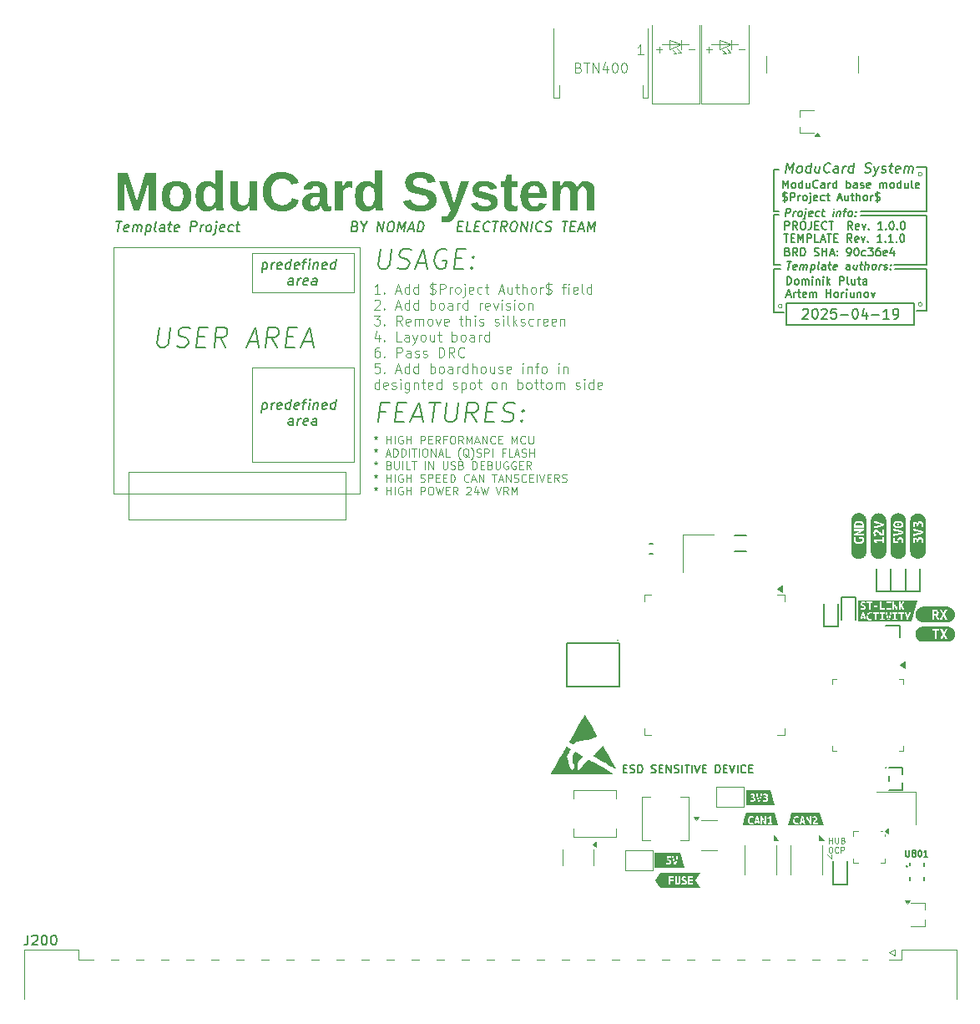
<source format=gbr>
%TF.GenerationSoftware,KiCad,Pcbnew,9.0.1-9.0.1-0~ubuntu24.04.1*%
%TF.CreationDate,2025-04-19T19:09:29+00:00*%
%TF.ProjectId,base-module,62617365-2d6d-46f6-9475-6c652e6b6963,1.1.0*%
%TF.SameCoordinates,Original*%
%TF.FileFunction,Legend,Top*%
%TF.FilePolarity,Positive*%
%FSLAX46Y46*%
G04 Gerber Fmt 4.6, Leading zero omitted, Abs format (unit mm)*
G04 Created by KiCad (PCBNEW 9.0.1-9.0.1-0~ubuntu24.04.1) date 2025-04-19 19:09:29*
%MOMM*%
%LPD*%
G01*
G04 APERTURE LIST*
%ADD10C,0.100000*%
%ADD11C,0.150000*%
%ADD12C,0.200000*%
%ADD13C,0.160000*%
%ADD14C,0.400000*%
%ADD15C,0.000000*%
%ADD16C,0.120000*%
%ADD17C,0.127000*%
%ADD18C,0.010000*%
G04 APERTURE END LIST*
D10*
X133170000Y-67085001D02*
G75*
G02*
X132770000Y-67085001I-200000J0D01*
G01*
X132770000Y-67085001D02*
G75*
G02*
X133170000Y-67085001I200000J0D01*
G01*
X65170000Y-86685001D02*
X75559631Y-86685001D01*
X75559631Y-96274632D01*
X65170000Y-96274632D01*
X65170000Y-86685001D01*
X52670000Y-97285000D02*
X74670000Y-97285000D01*
X74670000Y-102085001D01*
X52670000Y-102085001D01*
X52670000Y-97285000D01*
D11*
X133595000Y-76285001D02*
X130345000Y-76285001D01*
X130370000Y-76685001D02*
X133620000Y-76685001D01*
X118620000Y-66605001D02*
X118120000Y-66605001D01*
D10*
X123570000Y-136085001D02*
X123970000Y-136485001D01*
D11*
X118620000Y-71205001D02*
X118120000Y-71205001D01*
X118770000Y-76685001D02*
X118120000Y-76685001D01*
D10*
X123970000Y-136485001D02*
X123970000Y-136085001D01*
X133170000Y-80285001D02*
G75*
G02*
X132770000Y-80285001I-200000J0D01*
G01*
X132770000Y-80285001D02*
G75*
G02*
X133170000Y-80285001I200000J0D01*
G01*
X51170000Y-74485001D02*
X76170000Y-74485001D01*
X76170000Y-99485001D01*
X51170000Y-99485001D01*
X51170000Y-74485001D01*
D11*
X133620000Y-71285001D02*
X133620000Y-76285001D01*
X133620000Y-76685001D02*
X133620000Y-80965001D01*
X118120000Y-81085001D02*
X119170000Y-81085001D01*
X126970000Y-71285001D02*
X133595000Y-71285001D01*
X132570000Y-66405001D02*
X133620000Y-66405001D01*
X118120000Y-76285001D02*
X118770000Y-76285001D01*
X118120000Y-66605001D02*
X118120000Y-70885001D01*
X118120000Y-70885001D02*
X118620000Y-70885001D01*
X118120000Y-71205001D02*
X118120000Y-76285001D01*
X118120000Y-76685001D02*
X118120000Y-81085001D01*
X133620000Y-66405001D02*
X133620000Y-70885001D01*
D10*
X65175185Y-75085001D02*
X75564816Y-75085001D01*
X75564816Y-79074632D01*
X65175185Y-79074632D01*
X65175185Y-75085001D01*
D11*
X119370000Y-80185001D02*
X132370000Y-80185001D01*
X132370000Y-82385001D01*
X119370000Y-82385001D01*
X119370000Y-80185001D01*
X133620000Y-80965001D02*
X132570000Y-80965001D01*
D10*
X118970000Y-80485001D02*
G75*
G02*
X118570000Y-80485001I-200000J0D01*
G01*
X118570000Y-80485001D02*
G75*
G02*
X118970000Y-80485001I200000J0D01*
G01*
D11*
X133620000Y-70885001D02*
X126970000Y-70885001D01*
D12*
X66308267Y-90265240D02*
X66183267Y-91265240D01*
X66302314Y-90312859D02*
X66403505Y-90265240D01*
X66403505Y-90265240D02*
X66593981Y-90265240D01*
X66593981Y-90265240D02*
X66683267Y-90312859D01*
X66683267Y-90312859D02*
X66724933Y-90360478D01*
X66724933Y-90360478D02*
X66760648Y-90455716D01*
X66760648Y-90455716D02*
X66724933Y-90741430D01*
X66724933Y-90741430D02*
X66665410Y-90836668D01*
X66665410Y-90836668D02*
X66611838Y-90884288D01*
X66611838Y-90884288D02*
X66510648Y-90931907D01*
X66510648Y-90931907D02*
X66320171Y-90931907D01*
X66320171Y-90931907D02*
X66230886Y-90884288D01*
X67129695Y-90931907D02*
X67213029Y-90265240D01*
X67189219Y-90455716D02*
X67248743Y-90360478D01*
X67248743Y-90360478D02*
X67302314Y-90312859D01*
X67302314Y-90312859D02*
X67403505Y-90265240D01*
X67403505Y-90265240D02*
X67498743Y-90265240D01*
X68135648Y-90884288D02*
X68034458Y-90931907D01*
X68034458Y-90931907D02*
X67843981Y-90931907D01*
X67843981Y-90931907D02*
X67754696Y-90884288D01*
X67754696Y-90884288D02*
X67718981Y-90789049D01*
X67718981Y-90789049D02*
X67766601Y-90408097D01*
X67766601Y-90408097D02*
X67826124Y-90312859D01*
X67826124Y-90312859D02*
X67927315Y-90265240D01*
X67927315Y-90265240D02*
X68117791Y-90265240D01*
X68117791Y-90265240D02*
X68207077Y-90312859D01*
X68207077Y-90312859D02*
X68242791Y-90408097D01*
X68242791Y-90408097D02*
X68230886Y-90503335D01*
X68230886Y-90503335D02*
X67742791Y-90598573D01*
X69034458Y-90931907D02*
X69159458Y-89931907D01*
X69040410Y-90884288D02*
X68939220Y-90931907D01*
X68939220Y-90931907D02*
X68748744Y-90931907D01*
X68748744Y-90931907D02*
X68659458Y-90884288D01*
X68659458Y-90884288D02*
X68617791Y-90836668D01*
X68617791Y-90836668D02*
X68582077Y-90741430D01*
X68582077Y-90741430D02*
X68617791Y-90455716D01*
X68617791Y-90455716D02*
X68677315Y-90360478D01*
X68677315Y-90360478D02*
X68730886Y-90312859D01*
X68730886Y-90312859D02*
X68832077Y-90265240D01*
X68832077Y-90265240D02*
X69022553Y-90265240D01*
X69022553Y-90265240D02*
X69111839Y-90312859D01*
X69897553Y-90884288D02*
X69796363Y-90931907D01*
X69796363Y-90931907D02*
X69605886Y-90931907D01*
X69605886Y-90931907D02*
X69516601Y-90884288D01*
X69516601Y-90884288D02*
X69480886Y-90789049D01*
X69480886Y-90789049D02*
X69528506Y-90408097D01*
X69528506Y-90408097D02*
X69588029Y-90312859D01*
X69588029Y-90312859D02*
X69689220Y-90265240D01*
X69689220Y-90265240D02*
X69879696Y-90265240D01*
X69879696Y-90265240D02*
X69968982Y-90312859D01*
X69968982Y-90312859D02*
X70004696Y-90408097D01*
X70004696Y-90408097D02*
X69992791Y-90503335D01*
X69992791Y-90503335D02*
X69504696Y-90598573D01*
X70308268Y-90265240D02*
X70689220Y-90265240D01*
X70367791Y-90931907D02*
X70474934Y-90074764D01*
X70474934Y-90074764D02*
X70534458Y-89979526D01*
X70534458Y-89979526D02*
X70635649Y-89931907D01*
X70635649Y-89931907D02*
X70730887Y-89931907D01*
X70939220Y-90931907D02*
X71022554Y-90265240D01*
X71064220Y-89931907D02*
X71010649Y-89979526D01*
X71010649Y-89979526D02*
X71052316Y-90027145D01*
X71052316Y-90027145D02*
X71105887Y-89979526D01*
X71105887Y-89979526D02*
X71064220Y-89931907D01*
X71064220Y-89931907D02*
X71052316Y-90027145D01*
X71498744Y-90265240D02*
X71415410Y-90931907D01*
X71486839Y-90360478D02*
X71540410Y-90312859D01*
X71540410Y-90312859D02*
X71641601Y-90265240D01*
X71641601Y-90265240D02*
X71784458Y-90265240D01*
X71784458Y-90265240D02*
X71873744Y-90312859D01*
X71873744Y-90312859D02*
X71909458Y-90408097D01*
X71909458Y-90408097D02*
X71843982Y-90931907D01*
X72707077Y-90884288D02*
X72605887Y-90931907D01*
X72605887Y-90931907D02*
X72415410Y-90931907D01*
X72415410Y-90931907D02*
X72326125Y-90884288D01*
X72326125Y-90884288D02*
X72290410Y-90789049D01*
X72290410Y-90789049D02*
X72338030Y-90408097D01*
X72338030Y-90408097D02*
X72397553Y-90312859D01*
X72397553Y-90312859D02*
X72498744Y-90265240D01*
X72498744Y-90265240D02*
X72689220Y-90265240D01*
X72689220Y-90265240D02*
X72778506Y-90312859D01*
X72778506Y-90312859D02*
X72814220Y-90408097D01*
X72814220Y-90408097D02*
X72802315Y-90503335D01*
X72802315Y-90503335D02*
X72314220Y-90598573D01*
X73605887Y-90931907D02*
X73730887Y-89931907D01*
X73611839Y-90884288D02*
X73510649Y-90931907D01*
X73510649Y-90931907D02*
X73320173Y-90931907D01*
X73320173Y-90931907D02*
X73230887Y-90884288D01*
X73230887Y-90884288D02*
X73189220Y-90836668D01*
X73189220Y-90836668D02*
X73153506Y-90741430D01*
X73153506Y-90741430D02*
X73189220Y-90455716D01*
X73189220Y-90455716D02*
X73248744Y-90360478D01*
X73248744Y-90360478D02*
X73302315Y-90312859D01*
X73302315Y-90312859D02*
X73403506Y-90265240D01*
X73403506Y-90265240D02*
X73593982Y-90265240D01*
X73593982Y-90265240D02*
X73683268Y-90312859D01*
X69320172Y-92541851D02*
X69385648Y-92018041D01*
X69385648Y-92018041D02*
X69349934Y-91922803D01*
X69349934Y-91922803D02*
X69260648Y-91875184D01*
X69260648Y-91875184D02*
X69070172Y-91875184D01*
X69070172Y-91875184D02*
X68968981Y-91922803D01*
X69326124Y-92494232D02*
X69224934Y-92541851D01*
X69224934Y-92541851D02*
X68986838Y-92541851D01*
X68986838Y-92541851D02*
X68897553Y-92494232D01*
X68897553Y-92494232D02*
X68861838Y-92398993D01*
X68861838Y-92398993D02*
X68873743Y-92303755D01*
X68873743Y-92303755D02*
X68933267Y-92208517D01*
X68933267Y-92208517D02*
X69034458Y-92160898D01*
X69034458Y-92160898D02*
X69272553Y-92160898D01*
X69272553Y-92160898D02*
X69373743Y-92113279D01*
X69796362Y-92541851D02*
X69879696Y-91875184D01*
X69855886Y-92065660D02*
X69915410Y-91970422D01*
X69915410Y-91970422D02*
X69968981Y-91922803D01*
X69968981Y-91922803D02*
X70070172Y-91875184D01*
X70070172Y-91875184D02*
X70165410Y-91875184D01*
X70802315Y-92494232D02*
X70701125Y-92541851D01*
X70701125Y-92541851D02*
X70510648Y-92541851D01*
X70510648Y-92541851D02*
X70421363Y-92494232D01*
X70421363Y-92494232D02*
X70385648Y-92398993D01*
X70385648Y-92398993D02*
X70433268Y-92018041D01*
X70433268Y-92018041D02*
X70492791Y-91922803D01*
X70492791Y-91922803D02*
X70593982Y-91875184D01*
X70593982Y-91875184D02*
X70784458Y-91875184D01*
X70784458Y-91875184D02*
X70873744Y-91922803D01*
X70873744Y-91922803D02*
X70909458Y-92018041D01*
X70909458Y-92018041D02*
X70897553Y-92113279D01*
X70897553Y-92113279D02*
X70409458Y-92208517D01*
X71701125Y-92541851D02*
X71766601Y-92018041D01*
X71766601Y-92018041D02*
X71730887Y-91922803D01*
X71730887Y-91922803D02*
X71641601Y-91875184D01*
X71641601Y-91875184D02*
X71451125Y-91875184D01*
X71451125Y-91875184D02*
X71349934Y-91922803D01*
X71707077Y-92494232D02*
X71605887Y-92541851D01*
X71605887Y-92541851D02*
X71367791Y-92541851D01*
X71367791Y-92541851D02*
X71278506Y-92494232D01*
X71278506Y-92494232D02*
X71242791Y-92398993D01*
X71242791Y-92398993D02*
X71254696Y-92303755D01*
X71254696Y-92303755D02*
X71314220Y-92208517D01*
X71314220Y-92208517D02*
X71415411Y-92160898D01*
X71415411Y-92160898D02*
X71653506Y-92160898D01*
X71653506Y-92160898D02*
X71754696Y-92113279D01*
D13*
X102865739Y-127359728D02*
X103132405Y-127359728D01*
X103246691Y-127778776D02*
X102865739Y-127778776D01*
X102865739Y-127778776D02*
X102865739Y-126978776D01*
X102865739Y-126978776D02*
X103246691Y-126978776D01*
X103551453Y-127740681D02*
X103665739Y-127778776D01*
X103665739Y-127778776D02*
X103856215Y-127778776D01*
X103856215Y-127778776D02*
X103932406Y-127740681D01*
X103932406Y-127740681D02*
X103970501Y-127702585D01*
X103970501Y-127702585D02*
X104008596Y-127626395D01*
X104008596Y-127626395D02*
X104008596Y-127550204D01*
X104008596Y-127550204D02*
X103970501Y-127474014D01*
X103970501Y-127474014D02*
X103932406Y-127435919D01*
X103932406Y-127435919D02*
X103856215Y-127397823D01*
X103856215Y-127397823D02*
X103703834Y-127359728D01*
X103703834Y-127359728D02*
X103627644Y-127321633D01*
X103627644Y-127321633D02*
X103589549Y-127283538D01*
X103589549Y-127283538D02*
X103551453Y-127207347D01*
X103551453Y-127207347D02*
X103551453Y-127131157D01*
X103551453Y-127131157D02*
X103589549Y-127054966D01*
X103589549Y-127054966D02*
X103627644Y-127016871D01*
X103627644Y-127016871D02*
X103703834Y-126978776D01*
X103703834Y-126978776D02*
X103894311Y-126978776D01*
X103894311Y-126978776D02*
X104008596Y-127016871D01*
X104351454Y-127778776D02*
X104351454Y-126978776D01*
X104351454Y-126978776D02*
X104541930Y-126978776D01*
X104541930Y-126978776D02*
X104656216Y-127016871D01*
X104656216Y-127016871D02*
X104732406Y-127093061D01*
X104732406Y-127093061D02*
X104770501Y-127169252D01*
X104770501Y-127169252D02*
X104808597Y-127321633D01*
X104808597Y-127321633D02*
X104808597Y-127435919D01*
X104808597Y-127435919D02*
X104770501Y-127588300D01*
X104770501Y-127588300D02*
X104732406Y-127664490D01*
X104732406Y-127664490D02*
X104656216Y-127740681D01*
X104656216Y-127740681D02*
X104541930Y-127778776D01*
X104541930Y-127778776D02*
X104351454Y-127778776D01*
X105722882Y-127740681D02*
X105837168Y-127778776D01*
X105837168Y-127778776D02*
X106027644Y-127778776D01*
X106027644Y-127778776D02*
X106103835Y-127740681D01*
X106103835Y-127740681D02*
X106141930Y-127702585D01*
X106141930Y-127702585D02*
X106180025Y-127626395D01*
X106180025Y-127626395D02*
X106180025Y-127550204D01*
X106180025Y-127550204D02*
X106141930Y-127474014D01*
X106141930Y-127474014D02*
X106103835Y-127435919D01*
X106103835Y-127435919D02*
X106027644Y-127397823D01*
X106027644Y-127397823D02*
X105875263Y-127359728D01*
X105875263Y-127359728D02*
X105799073Y-127321633D01*
X105799073Y-127321633D02*
X105760978Y-127283538D01*
X105760978Y-127283538D02*
X105722882Y-127207347D01*
X105722882Y-127207347D02*
X105722882Y-127131157D01*
X105722882Y-127131157D02*
X105760978Y-127054966D01*
X105760978Y-127054966D02*
X105799073Y-127016871D01*
X105799073Y-127016871D02*
X105875263Y-126978776D01*
X105875263Y-126978776D02*
X106065740Y-126978776D01*
X106065740Y-126978776D02*
X106180025Y-127016871D01*
X106522883Y-127359728D02*
X106789549Y-127359728D01*
X106903835Y-127778776D02*
X106522883Y-127778776D01*
X106522883Y-127778776D02*
X106522883Y-126978776D01*
X106522883Y-126978776D02*
X106903835Y-126978776D01*
X107246693Y-127778776D02*
X107246693Y-126978776D01*
X107246693Y-126978776D02*
X107703836Y-127778776D01*
X107703836Y-127778776D02*
X107703836Y-126978776D01*
X108046692Y-127740681D02*
X108160978Y-127778776D01*
X108160978Y-127778776D02*
X108351454Y-127778776D01*
X108351454Y-127778776D02*
X108427645Y-127740681D01*
X108427645Y-127740681D02*
X108465740Y-127702585D01*
X108465740Y-127702585D02*
X108503835Y-127626395D01*
X108503835Y-127626395D02*
X108503835Y-127550204D01*
X108503835Y-127550204D02*
X108465740Y-127474014D01*
X108465740Y-127474014D02*
X108427645Y-127435919D01*
X108427645Y-127435919D02*
X108351454Y-127397823D01*
X108351454Y-127397823D02*
X108199073Y-127359728D01*
X108199073Y-127359728D02*
X108122883Y-127321633D01*
X108122883Y-127321633D02*
X108084788Y-127283538D01*
X108084788Y-127283538D02*
X108046692Y-127207347D01*
X108046692Y-127207347D02*
X108046692Y-127131157D01*
X108046692Y-127131157D02*
X108084788Y-127054966D01*
X108084788Y-127054966D02*
X108122883Y-127016871D01*
X108122883Y-127016871D02*
X108199073Y-126978776D01*
X108199073Y-126978776D02*
X108389550Y-126978776D01*
X108389550Y-126978776D02*
X108503835Y-127016871D01*
X108846693Y-127778776D02*
X108846693Y-126978776D01*
X109113359Y-126978776D02*
X109570502Y-126978776D01*
X109341930Y-127778776D02*
X109341930Y-126978776D01*
X109837169Y-127778776D02*
X109837169Y-126978776D01*
X110103835Y-126978776D02*
X110370502Y-127778776D01*
X110370502Y-127778776D02*
X110637168Y-126978776D01*
X110903835Y-127359728D02*
X111170501Y-127359728D01*
X111284787Y-127778776D02*
X110903835Y-127778776D01*
X110903835Y-127778776D02*
X110903835Y-126978776D01*
X110903835Y-126978776D02*
X111284787Y-126978776D01*
X112237169Y-127778776D02*
X112237169Y-126978776D01*
X112237169Y-126978776D02*
X112427645Y-126978776D01*
X112427645Y-126978776D02*
X112541931Y-127016871D01*
X112541931Y-127016871D02*
X112618121Y-127093061D01*
X112618121Y-127093061D02*
X112656216Y-127169252D01*
X112656216Y-127169252D02*
X112694312Y-127321633D01*
X112694312Y-127321633D02*
X112694312Y-127435919D01*
X112694312Y-127435919D02*
X112656216Y-127588300D01*
X112656216Y-127588300D02*
X112618121Y-127664490D01*
X112618121Y-127664490D02*
X112541931Y-127740681D01*
X112541931Y-127740681D02*
X112427645Y-127778776D01*
X112427645Y-127778776D02*
X112237169Y-127778776D01*
X113037169Y-127359728D02*
X113303835Y-127359728D01*
X113418121Y-127778776D02*
X113037169Y-127778776D01*
X113037169Y-127778776D02*
X113037169Y-126978776D01*
X113037169Y-126978776D02*
X113418121Y-126978776D01*
X113646693Y-126978776D02*
X113913360Y-127778776D01*
X113913360Y-127778776D02*
X114180026Y-126978776D01*
X114446693Y-127778776D02*
X114446693Y-126978776D01*
X115284788Y-127702585D02*
X115246692Y-127740681D01*
X115246692Y-127740681D02*
X115132407Y-127778776D01*
X115132407Y-127778776D02*
X115056216Y-127778776D01*
X115056216Y-127778776D02*
X114941930Y-127740681D01*
X114941930Y-127740681D02*
X114865740Y-127664490D01*
X114865740Y-127664490D02*
X114827645Y-127588300D01*
X114827645Y-127588300D02*
X114789549Y-127435919D01*
X114789549Y-127435919D02*
X114789549Y-127321633D01*
X114789549Y-127321633D02*
X114827645Y-127169252D01*
X114827645Y-127169252D02*
X114865740Y-127093061D01*
X114865740Y-127093061D02*
X114941930Y-127016871D01*
X114941930Y-127016871D02*
X115056216Y-126978776D01*
X115056216Y-126978776D02*
X115132407Y-126978776D01*
X115132407Y-126978776D02*
X115246692Y-127016871D01*
X115246692Y-127016871D02*
X115284788Y-127054966D01*
X115627645Y-127359728D02*
X115894311Y-127359728D01*
X116008597Y-127778776D02*
X115627645Y-127778776D01*
X115627645Y-127778776D02*
X115627645Y-126978776D01*
X115627645Y-126978776D02*
X116008597Y-126978776D01*
D12*
X119473006Y-75976696D02*
X119930149Y-75976696D01*
X119601578Y-76776696D02*
X119701578Y-75976696D01*
X120406340Y-76738601D02*
X120325387Y-76776696D01*
X120325387Y-76776696D02*
X120173006Y-76776696D01*
X120173006Y-76776696D02*
X120101578Y-76738601D01*
X120101578Y-76738601D02*
X120073006Y-76662410D01*
X120073006Y-76662410D02*
X120111102Y-76357648D01*
X120111102Y-76357648D02*
X120158721Y-76281458D01*
X120158721Y-76281458D02*
X120239673Y-76243362D01*
X120239673Y-76243362D02*
X120392054Y-76243362D01*
X120392054Y-76243362D02*
X120463482Y-76281458D01*
X120463482Y-76281458D02*
X120492054Y-76357648D01*
X120492054Y-76357648D02*
X120482530Y-76433839D01*
X120482530Y-76433839D02*
X120092054Y-76510029D01*
X120782530Y-76776696D02*
X120849196Y-76243362D01*
X120839673Y-76319553D02*
X120882530Y-76281458D01*
X120882530Y-76281458D02*
X120963482Y-76243362D01*
X120963482Y-76243362D02*
X121077768Y-76243362D01*
X121077768Y-76243362D02*
X121149196Y-76281458D01*
X121149196Y-76281458D02*
X121177768Y-76357648D01*
X121177768Y-76357648D02*
X121125387Y-76776696D01*
X121177768Y-76357648D02*
X121225387Y-76281458D01*
X121225387Y-76281458D02*
X121306339Y-76243362D01*
X121306339Y-76243362D02*
X121420625Y-76243362D01*
X121420625Y-76243362D02*
X121492054Y-76281458D01*
X121492054Y-76281458D02*
X121520625Y-76357648D01*
X121520625Y-76357648D02*
X121468244Y-76776696D01*
X121915863Y-76243362D02*
X121815863Y-77043362D01*
X121911102Y-76281458D02*
X121992054Y-76243362D01*
X121992054Y-76243362D02*
X122144435Y-76243362D01*
X122144435Y-76243362D02*
X122215863Y-76281458D01*
X122215863Y-76281458D02*
X122249197Y-76319553D01*
X122249197Y-76319553D02*
X122277768Y-76395743D01*
X122277768Y-76395743D02*
X122249197Y-76624315D01*
X122249197Y-76624315D02*
X122201578Y-76700505D01*
X122201578Y-76700505D02*
X122158721Y-76738601D01*
X122158721Y-76738601D02*
X122077768Y-76776696D01*
X122077768Y-76776696D02*
X121925387Y-76776696D01*
X121925387Y-76776696D02*
X121853959Y-76738601D01*
X122687293Y-76776696D02*
X122615864Y-76738601D01*
X122615864Y-76738601D02*
X122587293Y-76662410D01*
X122587293Y-76662410D02*
X122673007Y-75976696D01*
X123334912Y-76776696D02*
X123387293Y-76357648D01*
X123387293Y-76357648D02*
X123358721Y-76281458D01*
X123358721Y-76281458D02*
X123287293Y-76243362D01*
X123287293Y-76243362D02*
X123134912Y-76243362D01*
X123134912Y-76243362D02*
X123053960Y-76281458D01*
X123339674Y-76738601D02*
X123258721Y-76776696D01*
X123258721Y-76776696D02*
X123068245Y-76776696D01*
X123068245Y-76776696D02*
X122996817Y-76738601D01*
X122996817Y-76738601D02*
X122968245Y-76662410D01*
X122968245Y-76662410D02*
X122977769Y-76586220D01*
X122977769Y-76586220D02*
X123025388Y-76510029D01*
X123025388Y-76510029D02*
X123106341Y-76471934D01*
X123106341Y-76471934D02*
X123296817Y-76471934D01*
X123296817Y-76471934D02*
X123377769Y-76433839D01*
X123668246Y-76243362D02*
X123973008Y-76243362D01*
X123815865Y-75976696D02*
X123730151Y-76662410D01*
X123730151Y-76662410D02*
X123758722Y-76738601D01*
X123758722Y-76738601D02*
X123830151Y-76776696D01*
X123830151Y-76776696D02*
X123906341Y-76776696D01*
X124482532Y-76738601D02*
X124401579Y-76776696D01*
X124401579Y-76776696D02*
X124249198Y-76776696D01*
X124249198Y-76776696D02*
X124177770Y-76738601D01*
X124177770Y-76738601D02*
X124149198Y-76662410D01*
X124149198Y-76662410D02*
X124187294Y-76357648D01*
X124187294Y-76357648D02*
X124234913Y-76281458D01*
X124234913Y-76281458D02*
X124315865Y-76243362D01*
X124315865Y-76243362D02*
X124468246Y-76243362D01*
X124468246Y-76243362D02*
X124539674Y-76281458D01*
X124539674Y-76281458D02*
X124568246Y-76357648D01*
X124568246Y-76357648D02*
X124558722Y-76433839D01*
X124558722Y-76433839D02*
X124168246Y-76510029D01*
X125811103Y-76776696D02*
X125863484Y-76357648D01*
X125863484Y-76357648D02*
X125834912Y-76281458D01*
X125834912Y-76281458D02*
X125763484Y-76243362D01*
X125763484Y-76243362D02*
X125611103Y-76243362D01*
X125611103Y-76243362D02*
X125530151Y-76281458D01*
X125815865Y-76738601D02*
X125734912Y-76776696D01*
X125734912Y-76776696D02*
X125544436Y-76776696D01*
X125544436Y-76776696D02*
X125473008Y-76738601D01*
X125473008Y-76738601D02*
X125444436Y-76662410D01*
X125444436Y-76662410D02*
X125453960Y-76586220D01*
X125453960Y-76586220D02*
X125501579Y-76510029D01*
X125501579Y-76510029D02*
X125582532Y-76471934D01*
X125582532Y-76471934D02*
X125773008Y-76471934D01*
X125773008Y-76471934D02*
X125853960Y-76433839D01*
X126601580Y-76243362D02*
X126534913Y-76776696D01*
X126258722Y-76243362D02*
X126206342Y-76662410D01*
X126206342Y-76662410D02*
X126234913Y-76738601D01*
X126234913Y-76738601D02*
X126306342Y-76776696D01*
X126306342Y-76776696D02*
X126420627Y-76776696D01*
X126420627Y-76776696D02*
X126501580Y-76738601D01*
X126501580Y-76738601D02*
X126544437Y-76700505D01*
X126868247Y-76243362D02*
X127173009Y-76243362D01*
X127015866Y-75976696D02*
X126930152Y-76662410D01*
X126930152Y-76662410D02*
X126958723Y-76738601D01*
X126958723Y-76738601D02*
X127030152Y-76776696D01*
X127030152Y-76776696D02*
X127106342Y-76776696D01*
X127373009Y-76776696D02*
X127473009Y-75976696D01*
X127715866Y-76776696D02*
X127768247Y-76357648D01*
X127768247Y-76357648D02*
X127739675Y-76281458D01*
X127739675Y-76281458D02*
X127668247Y-76243362D01*
X127668247Y-76243362D02*
X127553961Y-76243362D01*
X127553961Y-76243362D02*
X127473009Y-76281458D01*
X127473009Y-76281458D02*
X127430152Y-76319553D01*
X128211105Y-76776696D02*
X128139676Y-76738601D01*
X128139676Y-76738601D02*
X128106343Y-76700505D01*
X128106343Y-76700505D02*
X128077771Y-76624315D01*
X128077771Y-76624315D02*
X128106343Y-76395743D01*
X128106343Y-76395743D02*
X128153962Y-76319553D01*
X128153962Y-76319553D02*
X128196819Y-76281458D01*
X128196819Y-76281458D02*
X128277771Y-76243362D01*
X128277771Y-76243362D02*
X128392057Y-76243362D01*
X128392057Y-76243362D02*
X128463485Y-76281458D01*
X128463485Y-76281458D02*
X128496819Y-76319553D01*
X128496819Y-76319553D02*
X128525390Y-76395743D01*
X128525390Y-76395743D02*
X128496819Y-76624315D01*
X128496819Y-76624315D02*
X128449200Y-76700505D01*
X128449200Y-76700505D02*
X128406343Y-76738601D01*
X128406343Y-76738601D02*
X128325390Y-76776696D01*
X128325390Y-76776696D02*
X128211105Y-76776696D01*
X128820629Y-76776696D02*
X128887295Y-76243362D01*
X128868248Y-76395743D02*
X128915867Y-76319553D01*
X128915867Y-76319553D02*
X128958724Y-76281458D01*
X128958724Y-76281458D02*
X129039676Y-76243362D01*
X129039676Y-76243362D02*
X129115867Y-76243362D01*
X129282533Y-76738601D02*
X129353962Y-76776696D01*
X129353962Y-76776696D02*
X129506343Y-76776696D01*
X129506343Y-76776696D02*
X129587295Y-76738601D01*
X129587295Y-76738601D02*
X129634914Y-76662410D01*
X129634914Y-76662410D02*
X129639676Y-76624315D01*
X129639676Y-76624315D02*
X129611105Y-76548124D01*
X129611105Y-76548124D02*
X129539676Y-76510029D01*
X129539676Y-76510029D02*
X129425391Y-76510029D01*
X129425391Y-76510029D02*
X129353962Y-76471934D01*
X129353962Y-76471934D02*
X129325391Y-76395743D01*
X129325391Y-76395743D02*
X129330153Y-76357648D01*
X129330153Y-76357648D02*
X129377772Y-76281458D01*
X129377772Y-76281458D02*
X129458724Y-76243362D01*
X129458724Y-76243362D02*
X129573010Y-76243362D01*
X129573010Y-76243362D02*
X129644438Y-76281458D01*
X129973010Y-76700505D02*
X130006343Y-76738601D01*
X130006343Y-76738601D02*
X129963486Y-76776696D01*
X129963486Y-76776696D02*
X129930152Y-76738601D01*
X129930152Y-76738601D02*
X129973010Y-76700505D01*
X129973010Y-76700505D02*
X129963486Y-76776696D01*
X130025391Y-76281458D02*
X130058724Y-76319553D01*
X130058724Y-76319553D02*
X130015867Y-76357648D01*
X130015867Y-76357648D02*
X129982533Y-76319553D01*
X129982533Y-76319553D02*
X130025391Y-76281458D01*
X130025391Y-76281458D02*
X130015867Y-76357648D01*
X75668030Y-72380410D02*
X75804935Y-72428029D01*
X75804935Y-72428029D02*
X75846601Y-72475648D01*
X75846601Y-72475648D02*
X75882316Y-72570886D01*
X75882316Y-72570886D02*
X75864458Y-72713743D01*
X75864458Y-72713743D02*
X75804935Y-72808981D01*
X75804935Y-72808981D02*
X75751363Y-72856601D01*
X75751363Y-72856601D02*
X75650173Y-72904220D01*
X75650173Y-72904220D02*
X75269220Y-72904220D01*
X75269220Y-72904220D02*
X75394220Y-71904220D01*
X75394220Y-71904220D02*
X75727554Y-71904220D01*
X75727554Y-71904220D02*
X75816839Y-71951839D01*
X75816839Y-71951839D02*
X75858506Y-71999458D01*
X75858506Y-71999458D02*
X75894220Y-72094696D01*
X75894220Y-72094696D02*
X75882316Y-72189934D01*
X75882316Y-72189934D02*
X75822792Y-72285172D01*
X75822792Y-72285172D02*
X75769220Y-72332791D01*
X75769220Y-72332791D02*
X75668030Y-72380410D01*
X75668030Y-72380410D02*
X75334697Y-72380410D01*
X76519220Y-72428029D02*
X76459697Y-72904220D01*
X76251363Y-71904220D02*
X76519220Y-72428029D01*
X76519220Y-72428029D02*
X76918030Y-71904220D01*
X77888268Y-72904220D02*
X78013268Y-71904220D01*
X78013268Y-71904220D02*
X78459697Y-72904220D01*
X78459697Y-72904220D02*
X78584697Y-71904220D01*
X79251364Y-71904220D02*
X79441840Y-71904220D01*
X79441840Y-71904220D02*
X79531125Y-71951839D01*
X79531125Y-71951839D02*
X79614459Y-72047077D01*
X79614459Y-72047077D02*
X79638268Y-72237553D01*
X79638268Y-72237553D02*
X79596602Y-72570886D01*
X79596602Y-72570886D02*
X79525173Y-72761362D01*
X79525173Y-72761362D02*
X79418030Y-72856601D01*
X79418030Y-72856601D02*
X79316840Y-72904220D01*
X79316840Y-72904220D02*
X79126364Y-72904220D01*
X79126364Y-72904220D02*
X79037078Y-72856601D01*
X79037078Y-72856601D02*
X78953745Y-72761362D01*
X78953745Y-72761362D02*
X78929935Y-72570886D01*
X78929935Y-72570886D02*
X78971602Y-72237553D01*
X78971602Y-72237553D02*
X79043030Y-72047077D01*
X79043030Y-72047077D02*
X79150173Y-71951839D01*
X79150173Y-71951839D02*
X79251364Y-71904220D01*
X79983506Y-72904220D02*
X80108506Y-71904220D01*
X80108506Y-71904220D02*
X80352554Y-72618505D01*
X80352554Y-72618505D02*
X80775173Y-71904220D01*
X80775173Y-71904220D02*
X80650173Y-72904220D01*
X81114459Y-72618505D02*
X81590649Y-72618505D01*
X80983506Y-72904220D02*
X81441840Y-71904220D01*
X81441840Y-71904220D02*
X81650173Y-72904220D01*
X81983506Y-72904220D02*
X82108506Y-71904220D01*
X82108506Y-71904220D02*
X82346602Y-71904220D01*
X82346602Y-71904220D02*
X82483506Y-71951839D01*
X82483506Y-71951839D02*
X82566840Y-72047077D01*
X82566840Y-72047077D02*
X82602554Y-72142315D01*
X82602554Y-72142315D02*
X82626364Y-72332791D01*
X82626364Y-72332791D02*
X82608506Y-72475648D01*
X82608506Y-72475648D02*
X82537078Y-72666124D01*
X82537078Y-72666124D02*
X82477554Y-72761362D01*
X82477554Y-72761362D02*
X82370411Y-72856601D01*
X82370411Y-72856601D02*
X82221602Y-72904220D01*
X82221602Y-72904220D02*
X81983506Y-72904220D01*
X86096603Y-72380410D02*
X86429936Y-72380410D01*
X86507317Y-72904220D02*
X86031126Y-72904220D01*
X86031126Y-72904220D02*
X86156126Y-71904220D01*
X86156126Y-71904220D02*
X86632317Y-71904220D01*
X87412079Y-72904220D02*
X86935888Y-72904220D01*
X86935888Y-72904220D02*
X87060888Y-71904220D01*
X87810889Y-72380410D02*
X88144222Y-72380410D01*
X88221603Y-72904220D02*
X87745412Y-72904220D01*
X87745412Y-72904220D02*
X87870412Y-71904220D01*
X87870412Y-71904220D02*
X88346603Y-71904220D01*
X89233508Y-72808981D02*
X89179936Y-72856601D01*
X89179936Y-72856601D02*
X89031127Y-72904220D01*
X89031127Y-72904220D02*
X88935889Y-72904220D01*
X88935889Y-72904220D02*
X88798984Y-72856601D01*
X88798984Y-72856601D02*
X88715651Y-72761362D01*
X88715651Y-72761362D02*
X88679936Y-72666124D01*
X88679936Y-72666124D02*
X88656127Y-72475648D01*
X88656127Y-72475648D02*
X88673984Y-72332791D01*
X88673984Y-72332791D02*
X88745412Y-72142315D01*
X88745412Y-72142315D02*
X88804936Y-72047077D01*
X88804936Y-72047077D02*
X88912079Y-71951839D01*
X88912079Y-71951839D02*
X89060889Y-71904220D01*
X89060889Y-71904220D02*
X89156127Y-71904220D01*
X89156127Y-71904220D02*
X89293032Y-71951839D01*
X89293032Y-71951839D02*
X89334698Y-71999458D01*
X89632317Y-71904220D02*
X90203746Y-71904220D01*
X89793032Y-72904220D02*
X89918032Y-71904220D01*
X90983508Y-72904220D02*
X90709698Y-72428029D01*
X90412079Y-72904220D02*
X90537079Y-71904220D01*
X90537079Y-71904220D02*
X90918032Y-71904220D01*
X90918032Y-71904220D02*
X91007317Y-71951839D01*
X91007317Y-71951839D02*
X91048984Y-71999458D01*
X91048984Y-71999458D02*
X91084698Y-72094696D01*
X91084698Y-72094696D02*
X91066841Y-72237553D01*
X91066841Y-72237553D02*
X91007317Y-72332791D01*
X91007317Y-72332791D02*
X90953746Y-72380410D01*
X90953746Y-72380410D02*
X90852556Y-72428029D01*
X90852556Y-72428029D02*
X90471603Y-72428029D01*
X91727556Y-71904220D02*
X91918032Y-71904220D01*
X91918032Y-71904220D02*
X92007317Y-71951839D01*
X92007317Y-71951839D02*
X92090651Y-72047077D01*
X92090651Y-72047077D02*
X92114460Y-72237553D01*
X92114460Y-72237553D02*
X92072794Y-72570886D01*
X92072794Y-72570886D02*
X92001365Y-72761362D01*
X92001365Y-72761362D02*
X91894222Y-72856601D01*
X91894222Y-72856601D02*
X91793032Y-72904220D01*
X91793032Y-72904220D02*
X91602556Y-72904220D01*
X91602556Y-72904220D02*
X91513270Y-72856601D01*
X91513270Y-72856601D02*
X91429937Y-72761362D01*
X91429937Y-72761362D02*
X91406127Y-72570886D01*
X91406127Y-72570886D02*
X91447794Y-72237553D01*
X91447794Y-72237553D02*
X91519222Y-72047077D01*
X91519222Y-72047077D02*
X91626365Y-71951839D01*
X91626365Y-71951839D02*
X91727556Y-71904220D01*
X92459698Y-72904220D02*
X92584698Y-71904220D01*
X92584698Y-71904220D02*
X93031127Y-72904220D01*
X93031127Y-72904220D02*
X93156127Y-71904220D01*
X93507317Y-72904220D02*
X93632317Y-71904220D01*
X94566841Y-72808981D02*
X94513269Y-72856601D01*
X94513269Y-72856601D02*
X94364460Y-72904220D01*
X94364460Y-72904220D02*
X94269222Y-72904220D01*
X94269222Y-72904220D02*
X94132317Y-72856601D01*
X94132317Y-72856601D02*
X94048984Y-72761362D01*
X94048984Y-72761362D02*
X94013269Y-72666124D01*
X94013269Y-72666124D02*
X93989460Y-72475648D01*
X93989460Y-72475648D02*
X94007317Y-72332791D01*
X94007317Y-72332791D02*
X94078745Y-72142315D01*
X94078745Y-72142315D02*
X94138269Y-72047077D01*
X94138269Y-72047077D02*
X94245412Y-71951839D01*
X94245412Y-71951839D02*
X94394222Y-71904220D01*
X94394222Y-71904220D02*
X94489460Y-71904220D01*
X94489460Y-71904220D02*
X94626365Y-71951839D01*
X94626365Y-71951839D02*
X94668031Y-71999458D01*
X94941841Y-72856601D02*
X95078745Y-72904220D01*
X95078745Y-72904220D02*
X95316841Y-72904220D01*
X95316841Y-72904220D02*
X95418031Y-72856601D01*
X95418031Y-72856601D02*
X95471603Y-72808981D01*
X95471603Y-72808981D02*
X95531126Y-72713743D01*
X95531126Y-72713743D02*
X95543031Y-72618505D01*
X95543031Y-72618505D02*
X95507317Y-72523267D01*
X95507317Y-72523267D02*
X95465650Y-72475648D01*
X95465650Y-72475648D02*
X95376365Y-72428029D01*
X95376365Y-72428029D02*
X95191841Y-72380410D01*
X95191841Y-72380410D02*
X95102555Y-72332791D01*
X95102555Y-72332791D02*
X95060888Y-72285172D01*
X95060888Y-72285172D02*
X95025174Y-72189934D01*
X95025174Y-72189934D02*
X95037079Y-72094696D01*
X95037079Y-72094696D02*
X95096603Y-71999458D01*
X95096603Y-71999458D02*
X95150174Y-71951839D01*
X95150174Y-71951839D02*
X95251365Y-71904220D01*
X95251365Y-71904220D02*
X95489460Y-71904220D01*
X95489460Y-71904220D02*
X95626365Y-71951839D01*
X96679936Y-71904220D02*
X97251365Y-71904220D01*
X96840651Y-72904220D02*
X96965651Y-71904220D01*
X97525175Y-72380410D02*
X97858508Y-72380410D01*
X97935889Y-72904220D02*
X97459698Y-72904220D01*
X97459698Y-72904220D02*
X97584698Y-71904220D01*
X97584698Y-71904220D02*
X98060889Y-71904220D01*
X98352556Y-72618505D02*
X98828746Y-72618505D01*
X98221603Y-72904220D02*
X98679937Y-71904220D01*
X98679937Y-71904220D02*
X98888270Y-72904220D01*
X99221603Y-72904220D02*
X99346603Y-71904220D01*
X99346603Y-71904220D02*
X99590651Y-72618505D01*
X99590651Y-72618505D02*
X100013270Y-71904220D01*
X100013270Y-71904220D02*
X99888270Y-72904220D01*
D10*
X77740550Y-93630076D02*
X77740550Y-93820552D01*
X77550074Y-93744361D02*
X77740550Y-93820552D01*
X77740550Y-93820552D02*
X77931027Y-93744361D01*
X77626265Y-93972933D02*
X77740550Y-93820552D01*
X77740550Y-93820552D02*
X77854836Y-93972933D01*
X78845313Y-94430076D02*
X78845313Y-93630076D01*
X78845313Y-94011028D02*
X79302456Y-94011028D01*
X79302456Y-94430076D02*
X79302456Y-93630076D01*
X79683408Y-94430076D02*
X79683408Y-93630076D01*
X80483407Y-93668171D02*
X80407217Y-93630076D01*
X80407217Y-93630076D02*
X80292931Y-93630076D01*
X80292931Y-93630076D02*
X80178645Y-93668171D01*
X80178645Y-93668171D02*
X80102455Y-93744361D01*
X80102455Y-93744361D02*
X80064360Y-93820552D01*
X80064360Y-93820552D02*
X80026264Y-93972933D01*
X80026264Y-93972933D02*
X80026264Y-94087219D01*
X80026264Y-94087219D02*
X80064360Y-94239600D01*
X80064360Y-94239600D02*
X80102455Y-94315790D01*
X80102455Y-94315790D02*
X80178645Y-94391981D01*
X80178645Y-94391981D02*
X80292931Y-94430076D01*
X80292931Y-94430076D02*
X80369122Y-94430076D01*
X80369122Y-94430076D02*
X80483407Y-94391981D01*
X80483407Y-94391981D02*
X80521503Y-94353885D01*
X80521503Y-94353885D02*
X80521503Y-94087219D01*
X80521503Y-94087219D02*
X80369122Y-94087219D01*
X80864360Y-94430076D02*
X80864360Y-93630076D01*
X80864360Y-94011028D02*
X81321503Y-94011028D01*
X81321503Y-94430076D02*
X81321503Y-93630076D01*
X82311979Y-94430076D02*
X82311979Y-93630076D01*
X82311979Y-93630076D02*
X82616741Y-93630076D01*
X82616741Y-93630076D02*
X82692931Y-93668171D01*
X82692931Y-93668171D02*
X82731026Y-93706266D01*
X82731026Y-93706266D02*
X82769122Y-93782457D01*
X82769122Y-93782457D02*
X82769122Y-93896742D01*
X82769122Y-93896742D02*
X82731026Y-93972933D01*
X82731026Y-93972933D02*
X82692931Y-94011028D01*
X82692931Y-94011028D02*
X82616741Y-94049123D01*
X82616741Y-94049123D02*
X82311979Y-94049123D01*
X83111979Y-94011028D02*
X83378645Y-94011028D01*
X83492931Y-94430076D02*
X83111979Y-94430076D01*
X83111979Y-94430076D02*
X83111979Y-93630076D01*
X83111979Y-93630076D02*
X83492931Y-93630076D01*
X84292932Y-94430076D02*
X84026265Y-94049123D01*
X83835789Y-94430076D02*
X83835789Y-93630076D01*
X83835789Y-93630076D02*
X84140551Y-93630076D01*
X84140551Y-93630076D02*
X84216741Y-93668171D01*
X84216741Y-93668171D02*
X84254836Y-93706266D01*
X84254836Y-93706266D02*
X84292932Y-93782457D01*
X84292932Y-93782457D02*
X84292932Y-93896742D01*
X84292932Y-93896742D02*
X84254836Y-93972933D01*
X84254836Y-93972933D02*
X84216741Y-94011028D01*
X84216741Y-94011028D02*
X84140551Y-94049123D01*
X84140551Y-94049123D02*
X83835789Y-94049123D01*
X84902455Y-94011028D02*
X84635789Y-94011028D01*
X84635789Y-94430076D02*
X84635789Y-93630076D01*
X84635789Y-93630076D02*
X85016741Y-93630076D01*
X85473884Y-93630076D02*
X85626265Y-93630076D01*
X85626265Y-93630076D02*
X85702455Y-93668171D01*
X85702455Y-93668171D02*
X85778646Y-93744361D01*
X85778646Y-93744361D02*
X85816741Y-93896742D01*
X85816741Y-93896742D02*
X85816741Y-94163409D01*
X85816741Y-94163409D02*
X85778646Y-94315790D01*
X85778646Y-94315790D02*
X85702455Y-94391981D01*
X85702455Y-94391981D02*
X85626265Y-94430076D01*
X85626265Y-94430076D02*
X85473884Y-94430076D01*
X85473884Y-94430076D02*
X85397693Y-94391981D01*
X85397693Y-94391981D02*
X85321503Y-94315790D01*
X85321503Y-94315790D02*
X85283407Y-94163409D01*
X85283407Y-94163409D02*
X85283407Y-93896742D01*
X85283407Y-93896742D02*
X85321503Y-93744361D01*
X85321503Y-93744361D02*
X85397693Y-93668171D01*
X85397693Y-93668171D02*
X85473884Y-93630076D01*
X86616741Y-94430076D02*
X86350074Y-94049123D01*
X86159598Y-94430076D02*
X86159598Y-93630076D01*
X86159598Y-93630076D02*
X86464360Y-93630076D01*
X86464360Y-93630076D02*
X86540550Y-93668171D01*
X86540550Y-93668171D02*
X86578645Y-93706266D01*
X86578645Y-93706266D02*
X86616741Y-93782457D01*
X86616741Y-93782457D02*
X86616741Y-93896742D01*
X86616741Y-93896742D02*
X86578645Y-93972933D01*
X86578645Y-93972933D02*
X86540550Y-94011028D01*
X86540550Y-94011028D02*
X86464360Y-94049123D01*
X86464360Y-94049123D02*
X86159598Y-94049123D01*
X86959598Y-94430076D02*
X86959598Y-93630076D01*
X86959598Y-93630076D02*
X87226264Y-94201504D01*
X87226264Y-94201504D02*
X87492931Y-93630076D01*
X87492931Y-93630076D02*
X87492931Y-94430076D01*
X87835788Y-94201504D02*
X88216741Y-94201504D01*
X87759598Y-94430076D02*
X88026265Y-93630076D01*
X88026265Y-93630076D02*
X88292931Y-94430076D01*
X88559598Y-94430076D02*
X88559598Y-93630076D01*
X88559598Y-93630076D02*
X89016741Y-94430076D01*
X89016741Y-94430076D02*
X89016741Y-93630076D01*
X89854836Y-94353885D02*
X89816740Y-94391981D01*
X89816740Y-94391981D02*
X89702455Y-94430076D01*
X89702455Y-94430076D02*
X89626264Y-94430076D01*
X89626264Y-94430076D02*
X89511978Y-94391981D01*
X89511978Y-94391981D02*
X89435788Y-94315790D01*
X89435788Y-94315790D02*
X89397693Y-94239600D01*
X89397693Y-94239600D02*
X89359597Y-94087219D01*
X89359597Y-94087219D02*
X89359597Y-93972933D01*
X89359597Y-93972933D02*
X89397693Y-93820552D01*
X89397693Y-93820552D02*
X89435788Y-93744361D01*
X89435788Y-93744361D02*
X89511978Y-93668171D01*
X89511978Y-93668171D02*
X89626264Y-93630076D01*
X89626264Y-93630076D02*
X89702455Y-93630076D01*
X89702455Y-93630076D02*
X89816740Y-93668171D01*
X89816740Y-93668171D02*
X89854836Y-93706266D01*
X90197693Y-94011028D02*
X90464359Y-94011028D01*
X90578645Y-94430076D02*
X90197693Y-94430076D01*
X90197693Y-94430076D02*
X90197693Y-93630076D01*
X90197693Y-93630076D02*
X90578645Y-93630076D01*
X91531027Y-94430076D02*
X91531027Y-93630076D01*
X91531027Y-93630076D02*
X91797693Y-94201504D01*
X91797693Y-94201504D02*
X92064360Y-93630076D01*
X92064360Y-93630076D02*
X92064360Y-94430076D01*
X92902456Y-94353885D02*
X92864360Y-94391981D01*
X92864360Y-94391981D02*
X92750075Y-94430076D01*
X92750075Y-94430076D02*
X92673884Y-94430076D01*
X92673884Y-94430076D02*
X92559598Y-94391981D01*
X92559598Y-94391981D02*
X92483408Y-94315790D01*
X92483408Y-94315790D02*
X92445313Y-94239600D01*
X92445313Y-94239600D02*
X92407217Y-94087219D01*
X92407217Y-94087219D02*
X92407217Y-93972933D01*
X92407217Y-93972933D02*
X92445313Y-93820552D01*
X92445313Y-93820552D02*
X92483408Y-93744361D01*
X92483408Y-93744361D02*
X92559598Y-93668171D01*
X92559598Y-93668171D02*
X92673884Y-93630076D01*
X92673884Y-93630076D02*
X92750075Y-93630076D01*
X92750075Y-93630076D02*
X92864360Y-93668171D01*
X92864360Y-93668171D02*
X92902456Y-93706266D01*
X93245313Y-93630076D02*
X93245313Y-94277695D01*
X93245313Y-94277695D02*
X93283408Y-94353885D01*
X93283408Y-94353885D02*
X93321503Y-94391981D01*
X93321503Y-94391981D02*
X93397694Y-94430076D01*
X93397694Y-94430076D02*
X93550075Y-94430076D01*
X93550075Y-94430076D02*
X93626265Y-94391981D01*
X93626265Y-94391981D02*
X93664360Y-94353885D01*
X93664360Y-94353885D02*
X93702456Y-94277695D01*
X93702456Y-94277695D02*
X93702456Y-93630076D01*
X77740550Y-94918031D02*
X77740550Y-95108507D01*
X77550074Y-95032316D02*
X77740550Y-95108507D01*
X77740550Y-95108507D02*
X77931027Y-95032316D01*
X77626265Y-95260888D02*
X77740550Y-95108507D01*
X77740550Y-95108507D02*
X77854836Y-95260888D01*
X78807217Y-95489459D02*
X79188170Y-95489459D01*
X78731027Y-95718031D02*
X78997694Y-94918031D01*
X78997694Y-94918031D02*
X79264360Y-95718031D01*
X79531027Y-95718031D02*
X79531027Y-94918031D01*
X79531027Y-94918031D02*
X79721503Y-94918031D01*
X79721503Y-94918031D02*
X79835789Y-94956126D01*
X79835789Y-94956126D02*
X79911979Y-95032316D01*
X79911979Y-95032316D02*
X79950074Y-95108507D01*
X79950074Y-95108507D02*
X79988170Y-95260888D01*
X79988170Y-95260888D02*
X79988170Y-95375174D01*
X79988170Y-95375174D02*
X79950074Y-95527555D01*
X79950074Y-95527555D02*
X79911979Y-95603745D01*
X79911979Y-95603745D02*
X79835789Y-95679936D01*
X79835789Y-95679936D02*
X79721503Y-95718031D01*
X79721503Y-95718031D02*
X79531027Y-95718031D01*
X80331027Y-95718031D02*
X80331027Y-94918031D01*
X80331027Y-94918031D02*
X80521503Y-94918031D01*
X80521503Y-94918031D02*
X80635789Y-94956126D01*
X80635789Y-94956126D02*
X80711979Y-95032316D01*
X80711979Y-95032316D02*
X80750074Y-95108507D01*
X80750074Y-95108507D02*
X80788170Y-95260888D01*
X80788170Y-95260888D02*
X80788170Y-95375174D01*
X80788170Y-95375174D02*
X80750074Y-95527555D01*
X80750074Y-95527555D02*
X80711979Y-95603745D01*
X80711979Y-95603745D02*
X80635789Y-95679936D01*
X80635789Y-95679936D02*
X80521503Y-95718031D01*
X80521503Y-95718031D02*
X80331027Y-95718031D01*
X81131027Y-95718031D02*
X81131027Y-94918031D01*
X81397693Y-94918031D02*
X81854836Y-94918031D01*
X81626264Y-95718031D02*
X81626264Y-94918031D01*
X82121503Y-95718031D02*
X82121503Y-94918031D01*
X82654836Y-94918031D02*
X82807217Y-94918031D01*
X82807217Y-94918031D02*
X82883407Y-94956126D01*
X82883407Y-94956126D02*
X82959598Y-95032316D01*
X82959598Y-95032316D02*
X82997693Y-95184697D01*
X82997693Y-95184697D02*
X82997693Y-95451364D01*
X82997693Y-95451364D02*
X82959598Y-95603745D01*
X82959598Y-95603745D02*
X82883407Y-95679936D01*
X82883407Y-95679936D02*
X82807217Y-95718031D01*
X82807217Y-95718031D02*
X82654836Y-95718031D01*
X82654836Y-95718031D02*
X82578645Y-95679936D01*
X82578645Y-95679936D02*
X82502455Y-95603745D01*
X82502455Y-95603745D02*
X82464359Y-95451364D01*
X82464359Y-95451364D02*
X82464359Y-95184697D01*
X82464359Y-95184697D02*
X82502455Y-95032316D01*
X82502455Y-95032316D02*
X82578645Y-94956126D01*
X82578645Y-94956126D02*
X82654836Y-94918031D01*
X83340550Y-95718031D02*
X83340550Y-94918031D01*
X83340550Y-94918031D02*
X83797693Y-95718031D01*
X83797693Y-95718031D02*
X83797693Y-94918031D01*
X84140549Y-95489459D02*
X84521502Y-95489459D01*
X84064359Y-95718031D02*
X84331026Y-94918031D01*
X84331026Y-94918031D02*
X84597692Y-95718031D01*
X85245311Y-95718031D02*
X84864359Y-95718031D01*
X84864359Y-95718031D02*
X84864359Y-94918031D01*
X86350073Y-96022793D02*
X86311978Y-95984697D01*
X86311978Y-95984697D02*
X86235787Y-95870412D01*
X86235787Y-95870412D02*
X86197692Y-95794221D01*
X86197692Y-95794221D02*
X86159597Y-95679936D01*
X86159597Y-95679936D02*
X86121502Y-95489459D01*
X86121502Y-95489459D02*
X86121502Y-95337078D01*
X86121502Y-95337078D02*
X86159597Y-95146602D01*
X86159597Y-95146602D02*
X86197692Y-95032316D01*
X86197692Y-95032316D02*
X86235787Y-94956126D01*
X86235787Y-94956126D02*
X86311978Y-94841840D01*
X86311978Y-94841840D02*
X86350073Y-94803745D01*
X87188168Y-95794221D02*
X87111978Y-95756126D01*
X87111978Y-95756126D02*
X87035787Y-95679936D01*
X87035787Y-95679936D02*
X86921501Y-95565650D01*
X86921501Y-95565650D02*
X86845311Y-95527555D01*
X86845311Y-95527555D02*
X86769120Y-95527555D01*
X86807216Y-95718031D02*
X86731025Y-95679936D01*
X86731025Y-95679936D02*
X86654835Y-95603745D01*
X86654835Y-95603745D02*
X86616739Y-95451364D01*
X86616739Y-95451364D02*
X86616739Y-95184697D01*
X86616739Y-95184697D02*
X86654835Y-95032316D01*
X86654835Y-95032316D02*
X86731025Y-94956126D01*
X86731025Y-94956126D02*
X86807216Y-94918031D01*
X86807216Y-94918031D02*
X86959597Y-94918031D01*
X86959597Y-94918031D02*
X87035787Y-94956126D01*
X87035787Y-94956126D02*
X87111978Y-95032316D01*
X87111978Y-95032316D02*
X87150073Y-95184697D01*
X87150073Y-95184697D02*
X87150073Y-95451364D01*
X87150073Y-95451364D02*
X87111978Y-95603745D01*
X87111978Y-95603745D02*
X87035787Y-95679936D01*
X87035787Y-95679936D02*
X86959597Y-95718031D01*
X86959597Y-95718031D02*
X86807216Y-95718031D01*
X87416739Y-96022793D02*
X87454834Y-95984697D01*
X87454834Y-95984697D02*
X87531025Y-95870412D01*
X87531025Y-95870412D02*
X87569120Y-95794221D01*
X87569120Y-95794221D02*
X87607215Y-95679936D01*
X87607215Y-95679936D02*
X87645311Y-95489459D01*
X87645311Y-95489459D02*
X87645311Y-95337078D01*
X87645311Y-95337078D02*
X87607215Y-95146602D01*
X87607215Y-95146602D02*
X87569120Y-95032316D01*
X87569120Y-95032316D02*
X87531025Y-94956126D01*
X87531025Y-94956126D02*
X87454834Y-94841840D01*
X87454834Y-94841840D02*
X87416739Y-94803745D01*
X87988167Y-95679936D02*
X88102453Y-95718031D01*
X88102453Y-95718031D02*
X88292929Y-95718031D01*
X88292929Y-95718031D02*
X88369120Y-95679936D01*
X88369120Y-95679936D02*
X88407215Y-95641840D01*
X88407215Y-95641840D02*
X88445310Y-95565650D01*
X88445310Y-95565650D02*
X88445310Y-95489459D01*
X88445310Y-95489459D02*
X88407215Y-95413269D01*
X88407215Y-95413269D02*
X88369120Y-95375174D01*
X88369120Y-95375174D02*
X88292929Y-95337078D01*
X88292929Y-95337078D02*
X88140548Y-95298983D01*
X88140548Y-95298983D02*
X88064358Y-95260888D01*
X88064358Y-95260888D02*
X88026263Y-95222793D01*
X88026263Y-95222793D02*
X87988167Y-95146602D01*
X87988167Y-95146602D02*
X87988167Y-95070412D01*
X87988167Y-95070412D02*
X88026263Y-94994221D01*
X88026263Y-94994221D02*
X88064358Y-94956126D01*
X88064358Y-94956126D02*
X88140548Y-94918031D01*
X88140548Y-94918031D02*
X88331025Y-94918031D01*
X88331025Y-94918031D02*
X88445310Y-94956126D01*
X88788168Y-95718031D02*
X88788168Y-94918031D01*
X88788168Y-94918031D02*
X89092930Y-94918031D01*
X89092930Y-94918031D02*
X89169120Y-94956126D01*
X89169120Y-94956126D02*
X89207215Y-94994221D01*
X89207215Y-94994221D02*
X89245311Y-95070412D01*
X89245311Y-95070412D02*
X89245311Y-95184697D01*
X89245311Y-95184697D02*
X89207215Y-95260888D01*
X89207215Y-95260888D02*
X89169120Y-95298983D01*
X89169120Y-95298983D02*
X89092930Y-95337078D01*
X89092930Y-95337078D02*
X88788168Y-95337078D01*
X89588168Y-95718031D02*
X89588168Y-94918031D01*
X90845310Y-95298983D02*
X90578644Y-95298983D01*
X90578644Y-95718031D02*
X90578644Y-94918031D01*
X90578644Y-94918031D02*
X90959596Y-94918031D01*
X91645310Y-95718031D02*
X91264358Y-95718031D01*
X91264358Y-95718031D02*
X91264358Y-94918031D01*
X91873881Y-95489459D02*
X92254834Y-95489459D01*
X91797691Y-95718031D02*
X92064358Y-94918031D01*
X92064358Y-94918031D02*
X92331024Y-95718031D01*
X92559595Y-95679936D02*
X92673881Y-95718031D01*
X92673881Y-95718031D02*
X92864357Y-95718031D01*
X92864357Y-95718031D02*
X92940548Y-95679936D01*
X92940548Y-95679936D02*
X92978643Y-95641840D01*
X92978643Y-95641840D02*
X93016738Y-95565650D01*
X93016738Y-95565650D02*
X93016738Y-95489459D01*
X93016738Y-95489459D02*
X92978643Y-95413269D01*
X92978643Y-95413269D02*
X92940548Y-95375174D01*
X92940548Y-95375174D02*
X92864357Y-95337078D01*
X92864357Y-95337078D02*
X92711976Y-95298983D01*
X92711976Y-95298983D02*
X92635786Y-95260888D01*
X92635786Y-95260888D02*
X92597691Y-95222793D01*
X92597691Y-95222793D02*
X92559595Y-95146602D01*
X92559595Y-95146602D02*
X92559595Y-95070412D01*
X92559595Y-95070412D02*
X92597691Y-94994221D01*
X92597691Y-94994221D02*
X92635786Y-94956126D01*
X92635786Y-94956126D02*
X92711976Y-94918031D01*
X92711976Y-94918031D02*
X92902453Y-94918031D01*
X92902453Y-94918031D02*
X93016738Y-94956126D01*
X93359596Y-95718031D02*
X93359596Y-94918031D01*
X93359596Y-95298983D02*
X93816739Y-95298983D01*
X93816739Y-95718031D02*
X93816739Y-94918031D01*
X77740550Y-96205986D02*
X77740550Y-96396462D01*
X77550074Y-96320271D02*
X77740550Y-96396462D01*
X77740550Y-96396462D02*
X77931027Y-96320271D01*
X77626265Y-96548843D02*
X77740550Y-96396462D01*
X77740550Y-96396462D02*
X77854836Y-96548843D01*
X79111979Y-96586938D02*
X79226265Y-96625033D01*
X79226265Y-96625033D02*
X79264360Y-96663129D01*
X79264360Y-96663129D02*
X79302456Y-96739319D01*
X79302456Y-96739319D02*
X79302456Y-96853605D01*
X79302456Y-96853605D02*
X79264360Y-96929795D01*
X79264360Y-96929795D02*
X79226265Y-96967891D01*
X79226265Y-96967891D02*
X79150075Y-97005986D01*
X79150075Y-97005986D02*
X78845313Y-97005986D01*
X78845313Y-97005986D02*
X78845313Y-96205986D01*
X78845313Y-96205986D02*
X79111979Y-96205986D01*
X79111979Y-96205986D02*
X79188170Y-96244081D01*
X79188170Y-96244081D02*
X79226265Y-96282176D01*
X79226265Y-96282176D02*
X79264360Y-96358367D01*
X79264360Y-96358367D02*
X79264360Y-96434557D01*
X79264360Y-96434557D02*
X79226265Y-96510748D01*
X79226265Y-96510748D02*
X79188170Y-96548843D01*
X79188170Y-96548843D02*
X79111979Y-96586938D01*
X79111979Y-96586938D02*
X78845313Y-96586938D01*
X79645313Y-96205986D02*
X79645313Y-96853605D01*
X79645313Y-96853605D02*
X79683408Y-96929795D01*
X79683408Y-96929795D02*
X79721503Y-96967891D01*
X79721503Y-96967891D02*
X79797694Y-97005986D01*
X79797694Y-97005986D02*
X79950075Y-97005986D01*
X79950075Y-97005986D02*
X80026265Y-96967891D01*
X80026265Y-96967891D02*
X80064360Y-96929795D01*
X80064360Y-96929795D02*
X80102456Y-96853605D01*
X80102456Y-96853605D02*
X80102456Y-96205986D01*
X80483408Y-97005986D02*
X80483408Y-96205986D01*
X81245312Y-97005986D02*
X80864360Y-97005986D01*
X80864360Y-97005986D02*
X80864360Y-96205986D01*
X81397693Y-96205986D02*
X81854836Y-96205986D01*
X81626264Y-97005986D02*
X81626264Y-96205986D01*
X82731027Y-97005986D02*
X82731027Y-96205986D01*
X83111979Y-97005986D02*
X83111979Y-96205986D01*
X83111979Y-96205986D02*
X83569122Y-97005986D01*
X83569122Y-97005986D02*
X83569122Y-96205986D01*
X84559598Y-96205986D02*
X84559598Y-96853605D01*
X84559598Y-96853605D02*
X84597693Y-96929795D01*
X84597693Y-96929795D02*
X84635788Y-96967891D01*
X84635788Y-96967891D02*
X84711979Y-97005986D01*
X84711979Y-97005986D02*
X84864360Y-97005986D01*
X84864360Y-97005986D02*
X84940550Y-96967891D01*
X84940550Y-96967891D02*
X84978645Y-96929795D01*
X84978645Y-96929795D02*
X85016741Y-96853605D01*
X85016741Y-96853605D02*
X85016741Y-96205986D01*
X85359597Y-96967891D02*
X85473883Y-97005986D01*
X85473883Y-97005986D02*
X85664359Y-97005986D01*
X85664359Y-97005986D02*
X85740550Y-96967891D01*
X85740550Y-96967891D02*
X85778645Y-96929795D01*
X85778645Y-96929795D02*
X85816740Y-96853605D01*
X85816740Y-96853605D02*
X85816740Y-96777414D01*
X85816740Y-96777414D02*
X85778645Y-96701224D01*
X85778645Y-96701224D02*
X85740550Y-96663129D01*
X85740550Y-96663129D02*
X85664359Y-96625033D01*
X85664359Y-96625033D02*
X85511978Y-96586938D01*
X85511978Y-96586938D02*
X85435788Y-96548843D01*
X85435788Y-96548843D02*
X85397693Y-96510748D01*
X85397693Y-96510748D02*
X85359597Y-96434557D01*
X85359597Y-96434557D02*
X85359597Y-96358367D01*
X85359597Y-96358367D02*
X85397693Y-96282176D01*
X85397693Y-96282176D02*
X85435788Y-96244081D01*
X85435788Y-96244081D02*
X85511978Y-96205986D01*
X85511978Y-96205986D02*
X85702455Y-96205986D01*
X85702455Y-96205986D02*
X85816740Y-96244081D01*
X86426264Y-96586938D02*
X86540550Y-96625033D01*
X86540550Y-96625033D02*
X86578645Y-96663129D01*
X86578645Y-96663129D02*
X86616741Y-96739319D01*
X86616741Y-96739319D02*
X86616741Y-96853605D01*
X86616741Y-96853605D02*
X86578645Y-96929795D01*
X86578645Y-96929795D02*
X86540550Y-96967891D01*
X86540550Y-96967891D02*
X86464360Y-97005986D01*
X86464360Y-97005986D02*
X86159598Y-97005986D01*
X86159598Y-97005986D02*
X86159598Y-96205986D01*
X86159598Y-96205986D02*
X86426264Y-96205986D01*
X86426264Y-96205986D02*
X86502455Y-96244081D01*
X86502455Y-96244081D02*
X86540550Y-96282176D01*
X86540550Y-96282176D02*
X86578645Y-96358367D01*
X86578645Y-96358367D02*
X86578645Y-96434557D01*
X86578645Y-96434557D02*
X86540550Y-96510748D01*
X86540550Y-96510748D02*
X86502455Y-96548843D01*
X86502455Y-96548843D02*
X86426264Y-96586938D01*
X86426264Y-96586938D02*
X86159598Y-96586938D01*
X87569122Y-97005986D02*
X87569122Y-96205986D01*
X87569122Y-96205986D02*
X87759598Y-96205986D01*
X87759598Y-96205986D02*
X87873884Y-96244081D01*
X87873884Y-96244081D02*
X87950074Y-96320271D01*
X87950074Y-96320271D02*
X87988169Y-96396462D01*
X87988169Y-96396462D02*
X88026265Y-96548843D01*
X88026265Y-96548843D02*
X88026265Y-96663129D01*
X88026265Y-96663129D02*
X87988169Y-96815510D01*
X87988169Y-96815510D02*
X87950074Y-96891700D01*
X87950074Y-96891700D02*
X87873884Y-96967891D01*
X87873884Y-96967891D02*
X87759598Y-97005986D01*
X87759598Y-97005986D02*
X87569122Y-97005986D01*
X88369122Y-96586938D02*
X88635788Y-96586938D01*
X88750074Y-97005986D02*
X88369122Y-97005986D01*
X88369122Y-97005986D02*
X88369122Y-96205986D01*
X88369122Y-96205986D02*
X88750074Y-96205986D01*
X89359598Y-96586938D02*
X89473884Y-96625033D01*
X89473884Y-96625033D02*
X89511979Y-96663129D01*
X89511979Y-96663129D02*
X89550075Y-96739319D01*
X89550075Y-96739319D02*
X89550075Y-96853605D01*
X89550075Y-96853605D02*
X89511979Y-96929795D01*
X89511979Y-96929795D02*
X89473884Y-96967891D01*
X89473884Y-96967891D02*
X89397694Y-97005986D01*
X89397694Y-97005986D02*
X89092932Y-97005986D01*
X89092932Y-97005986D02*
X89092932Y-96205986D01*
X89092932Y-96205986D02*
X89359598Y-96205986D01*
X89359598Y-96205986D02*
X89435789Y-96244081D01*
X89435789Y-96244081D02*
X89473884Y-96282176D01*
X89473884Y-96282176D02*
X89511979Y-96358367D01*
X89511979Y-96358367D02*
X89511979Y-96434557D01*
X89511979Y-96434557D02*
X89473884Y-96510748D01*
X89473884Y-96510748D02*
X89435789Y-96548843D01*
X89435789Y-96548843D02*
X89359598Y-96586938D01*
X89359598Y-96586938D02*
X89092932Y-96586938D01*
X89892932Y-96205986D02*
X89892932Y-96853605D01*
X89892932Y-96853605D02*
X89931027Y-96929795D01*
X89931027Y-96929795D02*
X89969122Y-96967891D01*
X89969122Y-96967891D02*
X90045313Y-97005986D01*
X90045313Y-97005986D02*
X90197694Y-97005986D01*
X90197694Y-97005986D02*
X90273884Y-96967891D01*
X90273884Y-96967891D02*
X90311979Y-96929795D01*
X90311979Y-96929795D02*
X90350075Y-96853605D01*
X90350075Y-96853605D02*
X90350075Y-96205986D01*
X91150074Y-96244081D02*
X91073884Y-96205986D01*
X91073884Y-96205986D02*
X90959598Y-96205986D01*
X90959598Y-96205986D02*
X90845312Y-96244081D01*
X90845312Y-96244081D02*
X90769122Y-96320271D01*
X90769122Y-96320271D02*
X90731027Y-96396462D01*
X90731027Y-96396462D02*
X90692931Y-96548843D01*
X90692931Y-96548843D02*
X90692931Y-96663129D01*
X90692931Y-96663129D02*
X90731027Y-96815510D01*
X90731027Y-96815510D02*
X90769122Y-96891700D01*
X90769122Y-96891700D02*
X90845312Y-96967891D01*
X90845312Y-96967891D02*
X90959598Y-97005986D01*
X90959598Y-97005986D02*
X91035789Y-97005986D01*
X91035789Y-97005986D02*
X91150074Y-96967891D01*
X91150074Y-96967891D02*
X91188170Y-96929795D01*
X91188170Y-96929795D02*
X91188170Y-96663129D01*
X91188170Y-96663129D02*
X91035789Y-96663129D01*
X91950074Y-96244081D02*
X91873884Y-96205986D01*
X91873884Y-96205986D02*
X91759598Y-96205986D01*
X91759598Y-96205986D02*
X91645312Y-96244081D01*
X91645312Y-96244081D02*
X91569122Y-96320271D01*
X91569122Y-96320271D02*
X91531027Y-96396462D01*
X91531027Y-96396462D02*
X91492931Y-96548843D01*
X91492931Y-96548843D02*
X91492931Y-96663129D01*
X91492931Y-96663129D02*
X91531027Y-96815510D01*
X91531027Y-96815510D02*
X91569122Y-96891700D01*
X91569122Y-96891700D02*
X91645312Y-96967891D01*
X91645312Y-96967891D02*
X91759598Y-97005986D01*
X91759598Y-97005986D02*
X91835789Y-97005986D01*
X91835789Y-97005986D02*
X91950074Y-96967891D01*
X91950074Y-96967891D02*
X91988170Y-96929795D01*
X91988170Y-96929795D02*
X91988170Y-96663129D01*
X91988170Y-96663129D02*
X91835789Y-96663129D01*
X92331027Y-96586938D02*
X92597693Y-96586938D01*
X92711979Y-97005986D02*
X92331027Y-97005986D01*
X92331027Y-97005986D02*
X92331027Y-96205986D01*
X92331027Y-96205986D02*
X92711979Y-96205986D01*
X93511980Y-97005986D02*
X93245313Y-96625033D01*
X93054837Y-97005986D02*
X93054837Y-96205986D01*
X93054837Y-96205986D02*
X93359599Y-96205986D01*
X93359599Y-96205986D02*
X93435789Y-96244081D01*
X93435789Y-96244081D02*
X93473884Y-96282176D01*
X93473884Y-96282176D02*
X93511980Y-96358367D01*
X93511980Y-96358367D02*
X93511980Y-96472652D01*
X93511980Y-96472652D02*
X93473884Y-96548843D01*
X93473884Y-96548843D02*
X93435789Y-96586938D01*
X93435789Y-96586938D02*
X93359599Y-96625033D01*
X93359599Y-96625033D02*
X93054837Y-96625033D01*
X77740550Y-97493941D02*
X77740550Y-97684417D01*
X77550074Y-97608226D02*
X77740550Y-97684417D01*
X77740550Y-97684417D02*
X77931027Y-97608226D01*
X77626265Y-97836798D02*
X77740550Y-97684417D01*
X77740550Y-97684417D02*
X77854836Y-97836798D01*
X78845313Y-98293941D02*
X78845313Y-97493941D01*
X78845313Y-97874893D02*
X79302456Y-97874893D01*
X79302456Y-98293941D02*
X79302456Y-97493941D01*
X79683408Y-98293941D02*
X79683408Y-97493941D01*
X80483407Y-97532036D02*
X80407217Y-97493941D01*
X80407217Y-97493941D02*
X80292931Y-97493941D01*
X80292931Y-97493941D02*
X80178645Y-97532036D01*
X80178645Y-97532036D02*
X80102455Y-97608226D01*
X80102455Y-97608226D02*
X80064360Y-97684417D01*
X80064360Y-97684417D02*
X80026264Y-97836798D01*
X80026264Y-97836798D02*
X80026264Y-97951084D01*
X80026264Y-97951084D02*
X80064360Y-98103465D01*
X80064360Y-98103465D02*
X80102455Y-98179655D01*
X80102455Y-98179655D02*
X80178645Y-98255846D01*
X80178645Y-98255846D02*
X80292931Y-98293941D01*
X80292931Y-98293941D02*
X80369122Y-98293941D01*
X80369122Y-98293941D02*
X80483407Y-98255846D01*
X80483407Y-98255846D02*
X80521503Y-98217750D01*
X80521503Y-98217750D02*
X80521503Y-97951084D01*
X80521503Y-97951084D02*
X80369122Y-97951084D01*
X80864360Y-98293941D02*
X80864360Y-97493941D01*
X80864360Y-97874893D02*
X81321503Y-97874893D01*
X81321503Y-98293941D02*
X81321503Y-97493941D01*
X82273883Y-98255846D02*
X82388169Y-98293941D01*
X82388169Y-98293941D02*
X82578645Y-98293941D01*
X82578645Y-98293941D02*
X82654836Y-98255846D01*
X82654836Y-98255846D02*
X82692931Y-98217750D01*
X82692931Y-98217750D02*
X82731026Y-98141560D01*
X82731026Y-98141560D02*
X82731026Y-98065369D01*
X82731026Y-98065369D02*
X82692931Y-97989179D01*
X82692931Y-97989179D02*
X82654836Y-97951084D01*
X82654836Y-97951084D02*
X82578645Y-97912988D01*
X82578645Y-97912988D02*
X82426264Y-97874893D01*
X82426264Y-97874893D02*
X82350074Y-97836798D01*
X82350074Y-97836798D02*
X82311979Y-97798703D01*
X82311979Y-97798703D02*
X82273883Y-97722512D01*
X82273883Y-97722512D02*
X82273883Y-97646322D01*
X82273883Y-97646322D02*
X82311979Y-97570131D01*
X82311979Y-97570131D02*
X82350074Y-97532036D01*
X82350074Y-97532036D02*
X82426264Y-97493941D01*
X82426264Y-97493941D02*
X82616741Y-97493941D01*
X82616741Y-97493941D02*
X82731026Y-97532036D01*
X83073884Y-98293941D02*
X83073884Y-97493941D01*
X83073884Y-97493941D02*
X83378646Y-97493941D01*
X83378646Y-97493941D02*
X83454836Y-97532036D01*
X83454836Y-97532036D02*
X83492931Y-97570131D01*
X83492931Y-97570131D02*
X83531027Y-97646322D01*
X83531027Y-97646322D02*
X83531027Y-97760607D01*
X83531027Y-97760607D02*
X83492931Y-97836798D01*
X83492931Y-97836798D02*
X83454836Y-97874893D01*
X83454836Y-97874893D02*
X83378646Y-97912988D01*
X83378646Y-97912988D02*
X83073884Y-97912988D01*
X83873884Y-97874893D02*
X84140550Y-97874893D01*
X84254836Y-98293941D02*
X83873884Y-98293941D01*
X83873884Y-98293941D02*
X83873884Y-97493941D01*
X83873884Y-97493941D02*
X84254836Y-97493941D01*
X84597694Y-97874893D02*
X84864360Y-97874893D01*
X84978646Y-98293941D02*
X84597694Y-98293941D01*
X84597694Y-98293941D02*
X84597694Y-97493941D01*
X84597694Y-97493941D02*
X84978646Y-97493941D01*
X85321504Y-98293941D02*
X85321504Y-97493941D01*
X85321504Y-97493941D02*
X85511980Y-97493941D01*
X85511980Y-97493941D02*
X85626266Y-97532036D01*
X85626266Y-97532036D02*
X85702456Y-97608226D01*
X85702456Y-97608226D02*
X85740551Y-97684417D01*
X85740551Y-97684417D02*
X85778647Y-97836798D01*
X85778647Y-97836798D02*
X85778647Y-97951084D01*
X85778647Y-97951084D02*
X85740551Y-98103465D01*
X85740551Y-98103465D02*
X85702456Y-98179655D01*
X85702456Y-98179655D02*
X85626266Y-98255846D01*
X85626266Y-98255846D02*
X85511980Y-98293941D01*
X85511980Y-98293941D02*
X85321504Y-98293941D01*
X87188171Y-98217750D02*
X87150075Y-98255846D01*
X87150075Y-98255846D02*
X87035790Y-98293941D01*
X87035790Y-98293941D02*
X86959599Y-98293941D01*
X86959599Y-98293941D02*
X86845313Y-98255846D01*
X86845313Y-98255846D02*
X86769123Y-98179655D01*
X86769123Y-98179655D02*
X86731028Y-98103465D01*
X86731028Y-98103465D02*
X86692932Y-97951084D01*
X86692932Y-97951084D02*
X86692932Y-97836798D01*
X86692932Y-97836798D02*
X86731028Y-97684417D01*
X86731028Y-97684417D02*
X86769123Y-97608226D01*
X86769123Y-97608226D02*
X86845313Y-97532036D01*
X86845313Y-97532036D02*
X86959599Y-97493941D01*
X86959599Y-97493941D02*
X87035790Y-97493941D01*
X87035790Y-97493941D02*
X87150075Y-97532036D01*
X87150075Y-97532036D02*
X87188171Y-97570131D01*
X87492932Y-98065369D02*
X87873885Y-98065369D01*
X87416742Y-98293941D02*
X87683409Y-97493941D01*
X87683409Y-97493941D02*
X87950075Y-98293941D01*
X88216742Y-98293941D02*
X88216742Y-97493941D01*
X88216742Y-97493941D02*
X88673885Y-98293941D01*
X88673885Y-98293941D02*
X88673885Y-97493941D01*
X89550075Y-97493941D02*
X90007218Y-97493941D01*
X89778646Y-98293941D02*
X89778646Y-97493941D01*
X90235789Y-98065369D02*
X90616742Y-98065369D01*
X90159599Y-98293941D02*
X90426266Y-97493941D01*
X90426266Y-97493941D02*
X90692932Y-98293941D01*
X90959599Y-98293941D02*
X90959599Y-97493941D01*
X90959599Y-97493941D02*
X91416742Y-98293941D01*
X91416742Y-98293941D02*
X91416742Y-97493941D01*
X91759598Y-98255846D02*
X91873884Y-98293941D01*
X91873884Y-98293941D02*
X92064360Y-98293941D01*
X92064360Y-98293941D02*
X92140551Y-98255846D01*
X92140551Y-98255846D02*
X92178646Y-98217750D01*
X92178646Y-98217750D02*
X92216741Y-98141560D01*
X92216741Y-98141560D02*
X92216741Y-98065369D01*
X92216741Y-98065369D02*
X92178646Y-97989179D01*
X92178646Y-97989179D02*
X92140551Y-97951084D01*
X92140551Y-97951084D02*
X92064360Y-97912988D01*
X92064360Y-97912988D02*
X91911979Y-97874893D01*
X91911979Y-97874893D02*
X91835789Y-97836798D01*
X91835789Y-97836798D02*
X91797694Y-97798703D01*
X91797694Y-97798703D02*
X91759598Y-97722512D01*
X91759598Y-97722512D02*
X91759598Y-97646322D01*
X91759598Y-97646322D02*
X91797694Y-97570131D01*
X91797694Y-97570131D02*
X91835789Y-97532036D01*
X91835789Y-97532036D02*
X91911979Y-97493941D01*
X91911979Y-97493941D02*
X92102456Y-97493941D01*
X92102456Y-97493941D02*
X92216741Y-97532036D01*
X93016742Y-98217750D02*
X92978646Y-98255846D01*
X92978646Y-98255846D02*
X92864361Y-98293941D01*
X92864361Y-98293941D02*
X92788170Y-98293941D01*
X92788170Y-98293941D02*
X92673884Y-98255846D01*
X92673884Y-98255846D02*
X92597694Y-98179655D01*
X92597694Y-98179655D02*
X92559599Y-98103465D01*
X92559599Y-98103465D02*
X92521503Y-97951084D01*
X92521503Y-97951084D02*
X92521503Y-97836798D01*
X92521503Y-97836798D02*
X92559599Y-97684417D01*
X92559599Y-97684417D02*
X92597694Y-97608226D01*
X92597694Y-97608226D02*
X92673884Y-97532036D01*
X92673884Y-97532036D02*
X92788170Y-97493941D01*
X92788170Y-97493941D02*
X92864361Y-97493941D01*
X92864361Y-97493941D02*
X92978646Y-97532036D01*
X92978646Y-97532036D02*
X93016742Y-97570131D01*
X93359599Y-97874893D02*
X93626265Y-97874893D01*
X93740551Y-98293941D02*
X93359599Y-98293941D01*
X93359599Y-98293941D02*
X93359599Y-97493941D01*
X93359599Y-97493941D02*
X93740551Y-97493941D01*
X94083409Y-98293941D02*
X94083409Y-97493941D01*
X94350075Y-97493941D02*
X94616742Y-98293941D01*
X94616742Y-98293941D02*
X94883408Y-97493941D01*
X95150075Y-97874893D02*
X95416741Y-97874893D01*
X95531027Y-98293941D02*
X95150075Y-98293941D01*
X95150075Y-98293941D02*
X95150075Y-97493941D01*
X95150075Y-97493941D02*
X95531027Y-97493941D01*
X96331028Y-98293941D02*
X96064361Y-97912988D01*
X95873885Y-98293941D02*
X95873885Y-97493941D01*
X95873885Y-97493941D02*
X96178647Y-97493941D01*
X96178647Y-97493941D02*
X96254837Y-97532036D01*
X96254837Y-97532036D02*
X96292932Y-97570131D01*
X96292932Y-97570131D02*
X96331028Y-97646322D01*
X96331028Y-97646322D02*
X96331028Y-97760607D01*
X96331028Y-97760607D02*
X96292932Y-97836798D01*
X96292932Y-97836798D02*
X96254837Y-97874893D01*
X96254837Y-97874893D02*
X96178647Y-97912988D01*
X96178647Y-97912988D02*
X95873885Y-97912988D01*
X96635789Y-98255846D02*
X96750075Y-98293941D01*
X96750075Y-98293941D02*
X96940551Y-98293941D01*
X96940551Y-98293941D02*
X97016742Y-98255846D01*
X97016742Y-98255846D02*
X97054837Y-98217750D01*
X97054837Y-98217750D02*
X97092932Y-98141560D01*
X97092932Y-98141560D02*
X97092932Y-98065369D01*
X97092932Y-98065369D02*
X97054837Y-97989179D01*
X97054837Y-97989179D02*
X97016742Y-97951084D01*
X97016742Y-97951084D02*
X96940551Y-97912988D01*
X96940551Y-97912988D02*
X96788170Y-97874893D01*
X96788170Y-97874893D02*
X96711980Y-97836798D01*
X96711980Y-97836798D02*
X96673885Y-97798703D01*
X96673885Y-97798703D02*
X96635789Y-97722512D01*
X96635789Y-97722512D02*
X96635789Y-97646322D01*
X96635789Y-97646322D02*
X96673885Y-97570131D01*
X96673885Y-97570131D02*
X96711980Y-97532036D01*
X96711980Y-97532036D02*
X96788170Y-97493941D01*
X96788170Y-97493941D02*
X96978647Y-97493941D01*
X96978647Y-97493941D02*
X97092932Y-97532036D01*
X77740550Y-98781896D02*
X77740550Y-98972372D01*
X77550074Y-98896181D02*
X77740550Y-98972372D01*
X77740550Y-98972372D02*
X77931027Y-98896181D01*
X77626265Y-99124753D02*
X77740550Y-98972372D01*
X77740550Y-98972372D02*
X77854836Y-99124753D01*
X78845313Y-99581896D02*
X78845313Y-98781896D01*
X78845313Y-99162848D02*
X79302456Y-99162848D01*
X79302456Y-99581896D02*
X79302456Y-98781896D01*
X79683408Y-99581896D02*
X79683408Y-98781896D01*
X80483407Y-98819991D02*
X80407217Y-98781896D01*
X80407217Y-98781896D02*
X80292931Y-98781896D01*
X80292931Y-98781896D02*
X80178645Y-98819991D01*
X80178645Y-98819991D02*
X80102455Y-98896181D01*
X80102455Y-98896181D02*
X80064360Y-98972372D01*
X80064360Y-98972372D02*
X80026264Y-99124753D01*
X80026264Y-99124753D02*
X80026264Y-99239039D01*
X80026264Y-99239039D02*
X80064360Y-99391420D01*
X80064360Y-99391420D02*
X80102455Y-99467610D01*
X80102455Y-99467610D02*
X80178645Y-99543801D01*
X80178645Y-99543801D02*
X80292931Y-99581896D01*
X80292931Y-99581896D02*
X80369122Y-99581896D01*
X80369122Y-99581896D02*
X80483407Y-99543801D01*
X80483407Y-99543801D02*
X80521503Y-99505705D01*
X80521503Y-99505705D02*
X80521503Y-99239039D01*
X80521503Y-99239039D02*
X80369122Y-99239039D01*
X80864360Y-99581896D02*
X80864360Y-98781896D01*
X80864360Y-99162848D02*
X81321503Y-99162848D01*
X81321503Y-99581896D02*
X81321503Y-98781896D01*
X82311979Y-99581896D02*
X82311979Y-98781896D01*
X82311979Y-98781896D02*
X82616741Y-98781896D01*
X82616741Y-98781896D02*
X82692931Y-98819991D01*
X82692931Y-98819991D02*
X82731026Y-98858086D01*
X82731026Y-98858086D02*
X82769122Y-98934277D01*
X82769122Y-98934277D02*
X82769122Y-99048562D01*
X82769122Y-99048562D02*
X82731026Y-99124753D01*
X82731026Y-99124753D02*
X82692931Y-99162848D01*
X82692931Y-99162848D02*
X82616741Y-99200943D01*
X82616741Y-99200943D02*
X82311979Y-99200943D01*
X83264360Y-98781896D02*
X83416741Y-98781896D01*
X83416741Y-98781896D02*
X83492931Y-98819991D01*
X83492931Y-98819991D02*
X83569122Y-98896181D01*
X83569122Y-98896181D02*
X83607217Y-99048562D01*
X83607217Y-99048562D02*
X83607217Y-99315229D01*
X83607217Y-99315229D02*
X83569122Y-99467610D01*
X83569122Y-99467610D02*
X83492931Y-99543801D01*
X83492931Y-99543801D02*
X83416741Y-99581896D01*
X83416741Y-99581896D02*
X83264360Y-99581896D01*
X83264360Y-99581896D02*
X83188169Y-99543801D01*
X83188169Y-99543801D02*
X83111979Y-99467610D01*
X83111979Y-99467610D02*
X83073883Y-99315229D01*
X83073883Y-99315229D02*
X83073883Y-99048562D01*
X83073883Y-99048562D02*
X83111979Y-98896181D01*
X83111979Y-98896181D02*
X83188169Y-98819991D01*
X83188169Y-98819991D02*
X83264360Y-98781896D01*
X83873883Y-98781896D02*
X84064359Y-99581896D01*
X84064359Y-99581896D02*
X84216740Y-99010467D01*
X84216740Y-99010467D02*
X84369121Y-99581896D01*
X84369121Y-99581896D02*
X84559598Y-98781896D01*
X84864360Y-99162848D02*
X85131026Y-99162848D01*
X85245312Y-99581896D02*
X84864360Y-99581896D01*
X84864360Y-99581896D02*
X84864360Y-98781896D01*
X84864360Y-98781896D02*
X85245312Y-98781896D01*
X86045313Y-99581896D02*
X85778646Y-99200943D01*
X85588170Y-99581896D02*
X85588170Y-98781896D01*
X85588170Y-98781896D02*
X85892932Y-98781896D01*
X85892932Y-98781896D02*
X85969122Y-98819991D01*
X85969122Y-98819991D02*
X86007217Y-98858086D01*
X86007217Y-98858086D02*
X86045313Y-98934277D01*
X86045313Y-98934277D02*
X86045313Y-99048562D01*
X86045313Y-99048562D02*
X86007217Y-99124753D01*
X86007217Y-99124753D02*
X85969122Y-99162848D01*
X85969122Y-99162848D02*
X85892932Y-99200943D01*
X85892932Y-99200943D02*
X85588170Y-99200943D01*
X86959598Y-98858086D02*
X86997694Y-98819991D01*
X86997694Y-98819991D02*
X87073884Y-98781896D01*
X87073884Y-98781896D02*
X87264360Y-98781896D01*
X87264360Y-98781896D02*
X87340551Y-98819991D01*
X87340551Y-98819991D02*
X87378646Y-98858086D01*
X87378646Y-98858086D02*
X87416741Y-98934277D01*
X87416741Y-98934277D02*
X87416741Y-99010467D01*
X87416741Y-99010467D02*
X87378646Y-99124753D01*
X87378646Y-99124753D02*
X86921503Y-99581896D01*
X86921503Y-99581896D02*
X87416741Y-99581896D01*
X88102456Y-99048562D02*
X88102456Y-99581896D01*
X87911980Y-98743801D02*
X87721503Y-99315229D01*
X87721503Y-99315229D02*
X88216742Y-99315229D01*
X88445313Y-98781896D02*
X88635789Y-99581896D01*
X88635789Y-99581896D02*
X88788170Y-99010467D01*
X88788170Y-99010467D02*
X88940551Y-99581896D01*
X88940551Y-99581896D02*
X89131028Y-98781896D01*
X89931028Y-98781896D02*
X90197695Y-99581896D01*
X90197695Y-99581896D02*
X90464361Y-98781896D01*
X91188171Y-99581896D02*
X90921504Y-99200943D01*
X90731028Y-99581896D02*
X90731028Y-98781896D01*
X90731028Y-98781896D02*
X91035790Y-98781896D01*
X91035790Y-98781896D02*
X91111980Y-98819991D01*
X91111980Y-98819991D02*
X91150075Y-98858086D01*
X91150075Y-98858086D02*
X91188171Y-98934277D01*
X91188171Y-98934277D02*
X91188171Y-99048562D01*
X91188171Y-99048562D02*
X91150075Y-99124753D01*
X91150075Y-99124753D02*
X91111980Y-99162848D01*
X91111980Y-99162848D02*
X91035790Y-99200943D01*
X91035790Y-99200943D02*
X90731028Y-99200943D01*
X91531028Y-99581896D02*
X91531028Y-98781896D01*
X91531028Y-98781896D02*
X91797694Y-99353324D01*
X91797694Y-99353324D02*
X92064361Y-98781896D01*
X92064361Y-98781896D02*
X92064361Y-99581896D01*
D11*
X119259160Y-72691341D02*
X119259160Y-71891341D01*
X119259160Y-71891341D02*
X119563922Y-71891341D01*
X119563922Y-71891341D02*
X119640112Y-71929436D01*
X119640112Y-71929436D02*
X119678207Y-71967531D01*
X119678207Y-71967531D02*
X119716303Y-72043722D01*
X119716303Y-72043722D02*
X119716303Y-72158007D01*
X119716303Y-72158007D02*
X119678207Y-72234198D01*
X119678207Y-72234198D02*
X119640112Y-72272293D01*
X119640112Y-72272293D02*
X119563922Y-72310388D01*
X119563922Y-72310388D02*
X119259160Y-72310388D01*
X120516303Y-72691341D02*
X120249636Y-72310388D01*
X120059160Y-72691341D02*
X120059160Y-71891341D01*
X120059160Y-71891341D02*
X120363922Y-71891341D01*
X120363922Y-71891341D02*
X120440112Y-71929436D01*
X120440112Y-71929436D02*
X120478207Y-71967531D01*
X120478207Y-71967531D02*
X120516303Y-72043722D01*
X120516303Y-72043722D02*
X120516303Y-72158007D01*
X120516303Y-72158007D02*
X120478207Y-72234198D01*
X120478207Y-72234198D02*
X120440112Y-72272293D01*
X120440112Y-72272293D02*
X120363922Y-72310388D01*
X120363922Y-72310388D02*
X120059160Y-72310388D01*
X121011541Y-71891341D02*
X121163922Y-71891341D01*
X121163922Y-71891341D02*
X121240112Y-71929436D01*
X121240112Y-71929436D02*
X121316303Y-72005626D01*
X121316303Y-72005626D02*
X121354398Y-72158007D01*
X121354398Y-72158007D02*
X121354398Y-72424674D01*
X121354398Y-72424674D02*
X121316303Y-72577055D01*
X121316303Y-72577055D02*
X121240112Y-72653246D01*
X121240112Y-72653246D02*
X121163922Y-72691341D01*
X121163922Y-72691341D02*
X121011541Y-72691341D01*
X121011541Y-72691341D02*
X120935350Y-72653246D01*
X120935350Y-72653246D02*
X120859160Y-72577055D01*
X120859160Y-72577055D02*
X120821064Y-72424674D01*
X120821064Y-72424674D02*
X120821064Y-72158007D01*
X120821064Y-72158007D02*
X120859160Y-72005626D01*
X120859160Y-72005626D02*
X120935350Y-71929436D01*
X120935350Y-71929436D02*
X121011541Y-71891341D01*
X121925826Y-71891341D02*
X121925826Y-72462769D01*
X121925826Y-72462769D02*
X121887731Y-72577055D01*
X121887731Y-72577055D02*
X121811540Y-72653246D01*
X121811540Y-72653246D02*
X121697255Y-72691341D01*
X121697255Y-72691341D02*
X121621064Y-72691341D01*
X122306779Y-72272293D02*
X122573445Y-72272293D01*
X122687731Y-72691341D02*
X122306779Y-72691341D01*
X122306779Y-72691341D02*
X122306779Y-71891341D01*
X122306779Y-71891341D02*
X122687731Y-71891341D01*
X123487732Y-72615150D02*
X123449636Y-72653246D01*
X123449636Y-72653246D02*
X123335351Y-72691341D01*
X123335351Y-72691341D02*
X123259160Y-72691341D01*
X123259160Y-72691341D02*
X123144874Y-72653246D01*
X123144874Y-72653246D02*
X123068684Y-72577055D01*
X123068684Y-72577055D02*
X123030589Y-72500865D01*
X123030589Y-72500865D02*
X122992493Y-72348484D01*
X122992493Y-72348484D02*
X122992493Y-72234198D01*
X122992493Y-72234198D02*
X123030589Y-72081817D01*
X123030589Y-72081817D02*
X123068684Y-72005626D01*
X123068684Y-72005626D02*
X123144874Y-71929436D01*
X123144874Y-71929436D02*
X123259160Y-71891341D01*
X123259160Y-71891341D02*
X123335351Y-71891341D01*
X123335351Y-71891341D02*
X123449636Y-71929436D01*
X123449636Y-71929436D02*
X123487732Y-71967531D01*
X123716303Y-71891341D02*
X124173446Y-71891341D01*
X123944874Y-72691341D02*
X123944874Y-71891341D01*
X126116304Y-72691341D02*
X125849637Y-72310388D01*
X125659161Y-72691341D02*
X125659161Y-71891341D01*
X125659161Y-71891341D02*
X125963923Y-71891341D01*
X125963923Y-71891341D02*
X126040113Y-71929436D01*
X126040113Y-71929436D02*
X126078208Y-71967531D01*
X126078208Y-71967531D02*
X126116304Y-72043722D01*
X126116304Y-72043722D02*
X126116304Y-72158007D01*
X126116304Y-72158007D02*
X126078208Y-72234198D01*
X126078208Y-72234198D02*
X126040113Y-72272293D01*
X126040113Y-72272293D02*
X125963923Y-72310388D01*
X125963923Y-72310388D02*
X125659161Y-72310388D01*
X126763923Y-72653246D02*
X126687732Y-72691341D01*
X126687732Y-72691341D02*
X126535351Y-72691341D01*
X126535351Y-72691341D02*
X126459161Y-72653246D01*
X126459161Y-72653246D02*
X126421065Y-72577055D01*
X126421065Y-72577055D02*
X126421065Y-72272293D01*
X126421065Y-72272293D02*
X126459161Y-72196103D01*
X126459161Y-72196103D02*
X126535351Y-72158007D01*
X126535351Y-72158007D02*
X126687732Y-72158007D01*
X126687732Y-72158007D02*
X126763923Y-72196103D01*
X126763923Y-72196103D02*
X126802018Y-72272293D01*
X126802018Y-72272293D02*
X126802018Y-72348484D01*
X126802018Y-72348484D02*
X126421065Y-72424674D01*
X127068684Y-72158007D02*
X127259160Y-72691341D01*
X127259160Y-72691341D02*
X127449637Y-72158007D01*
X127754399Y-72615150D02*
X127792494Y-72653246D01*
X127792494Y-72653246D02*
X127754399Y-72691341D01*
X127754399Y-72691341D02*
X127716303Y-72653246D01*
X127716303Y-72653246D02*
X127754399Y-72615150D01*
X127754399Y-72615150D02*
X127754399Y-72691341D01*
X129163922Y-72691341D02*
X128706779Y-72691341D01*
X128935351Y-72691341D02*
X128935351Y-71891341D01*
X128935351Y-71891341D02*
X128859160Y-72005626D01*
X128859160Y-72005626D02*
X128782970Y-72081817D01*
X128782970Y-72081817D02*
X128706779Y-72119912D01*
X129506780Y-72615150D02*
X129544875Y-72653246D01*
X129544875Y-72653246D02*
X129506780Y-72691341D01*
X129506780Y-72691341D02*
X129468684Y-72653246D01*
X129468684Y-72653246D02*
X129506780Y-72615150D01*
X129506780Y-72615150D02*
X129506780Y-72691341D01*
X130040113Y-71891341D02*
X130116303Y-71891341D01*
X130116303Y-71891341D02*
X130192494Y-71929436D01*
X130192494Y-71929436D02*
X130230589Y-71967531D01*
X130230589Y-71967531D02*
X130268684Y-72043722D01*
X130268684Y-72043722D02*
X130306779Y-72196103D01*
X130306779Y-72196103D02*
X130306779Y-72386579D01*
X130306779Y-72386579D02*
X130268684Y-72538960D01*
X130268684Y-72538960D02*
X130230589Y-72615150D01*
X130230589Y-72615150D02*
X130192494Y-72653246D01*
X130192494Y-72653246D02*
X130116303Y-72691341D01*
X130116303Y-72691341D02*
X130040113Y-72691341D01*
X130040113Y-72691341D02*
X129963922Y-72653246D01*
X129963922Y-72653246D02*
X129925827Y-72615150D01*
X129925827Y-72615150D02*
X129887732Y-72538960D01*
X129887732Y-72538960D02*
X129849636Y-72386579D01*
X129849636Y-72386579D02*
X129849636Y-72196103D01*
X129849636Y-72196103D02*
X129887732Y-72043722D01*
X129887732Y-72043722D02*
X129925827Y-71967531D01*
X129925827Y-71967531D02*
X129963922Y-71929436D01*
X129963922Y-71929436D02*
X130040113Y-71891341D01*
X130649637Y-72615150D02*
X130687732Y-72653246D01*
X130687732Y-72653246D02*
X130649637Y-72691341D01*
X130649637Y-72691341D02*
X130611541Y-72653246D01*
X130611541Y-72653246D02*
X130649637Y-72615150D01*
X130649637Y-72615150D02*
X130649637Y-72691341D01*
X131182970Y-71891341D02*
X131259160Y-71891341D01*
X131259160Y-71891341D02*
X131335351Y-71929436D01*
X131335351Y-71929436D02*
X131373446Y-71967531D01*
X131373446Y-71967531D02*
X131411541Y-72043722D01*
X131411541Y-72043722D02*
X131449636Y-72196103D01*
X131449636Y-72196103D02*
X131449636Y-72386579D01*
X131449636Y-72386579D02*
X131411541Y-72538960D01*
X131411541Y-72538960D02*
X131373446Y-72615150D01*
X131373446Y-72615150D02*
X131335351Y-72653246D01*
X131335351Y-72653246D02*
X131259160Y-72691341D01*
X131259160Y-72691341D02*
X131182970Y-72691341D01*
X131182970Y-72691341D02*
X131106779Y-72653246D01*
X131106779Y-72653246D02*
X131068684Y-72615150D01*
X131068684Y-72615150D02*
X131030589Y-72538960D01*
X131030589Y-72538960D02*
X130992493Y-72386579D01*
X130992493Y-72386579D02*
X130992493Y-72196103D01*
X130992493Y-72196103D02*
X131030589Y-72043722D01*
X131030589Y-72043722D02*
X131068684Y-71967531D01*
X131068684Y-71967531D02*
X131106779Y-71929436D01*
X131106779Y-71929436D02*
X131182970Y-71891341D01*
X119144874Y-73179296D02*
X119602017Y-73179296D01*
X119373445Y-73979296D02*
X119373445Y-73179296D01*
X119868684Y-73560248D02*
X120135350Y-73560248D01*
X120249636Y-73979296D02*
X119868684Y-73979296D01*
X119868684Y-73979296D02*
X119868684Y-73179296D01*
X119868684Y-73179296D02*
X120249636Y-73179296D01*
X120592494Y-73979296D02*
X120592494Y-73179296D01*
X120592494Y-73179296D02*
X120859160Y-73750724D01*
X120859160Y-73750724D02*
X121125827Y-73179296D01*
X121125827Y-73179296D02*
X121125827Y-73979296D01*
X121506780Y-73979296D02*
X121506780Y-73179296D01*
X121506780Y-73179296D02*
X121811542Y-73179296D01*
X121811542Y-73179296D02*
X121887732Y-73217391D01*
X121887732Y-73217391D02*
X121925827Y-73255486D01*
X121925827Y-73255486D02*
X121963923Y-73331677D01*
X121963923Y-73331677D02*
X121963923Y-73445962D01*
X121963923Y-73445962D02*
X121925827Y-73522153D01*
X121925827Y-73522153D02*
X121887732Y-73560248D01*
X121887732Y-73560248D02*
X121811542Y-73598343D01*
X121811542Y-73598343D02*
X121506780Y-73598343D01*
X122687732Y-73979296D02*
X122306780Y-73979296D01*
X122306780Y-73979296D02*
X122306780Y-73179296D01*
X122916303Y-73750724D02*
X123297256Y-73750724D01*
X122840113Y-73979296D02*
X123106780Y-73179296D01*
X123106780Y-73179296D02*
X123373446Y-73979296D01*
X123525827Y-73179296D02*
X123982970Y-73179296D01*
X123754398Y-73979296D02*
X123754398Y-73179296D01*
X124249637Y-73560248D02*
X124516303Y-73560248D01*
X124630589Y-73979296D02*
X124249637Y-73979296D01*
X124249637Y-73979296D02*
X124249637Y-73179296D01*
X124249637Y-73179296D02*
X124630589Y-73179296D01*
X126040114Y-73979296D02*
X125773447Y-73598343D01*
X125582971Y-73979296D02*
X125582971Y-73179296D01*
X125582971Y-73179296D02*
X125887733Y-73179296D01*
X125887733Y-73179296D02*
X125963923Y-73217391D01*
X125963923Y-73217391D02*
X126002018Y-73255486D01*
X126002018Y-73255486D02*
X126040114Y-73331677D01*
X126040114Y-73331677D02*
X126040114Y-73445962D01*
X126040114Y-73445962D02*
X126002018Y-73522153D01*
X126002018Y-73522153D02*
X125963923Y-73560248D01*
X125963923Y-73560248D02*
X125887733Y-73598343D01*
X125887733Y-73598343D02*
X125582971Y-73598343D01*
X126687733Y-73941201D02*
X126611542Y-73979296D01*
X126611542Y-73979296D02*
X126459161Y-73979296D01*
X126459161Y-73979296D02*
X126382971Y-73941201D01*
X126382971Y-73941201D02*
X126344875Y-73865010D01*
X126344875Y-73865010D02*
X126344875Y-73560248D01*
X126344875Y-73560248D02*
X126382971Y-73484058D01*
X126382971Y-73484058D02*
X126459161Y-73445962D01*
X126459161Y-73445962D02*
X126611542Y-73445962D01*
X126611542Y-73445962D02*
X126687733Y-73484058D01*
X126687733Y-73484058D02*
X126725828Y-73560248D01*
X126725828Y-73560248D02*
X126725828Y-73636439D01*
X126725828Y-73636439D02*
X126344875Y-73712629D01*
X126992494Y-73445962D02*
X127182970Y-73979296D01*
X127182970Y-73979296D02*
X127373447Y-73445962D01*
X127678209Y-73903105D02*
X127716304Y-73941201D01*
X127716304Y-73941201D02*
X127678209Y-73979296D01*
X127678209Y-73979296D02*
X127640113Y-73941201D01*
X127640113Y-73941201D02*
X127678209Y-73903105D01*
X127678209Y-73903105D02*
X127678209Y-73979296D01*
X129087732Y-73979296D02*
X128630589Y-73979296D01*
X128859161Y-73979296D02*
X128859161Y-73179296D01*
X128859161Y-73179296D02*
X128782970Y-73293581D01*
X128782970Y-73293581D02*
X128706780Y-73369772D01*
X128706780Y-73369772D02*
X128630589Y-73407867D01*
X129430590Y-73903105D02*
X129468685Y-73941201D01*
X129468685Y-73941201D02*
X129430590Y-73979296D01*
X129430590Y-73979296D02*
X129392494Y-73941201D01*
X129392494Y-73941201D02*
X129430590Y-73903105D01*
X129430590Y-73903105D02*
X129430590Y-73979296D01*
X130230589Y-73979296D02*
X129773446Y-73979296D01*
X130002018Y-73979296D02*
X130002018Y-73179296D01*
X130002018Y-73179296D02*
X129925827Y-73293581D01*
X129925827Y-73293581D02*
X129849637Y-73369772D01*
X129849637Y-73369772D02*
X129773446Y-73407867D01*
X130573447Y-73903105D02*
X130611542Y-73941201D01*
X130611542Y-73941201D02*
X130573447Y-73979296D01*
X130573447Y-73979296D02*
X130535351Y-73941201D01*
X130535351Y-73941201D02*
X130573447Y-73903105D01*
X130573447Y-73903105D02*
X130573447Y-73979296D01*
X131106780Y-73179296D02*
X131182970Y-73179296D01*
X131182970Y-73179296D02*
X131259161Y-73217391D01*
X131259161Y-73217391D02*
X131297256Y-73255486D01*
X131297256Y-73255486D02*
X131335351Y-73331677D01*
X131335351Y-73331677D02*
X131373446Y-73484058D01*
X131373446Y-73484058D02*
X131373446Y-73674534D01*
X131373446Y-73674534D02*
X131335351Y-73826915D01*
X131335351Y-73826915D02*
X131297256Y-73903105D01*
X131297256Y-73903105D02*
X131259161Y-73941201D01*
X131259161Y-73941201D02*
X131182970Y-73979296D01*
X131182970Y-73979296D02*
X131106780Y-73979296D01*
X131106780Y-73979296D02*
X131030589Y-73941201D01*
X131030589Y-73941201D02*
X130992494Y-73903105D01*
X130992494Y-73903105D02*
X130954399Y-73826915D01*
X130954399Y-73826915D02*
X130916303Y-73674534D01*
X130916303Y-73674534D02*
X130916303Y-73484058D01*
X130916303Y-73484058D02*
X130954399Y-73331677D01*
X130954399Y-73331677D02*
X130992494Y-73255486D01*
X130992494Y-73255486D02*
X131030589Y-73217391D01*
X131030589Y-73217391D02*
X131106780Y-73179296D01*
D12*
X119287292Y-71376696D02*
X119387292Y-70576696D01*
X119387292Y-70576696D02*
X119692054Y-70576696D01*
X119692054Y-70576696D02*
X119763482Y-70614791D01*
X119763482Y-70614791D02*
X119796816Y-70652886D01*
X119796816Y-70652886D02*
X119825387Y-70729077D01*
X119825387Y-70729077D02*
X119811101Y-70843362D01*
X119811101Y-70843362D02*
X119763482Y-70919553D01*
X119763482Y-70919553D02*
X119720625Y-70957648D01*
X119720625Y-70957648D02*
X119639673Y-70995743D01*
X119639673Y-70995743D02*
X119334911Y-70995743D01*
X120087292Y-71376696D02*
X120153958Y-70843362D01*
X120134911Y-70995743D02*
X120182530Y-70919553D01*
X120182530Y-70919553D02*
X120225387Y-70881458D01*
X120225387Y-70881458D02*
X120306339Y-70843362D01*
X120306339Y-70843362D02*
X120382530Y-70843362D01*
X120696816Y-71376696D02*
X120625387Y-71338601D01*
X120625387Y-71338601D02*
X120592054Y-71300505D01*
X120592054Y-71300505D02*
X120563482Y-71224315D01*
X120563482Y-71224315D02*
X120592054Y-70995743D01*
X120592054Y-70995743D02*
X120639673Y-70919553D01*
X120639673Y-70919553D02*
X120682530Y-70881458D01*
X120682530Y-70881458D02*
X120763482Y-70843362D01*
X120763482Y-70843362D02*
X120877768Y-70843362D01*
X120877768Y-70843362D02*
X120949196Y-70881458D01*
X120949196Y-70881458D02*
X120982530Y-70919553D01*
X120982530Y-70919553D02*
X121011101Y-70995743D01*
X121011101Y-70995743D02*
X120982530Y-71224315D01*
X120982530Y-71224315D02*
X120934911Y-71300505D01*
X120934911Y-71300505D02*
X120892054Y-71338601D01*
X120892054Y-71338601D02*
X120811101Y-71376696D01*
X120811101Y-71376696D02*
X120696816Y-71376696D01*
X121373006Y-70843362D02*
X121287292Y-71529077D01*
X121287292Y-71529077D02*
X121239673Y-71605267D01*
X121239673Y-71605267D02*
X121158721Y-71643362D01*
X121158721Y-71643362D02*
X121120626Y-71643362D01*
X121406340Y-70576696D02*
X121363483Y-70614791D01*
X121363483Y-70614791D02*
X121396816Y-70652886D01*
X121396816Y-70652886D02*
X121439673Y-70614791D01*
X121439673Y-70614791D02*
X121406340Y-70576696D01*
X121406340Y-70576696D02*
X121396816Y-70652886D01*
X121996816Y-71338601D02*
X121915863Y-71376696D01*
X121915863Y-71376696D02*
X121763482Y-71376696D01*
X121763482Y-71376696D02*
X121692054Y-71338601D01*
X121692054Y-71338601D02*
X121663482Y-71262410D01*
X121663482Y-71262410D02*
X121701578Y-70957648D01*
X121701578Y-70957648D02*
X121749197Y-70881458D01*
X121749197Y-70881458D02*
X121830149Y-70843362D01*
X121830149Y-70843362D02*
X121982530Y-70843362D01*
X121982530Y-70843362D02*
X122053958Y-70881458D01*
X122053958Y-70881458D02*
X122082530Y-70957648D01*
X122082530Y-70957648D02*
X122073006Y-71033839D01*
X122073006Y-71033839D02*
X121682530Y-71110029D01*
X122720625Y-71338601D02*
X122639672Y-71376696D01*
X122639672Y-71376696D02*
X122487292Y-71376696D01*
X122487292Y-71376696D02*
X122415863Y-71338601D01*
X122415863Y-71338601D02*
X122382530Y-71300505D01*
X122382530Y-71300505D02*
X122353958Y-71224315D01*
X122353958Y-71224315D02*
X122382530Y-70995743D01*
X122382530Y-70995743D02*
X122430149Y-70919553D01*
X122430149Y-70919553D02*
X122473006Y-70881458D01*
X122473006Y-70881458D02*
X122553958Y-70843362D01*
X122553958Y-70843362D02*
X122706339Y-70843362D01*
X122706339Y-70843362D02*
X122777768Y-70881458D01*
X123011101Y-70843362D02*
X123315863Y-70843362D01*
X123158720Y-70576696D02*
X123073006Y-71262410D01*
X123073006Y-71262410D02*
X123101577Y-71338601D01*
X123101577Y-71338601D02*
X123173006Y-71376696D01*
X123173006Y-71376696D02*
X123249196Y-71376696D01*
X124125387Y-71376696D02*
X124192053Y-70843362D01*
X124225387Y-70576696D02*
X124182530Y-70614791D01*
X124182530Y-70614791D02*
X124215863Y-70652886D01*
X124215863Y-70652886D02*
X124258720Y-70614791D01*
X124258720Y-70614791D02*
X124225387Y-70576696D01*
X124225387Y-70576696D02*
X124215863Y-70652886D01*
X124573005Y-70843362D02*
X124506339Y-71376696D01*
X124563482Y-70919553D02*
X124606339Y-70881458D01*
X124606339Y-70881458D02*
X124687291Y-70843362D01*
X124687291Y-70843362D02*
X124801577Y-70843362D01*
X124801577Y-70843362D02*
X124873005Y-70881458D01*
X124873005Y-70881458D02*
X124901577Y-70957648D01*
X124901577Y-70957648D02*
X124849196Y-71376696D01*
X125182530Y-70843362D02*
X125487292Y-70843362D01*
X125230149Y-71376696D02*
X125315863Y-70690981D01*
X125315863Y-70690981D02*
X125363482Y-70614791D01*
X125363482Y-70614791D02*
X125444435Y-70576696D01*
X125444435Y-70576696D02*
X125520625Y-70576696D01*
X125801578Y-71376696D02*
X125730149Y-71338601D01*
X125730149Y-71338601D02*
X125696816Y-71300505D01*
X125696816Y-71300505D02*
X125668244Y-71224315D01*
X125668244Y-71224315D02*
X125696816Y-70995743D01*
X125696816Y-70995743D02*
X125744435Y-70919553D01*
X125744435Y-70919553D02*
X125787292Y-70881458D01*
X125787292Y-70881458D02*
X125868244Y-70843362D01*
X125868244Y-70843362D02*
X125982530Y-70843362D01*
X125982530Y-70843362D02*
X126053958Y-70881458D01*
X126053958Y-70881458D02*
X126087292Y-70919553D01*
X126087292Y-70919553D02*
X126115863Y-70995743D01*
X126115863Y-70995743D02*
X126087292Y-71224315D01*
X126087292Y-71224315D02*
X126039673Y-71300505D01*
X126039673Y-71300505D02*
X125996816Y-71338601D01*
X125996816Y-71338601D02*
X125915863Y-71376696D01*
X125915863Y-71376696D02*
X125801578Y-71376696D01*
X126420626Y-71300505D02*
X126453959Y-71338601D01*
X126453959Y-71338601D02*
X126411102Y-71376696D01*
X126411102Y-71376696D02*
X126377768Y-71338601D01*
X126377768Y-71338601D02*
X126420626Y-71300505D01*
X126420626Y-71300505D02*
X126411102Y-71376696D01*
X126473007Y-70881458D02*
X126506340Y-70919553D01*
X126506340Y-70919553D02*
X126463483Y-70957648D01*
X126463483Y-70957648D02*
X126430149Y-70919553D01*
X126430149Y-70919553D02*
X126473007Y-70881458D01*
X126473007Y-70881458D02*
X126463483Y-70957648D01*
D11*
X119059160Y-68491341D02*
X119059160Y-67691341D01*
X119059160Y-67691341D02*
X119325826Y-68262769D01*
X119325826Y-68262769D02*
X119592493Y-67691341D01*
X119592493Y-67691341D02*
X119592493Y-68491341D01*
X120087731Y-68491341D02*
X120011541Y-68453246D01*
X120011541Y-68453246D02*
X119973446Y-68415150D01*
X119973446Y-68415150D02*
X119935350Y-68338960D01*
X119935350Y-68338960D02*
X119935350Y-68110388D01*
X119935350Y-68110388D02*
X119973446Y-68034198D01*
X119973446Y-68034198D02*
X120011541Y-67996103D01*
X120011541Y-67996103D02*
X120087731Y-67958007D01*
X120087731Y-67958007D02*
X120202017Y-67958007D01*
X120202017Y-67958007D02*
X120278208Y-67996103D01*
X120278208Y-67996103D02*
X120316303Y-68034198D01*
X120316303Y-68034198D02*
X120354398Y-68110388D01*
X120354398Y-68110388D02*
X120354398Y-68338960D01*
X120354398Y-68338960D02*
X120316303Y-68415150D01*
X120316303Y-68415150D02*
X120278208Y-68453246D01*
X120278208Y-68453246D02*
X120202017Y-68491341D01*
X120202017Y-68491341D02*
X120087731Y-68491341D01*
X121040113Y-68491341D02*
X121040113Y-67691341D01*
X121040113Y-68453246D02*
X120963922Y-68491341D01*
X120963922Y-68491341D02*
X120811541Y-68491341D01*
X120811541Y-68491341D02*
X120735351Y-68453246D01*
X120735351Y-68453246D02*
X120697256Y-68415150D01*
X120697256Y-68415150D02*
X120659160Y-68338960D01*
X120659160Y-68338960D02*
X120659160Y-68110388D01*
X120659160Y-68110388D02*
X120697256Y-68034198D01*
X120697256Y-68034198D02*
X120735351Y-67996103D01*
X120735351Y-67996103D02*
X120811541Y-67958007D01*
X120811541Y-67958007D02*
X120963922Y-67958007D01*
X120963922Y-67958007D02*
X121040113Y-67996103D01*
X121763923Y-67958007D02*
X121763923Y-68491341D01*
X121421066Y-67958007D02*
X121421066Y-68377055D01*
X121421066Y-68377055D02*
X121459161Y-68453246D01*
X121459161Y-68453246D02*
X121535351Y-68491341D01*
X121535351Y-68491341D02*
X121649637Y-68491341D01*
X121649637Y-68491341D02*
X121725828Y-68453246D01*
X121725828Y-68453246D02*
X121763923Y-68415150D01*
X122602019Y-68415150D02*
X122563923Y-68453246D01*
X122563923Y-68453246D02*
X122449638Y-68491341D01*
X122449638Y-68491341D02*
X122373447Y-68491341D01*
X122373447Y-68491341D02*
X122259161Y-68453246D01*
X122259161Y-68453246D02*
X122182971Y-68377055D01*
X122182971Y-68377055D02*
X122144876Y-68300865D01*
X122144876Y-68300865D02*
X122106780Y-68148484D01*
X122106780Y-68148484D02*
X122106780Y-68034198D01*
X122106780Y-68034198D02*
X122144876Y-67881817D01*
X122144876Y-67881817D02*
X122182971Y-67805626D01*
X122182971Y-67805626D02*
X122259161Y-67729436D01*
X122259161Y-67729436D02*
X122373447Y-67691341D01*
X122373447Y-67691341D02*
X122449638Y-67691341D01*
X122449638Y-67691341D02*
X122563923Y-67729436D01*
X122563923Y-67729436D02*
X122602019Y-67767531D01*
X123287733Y-68491341D02*
X123287733Y-68072293D01*
X123287733Y-68072293D02*
X123249638Y-67996103D01*
X123249638Y-67996103D02*
X123173447Y-67958007D01*
X123173447Y-67958007D02*
X123021066Y-67958007D01*
X123021066Y-67958007D02*
X122944876Y-67996103D01*
X123287733Y-68453246D02*
X123211542Y-68491341D01*
X123211542Y-68491341D02*
X123021066Y-68491341D01*
X123021066Y-68491341D02*
X122944876Y-68453246D01*
X122944876Y-68453246D02*
X122906780Y-68377055D01*
X122906780Y-68377055D02*
X122906780Y-68300865D01*
X122906780Y-68300865D02*
X122944876Y-68224674D01*
X122944876Y-68224674D02*
X123021066Y-68186579D01*
X123021066Y-68186579D02*
X123211542Y-68186579D01*
X123211542Y-68186579D02*
X123287733Y-68148484D01*
X123668686Y-68491341D02*
X123668686Y-67958007D01*
X123668686Y-68110388D02*
X123706781Y-68034198D01*
X123706781Y-68034198D02*
X123744876Y-67996103D01*
X123744876Y-67996103D02*
X123821067Y-67958007D01*
X123821067Y-67958007D02*
X123897257Y-67958007D01*
X124506781Y-68491341D02*
X124506781Y-67691341D01*
X124506781Y-68453246D02*
X124430590Y-68491341D01*
X124430590Y-68491341D02*
X124278209Y-68491341D01*
X124278209Y-68491341D02*
X124202019Y-68453246D01*
X124202019Y-68453246D02*
X124163924Y-68415150D01*
X124163924Y-68415150D02*
X124125828Y-68338960D01*
X124125828Y-68338960D02*
X124125828Y-68110388D01*
X124125828Y-68110388D02*
X124163924Y-68034198D01*
X124163924Y-68034198D02*
X124202019Y-67996103D01*
X124202019Y-67996103D02*
X124278209Y-67958007D01*
X124278209Y-67958007D02*
X124430590Y-67958007D01*
X124430590Y-67958007D02*
X124506781Y-67996103D01*
X125497258Y-68491341D02*
X125497258Y-67691341D01*
X125497258Y-67996103D02*
X125573448Y-67958007D01*
X125573448Y-67958007D02*
X125725829Y-67958007D01*
X125725829Y-67958007D02*
X125802020Y-67996103D01*
X125802020Y-67996103D02*
X125840115Y-68034198D01*
X125840115Y-68034198D02*
X125878210Y-68110388D01*
X125878210Y-68110388D02*
X125878210Y-68338960D01*
X125878210Y-68338960D02*
X125840115Y-68415150D01*
X125840115Y-68415150D02*
X125802020Y-68453246D01*
X125802020Y-68453246D02*
X125725829Y-68491341D01*
X125725829Y-68491341D02*
X125573448Y-68491341D01*
X125573448Y-68491341D02*
X125497258Y-68453246D01*
X126563925Y-68491341D02*
X126563925Y-68072293D01*
X126563925Y-68072293D02*
X126525830Y-67996103D01*
X126525830Y-67996103D02*
X126449639Y-67958007D01*
X126449639Y-67958007D02*
X126297258Y-67958007D01*
X126297258Y-67958007D02*
X126221068Y-67996103D01*
X126563925Y-68453246D02*
X126487734Y-68491341D01*
X126487734Y-68491341D02*
X126297258Y-68491341D01*
X126297258Y-68491341D02*
X126221068Y-68453246D01*
X126221068Y-68453246D02*
X126182972Y-68377055D01*
X126182972Y-68377055D02*
X126182972Y-68300865D01*
X126182972Y-68300865D02*
X126221068Y-68224674D01*
X126221068Y-68224674D02*
X126297258Y-68186579D01*
X126297258Y-68186579D02*
X126487734Y-68186579D01*
X126487734Y-68186579D02*
X126563925Y-68148484D01*
X126906782Y-68453246D02*
X126982973Y-68491341D01*
X126982973Y-68491341D02*
X127135354Y-68491341D01*
X127135354Y-68491341D02*
X127211544Y-68453246D01*
X127211544Y-68453246D02*
X127249640Y-68377055D01*
X127249640Y-68377055D02*
X127249640Y-68338960D01*
X127249640Y-68338960D02*
X127211544Y-68262769D01*
X127211544Y-68262769D02*
X127135354Y-68224674D01*
X127135354Y-68224674D02*
X127021068Y-68224674D01*
X127021068Y-68224674D02*
X126944878Y-68186579D01*
X126944878Y-68186579D02*
X126906782Y-68110388D01*
X126906782Y-68110388D02*
X126906782Y-68072293D01*
X126906782Y-68072293D02*
X126944878Y-67996103D01*
X126944878Y-67996103D02*
X127021068Y-67958007D01*
X127021068Y-67958007D02*
X127135354Y-67958007D01*
X127135354Y-67958007D02*
X127211544Y-67996103D01*
X127897259Y-68453246D02*
X127821068Y-68491341D01*
X127821068Y-68491341D02*
X127668687Y-68491341D01*
X127668687Y-68491341D02*
X127592497Y-68453246D01*
X127592497Y-68453246D02*
X127554401Y-68377055D01*
X127554401Y-68377055D02*
X127554401Y-68072293D01*
X127554401Y-68072293D02*
X127592497Y-67996103D01*
X127592497Y-67996103D02*
X127668687Y-67958007D01*
X127668687Y-67958007D02*
X127821068Y-67958007D01*
X127821068Y-67958007D02*
X127897259Y-67996103D01*
X127897259Y-67996103D02*
X127935354Y-68072293D01*
X127935354Y-68072293D02*
X127935354Y-68148484D01*
X127935354Y-68148484D02*
X127554401Y-68224674D01*
X128887735Y-68491341D02*
X128887735Y-67958007D01*
X128887735Y-68034198D02*
X128925830Y-67996103D01*
X128925830Y-67996103D02*
X129002020Y-67958007D01*
X129002020Y-67958007D02*
X129116306Y-67958007D01*
X129116306Y-67958007D02*
X129192497Y-67996103D01*
X129192497Y-67996103D02*
X129230592Y-68072293D01*
X129230592Y-68072293D02*
X129230592Y-68491341D01*
X129230592Y-68072293D02*
X129268687Y-67996103D01*
X129268687Y-67996103D02*
X129344878Y-67958007D01*
X129344878Y-67958007D02*
X129459163Y-67958007D01*
X129459163Y-67958007D02*
X129535354Y-67996103D01*
X129535354Y-67996103D02*
X129573449Y-68072293D01*
X129573449Y-68072293D02*
X129573449Y-68491341D01*
X130068687Y-68491341D02*
X129992497Y-68453246D01*
X129992497Y-68453246D02*
X129954402Y-68415150D01*
X129954402Y-68415150D02*
X129916306Y-68338960D01*
X129916306Y-68338960D02*
X129916306Y-68110388D01*
X129916306Y-68110388D02*
X129954402Y-68034198D01*
X129954402Y-68034198D02*
X129992497Y-67996103D01*
X129992497Y-67996103D02*
X130068687Y-67958007D01*
X130068687Y-67958007D02*
X130182973Y-67958007D01*
X130182973Y-67958007D02*
X130259164Y-67996103D01*
X130259164Y-67996103D02*
X130297259Y-68034198D01*
X130297259Y-68034198D02*
X130335354Y-68110388D01*
X130335354Y-68110388D02*
X130335354Y-68338960D01*
X130335354Y-68338960D02*
X130297259Y-68415150D01*
X130297259Y-68415150D02*
X130259164Y-68453246D01*
X130259164Y-68453246D02*
X130182973Y-68491341D01*
X130182973Y-68491341D02*
X130068687Y-68491341D01*
X131021069Y-68491341D02*
X131021069Y-67691341D01*
X131021069Y-68453246D02*
X130944878Y-68491341D01*
X130944878Y-68491341D02*
X130792497Y-68491341D01*
X130792497Y-68491341D02*
X130716307Y-68453246D01*
X130716307Y-68453246D02*
X130678212Y-68415150D01*
X130678212Y-68415150D02*
X130640116Y-68338960D01*
X130640116Y-68338960D02*
X130640116Y-68110388D01*
X130640116Y-68110388D02*
X130678212Y-68034198D01*
X130678212Y-68034198D02*
X130716307Y-67996103D01*
X130716307Y-67996103D02*
X130792497Y-67958007D01*
X130792497Y-67958007D02*
X130944878Y-67958007D01*
X130944878Y-67958007D02*
X131021069Y-67996103D01*
X131744879Y-67958007D02*
X131744879Y-68491341D01*
X131402022Y-67958007D02*
X131402022Y-68377055D01*
X131402022Y-68377055D02*
X131440117Y-68453246D01*
X131440117Y-68453246D02*
X131516307Y-68491341D01*
X131516307Y-68491341D02*
X131630593Y-68491341D01*
X131630593Y-68491341D02*
X131706784Y-68453246D01*
X131706784Y-68453246D02*
X131744879Y-68415150D01*
X132240117Y-68491341D02*
X132163927Y-68453246D01*
X132163927Y-68453246D02*
X132125832Y-68377055D01*
X132125832Y-68377055D02*
X132125832Y-67691341D01*
X132849642Y-68453246D02*
X132773451Y-68491341D01*
X132773451Y-68491341D02*
X132621070Y-68491341D01*
X132621070Y-68491341D02*
X132544880Y-68453246D01*
X132544880Y-68453246D02*
X132506784Y-68377055D01*
X132506784Y-68377055D02*
X132506784Y-68072293D01*
X132506784Y-68072293D02*
X132544880Y-67996103D01*
X132544880Y-67996103D02*
X132621070Y-67958007D01*
X132621070Y-67958007D02*
X132773451Y-67958007D01*
X132773451Y-67958007D02*
X132849642Y-67996103D01*
X132849642Y-67996103D02*
X132887737Y-68072293D01*
X132887737Y-68072293D02*
X132887737Y-68148484D01*
X132887737Y-68148484D02*
X132506784Y-68224674D01*
X119021064Y-69741201D02*
X119135350Y-69779296D01*
X119135350Y-69779296D02*
X119325826Y-69779296D01*
X119325826Y-69779296D02*
X119402017Y-69741201D01*
X119402017Y-69741201D02*
X119440112Y-69703105D01*
X119440112Y-69703105D02*
X119478207Y-69626915D01*
X119478207Y-69626915D02*
X119478207Y-69550724D01*
X119478207Y-69550724D02*
X119440112Y-69474534D01*
X119440112Y-69474534D02*
X119402017Y-69436439D01*
X119402017Y-69436439D02*
X119325826Y-69398343D01*
X119325826Y-69398343D02*
X119173445Y-69360248D01*
X119173445Y-69360248D02*
X119097255Y-69322153D01*
X119097255Y-69322153D02*
X119059160Y-69284058D01*
X119059160Y-69284058D02*
X119021064Y-69207867D01*
X119021064Y-69207867D02*
X119021064Y-69131677D01*
X119021064Y-69131677D02*
X119059160Y-69055486D01*
X119059160Y-69055486D02*
X119097255Y-69017391D01*
X119097255Y-69017391D02*
X119173445Y-68979296D01*
X119173445Y-68979296D02*
X119363922Y-68979296D01*
X119363922Y-68979296D02*
X119478207Y-69017391D01*
X119249636Y-68865010D02*
X119249636Y-69893581D01*
X119821065Y-69779296D02*
X119821065Y-68979296D01*
X119821065Y-68979296D02*
X120125827Y-68979296D01*
X120125827Y-68979296D02*
X120202017Y-69017391D01*
X120202017Y-69017391D02*
X120240112Y-69055486D01*
X120240112Y-69055486D02*
X120278208Y-69131677D01*
X120278208Y-69131677D02*
X120278208Y-69245962D01*
X120278208Y-69245962D02*
X120240112Y-69322153D01*
X120240112Y-69322153D02*
X120202017Y-69360248D01*
X120202017Y-69360248D02*
X120125827Y-69398343D01*
X120125827Y-69398343D02*
X119821065Y-69398343D01*
X120621065Y-69779296D02*
X120621065Y-69245962D01*
X120621065Y-69398343D02*
X120659160Y-69322153D01*
X120659160Y-69322153D02*
X120697255Y-69284058D01*
X120697255Y-69284058D02*
X120773446Y-69245962D01*
X120773446Y-69245962D02*
X120849636Y-69245962D01*
X121230588Y-69779296D02*
X121154398Y-69741201D01*
X121154398Y-69741201D02*
X121116303Y-69703105D01*
X121116303Y-69703105D02*
X121078207Y-69626915D01*
X121078207Y-69626915D02*
X121078207Y-69398343D01*
X121078207Y-69398343D02*
X121116303Y-69322153D01*
X121116303Y-69322153D02*
X121154398Y-69284058D01*
X121154398Y-69284058D02*
X121230588Y-69245962D01*
X121230588Y-69245962D02*
X121344874Y-69245962D01*
X121344874Y-69245962D02*
X121421065Y-69284058D01*
X121421065Y-69284058D02*
X121459160Y-69322153D01*
X121459160Y-69322153D02*
X121497255Y-69398343D01*
X121497255Y-69398343D02*
X121497255Y-69626915D01*
X121497255Y-69626915D02*
X121459160Y-69703105D01*
X121459160Y-69703105D02*
X121421065Y-69741201D01*
X121421065Y-69741201D02*
X121344874Y-69779296D01*
X121344874Y-69779296D02*
X121230588Y-69779296D01*
X121840113Y-69245962D02*
X121840113Y-69931677D01*
X121840113Y-69931677D02*
X121802017Y-70007867D01*
X121802017Y-70007867D02*
X121725827Y-70045962D01*
X121725827Y-70045962D02*
X121687732Y-70045962D01*
X121840113Y-68979296D02*
X121802017Y-69017391D01*
X121802017Y-69017391D02*
X121840113Y-69055486D01*
X121840113Y-69055486D02*
X121878208Y-69017391D01*
X121878208Y-69017391D02*
X121840113Y-68979296D01*
X121840113Y-68979296D02*
X121840113Y-69055486D01*
X122525827Y-69741201D02*
X122449636Y-69779296D01*
X122449636Y-69779296D02*
X122297255Y-69779296D01*
X122297255Y-69779296D02*
X122221065Y-69741201D01*
X122221065Y-69741201D02*
X122182969Y-69665010D01*
X122182969Y-69665010D02*
X122182969Y-69360248D01*
X122182969Y-69360248D02*
X122221065Y-69284058D01*
X122221065Y-69284058D02*
X122297255Y-69245962D01*
X122297255Y-69245962D02*
X122449636Y-69245962D01*
X122449636Y-69245962D02*
X122525827Y-69284058D01*
X122525827Y-69284058D02*
X122563922Y-69360248D01*
X122563922Y-69360248D02*
X122563922Y-69436439D01*
X122563922Y-69436439D02*
X122182969Y-69512629D01*
X123249636Y-69741201D02*
X123173445Y-69779296D01*
X123173445Y-69779296D02*
X123021064Y-69779296D01*
X123021064Y-69779296D02*
X122944874Y-69741201D01*
X122944874Y-69741201D02*
X122906779Y-69703105D01*
X122906779Y-69703105D02*
X122868683Y-69626915D01*
X122868683Y-69626915D02*
X122868683Y-69398343D01*
X122868683Y-69398343D02*
X122906779Y-69322153D01*
X122906779Y-69322153D02*
X122944874Y-69284058D01*
X122944874Y-69284058D02*
X123021064Y-69245962D01*
X123021064Y-69245962D02*
X123173445Y-69245962D01*
X123173445Y-69245962D02*
X123249636Y-69284058D01*
X123478207Y-69245962D02*
X123782969Y-69245962D01*
X123592493Y-68979296D02*
X123592493Y-69665010D01*
X123592493Y-69665010D02*
X123630588Y-69741201D01*
X123630588Y-69741201D02*
X123706778Y-69779296D01*
X123706778Y-69779296D02*
X123782969Y-69779296D01*
X124621064Y-69550724D02*
X125002017Y-69550724D01*
X124544874Y-69779296D02*
X124811541Y-68979296D01*
X124811541Y-68979296D02*
X125078207Y-69779296D01*
X125687731Y-69245962D02*
X125687731Y-69779296D01*
X125344874Y-69245962D02*
X125344874Y-69665010D01*
X125344874Y-69665010D02*
X125382969Y-69741201D01*
X125382969Y-69741201D02*
X125459159Y-69779296D01*
X125459159Y-69779296D02*
X125573445Y-69779296D01*
X125573445Y-69779296D02*
X125649636Y-69741201D01*
X125649636Y-69741201D02*
X125687731Y-69703105D01*
X125954398Y-69245962D02*
X126259160Y-69245962D01*
X126068684Y-68979296D02*
X126068684Y-69665010D01*
X126068684Y-69665010D02*
X126106779Y-69741201D01*
X126106779Y-69741201D02*
X126182969Y-69779296D01*
X126182969Y-69779296D02*
X126259160Y-69779296D01*
X126525827Y-69779296D02*
X126525827Y-68979296D01*
X126868684Y-69779296D02*
X126868684Y-69360248D01*
X126868684Y-69360248D02*
X126830589Y-69284058D01*
X126830589Y-69284058D02*
X126754398Y-69245962D01*
X126754398Y-69245962D02*
X126640112Y-69245962D01*
X126640112Y-69245962D02*
X126563922Y-69284058D01*
X126563922Y-69284058D02*
X126525827Y-69322153D01*
X127363922Y-69779296D02*
X127287732Y-69741201D01*
X127287732Y-69741201D02*
X127249637Y-69703105D01*
X127249637Y-69703105D02*
X127211541Y-69626915D01*
X127211541Y-69626915D02*
X127211541Y-69398343D01*
X127211541Y-69398343D02*
X127249637Y-69322153D01*
X127249637Y-69322153D02*
X127287732Y-69284058D01*
X127287732Y-69284058D02*
X127363922Y-69245962D01*
X127363922Y-69245962D02*
X127478208Y-69245962D01*
X127478208Y-69245962D02*
X127554399Y-69284058D01*
X127554399Y-69284058D02*
X127592494Y-69322153D01*
X127592494Y-69322153D02*
X127630589Y-69398343D01*
X127630589Y-69398343D02*
X127630589Y-69626915D01*
X127630589Y-69626915D02*
X127592494Y-69703105D01*
X127592494Y-69703105D02*
X127554399Y-69741201D01*
X127554399Y-69741201D02*
X127478208Y-69779296D01*
X127478208Y-69779296D02*
X127363922Y-69779296D01*
X127973447Y-69779296D02*
X127973447Y-69245962D01*
X127973447Y-69398343D02*
X128011542Y-69322153D01*
X128011542Y-69322153D02*
X128049637Y-69284058D01*
X128049637Y-69284058D02*
X128125828Y-69245962D01*
X128125828Y-69245962D02*
X128202018Y-69245962D01*
X128430589Y-69741201D02*
X128544875Y-69779296D01*
X128544875Y-69779296D02*
X128735351Y-69779296D01*
X128735351Y-69779296D02*
X128811542Y-69741201D01*
X128811542Y-69741201D02*
X128849637Y-69703105D01*
X128849637Y-69703105D02*
X128887732Y-69626915D01*
X128887732Y-69626915D02*
X128887732Y-69550724D01*
X128887732Y-69550724D02*
X128849637Y-69474534D01*
X128849637Y-69474534D02*
X128811542Y-69436439D01*
X128811542Y-69436439D02*
X128735351Y-69398343D01*
X128735351Y-69398343D02*
X128582970Y-69360248D01*
X128582970Y-69360248D02*
X128506780Y-69322153D01*
X128506780Y-69322153D02*
X128468685Y-69284058D01*
X128468685Y-69284058D02*
X128430589Y-69207867D01*
X128430589Y-69207867D02*
X128430589Y-69131677D01*
X128430589Y-69131677D02*
X128468685Y-69055486D01*
X128468685Y-69055486D02*
X128506780Y-69017391D01*
X128506780Y-69017391D02*
X128582970Y-68979296D01*
X128582970Y-68979296D02*
X128773447Y-68979296D01*
X128773447Y-68979296D02*
X128887732Y-69017391D01*
X128659161Y-68865010D02*
X128659161Y-69893581D01*
D12*
X78763482Y-91182220D02*
X78096816Y-91182220D01*
X77965863Y-92229839D02*
X78215863Y-90229839D01*
X78215863Y-90229839D02*
X79168244Y-90229839D01*
X79811102Y-91182220D02*
X80477768Y-91182220D01*
X80632530Y-92229839D02*
X79680149Y-92229839D01*
X79680149Y-92229839D02*
X79930149Y-90229839D01*
X79930149Y-90229839D02*
X80882530Y-90229839D01*
X81465864Y-91658410D02*
X82418245Y-91658410D01*
X81203959Y-92229839D02*
X82120626Y-90229839D01*
X82120626Y-90229839D02*
X82537292Y-92229839D01*
X83168245Y-90229839D02*
X84311102Y-90229839D01*
X83489674Y-92229839D02*
X83739674Y-90229839D01*
X84977769Y-90229839D02*
X84775388Y-91848886D01*
X84775388Y-91848886D02*
X84846817Y-92039362D01*
X84846817Y-92039362D02*
X84930150Y-92134601D01*
X84930150Y-92134601D02*
X85108722Y-92229839D01*
X85108722Y-92229839D02*
X85489674Y-92229839D01*
X85489674Y-92229839D02*
X85692055Y-92134601D01*
X85692055Y-92134601D02*
X85799198Y-92039362D01*
X85799198Y-92039362D02*
X85918245Y-91848886D01*
X85918245Y-91848886D02*
X86120626Y-90229839D01*
X87965864Y-92229839D02*
X87418245Y-91277458D01*
X86823007Y-92229839D02*
X87073007Y-90229839D01*
X87073007Y-90229839D02*
X87834912Y-90229839D01*
X87834912Y-90229839D02*
X88013483Y-90325077D01*
X88013483Y-90325077D02*
X88096817Y-90420315D01*
X88096817Y-90420315D02*
X88168245Y-90610791D01*
X88168245Y-90610791D02*
X88132531Y-90896505D01*
X88132531Y-90896505D02*
X88013483Y-91086981D01*
X88013483Y-91086981D02*
X87906341Y-91182220D01*
X87906341Y-91182220D02*
X87703960Y-91277458D01*
X87703960Y-91277458D02*
X86942055Y-91277458D01*
X88953960Y-91182220D02*
X89620626Y-91182220D01*
X89775388Y-92229839D02*
X88823007Y-92229839D01*
X88823007Y-92229839D02*
X89073007Y-90229839D01*
X89073007Y-90229839D02*
X90025388Y-90229839D01*
X90549198Y-92134601D02*
X90823007Y-92229839D01*
X90823007Y-92229839D02*
X91299198Y-92229839D01*
X91299198Y-92229839D02*
X91501579Y-92134601D01*
X91501579Y-92134601D02*
X91608722Y-92039362D01*
X91608722Y-92039362D02*
X91727769Y-91848886D01*
X91727769Y-91848886D02*
X91751579Y-91658410D01*
X91751579Y-91658410D02*
X91680150Y-91467934D01*
X91680150Y-91467934D02*
X91596817Y-91372696D01*
X91596817Y-91372696D02*
X91418246Y-91277458D01*
X91418246Y-91277458D02*
X91049198Y-91182220D01*
X91049198Y-91182220D02*
X90870626Y-91086981D01*
X90870626Y-91086981D02*
X90787293Y-90991743D01*
X90787293Y-90991743D02*
X90715865Y-90801267D01*
X90715865Y-90801267D02*
X90739674Y-90610791D01*
X90739674Y-90610791D02*
X90858722Y-90420315D01*
X90858722Y-90420315D02*
X90965865Y-90325077D01*
X90965865Y-90325077D02*
X91168246Y-90229839D01*
X91168246Y-90229839D02*
X91644436Y-90229839D01*
X91644436Y-90229839D02*
X91918246Y-90325077D01*
X92561103Y-92039362D02*
X92644436Y-92134601D01*
X92644436Y-92134601D02*
X92537293Y-92229839D01*
X92537293Y-92229839D02*
X92453960Y-92134601D01*
X92453960Y-92134601D02*
X92561103Y-92039362D01*
X92561103Y-92039362D02*
X92537293Y-92229839D01*
X92692055Y-90991743D02*
X92775388Y-91086981D01*
X92775388Y-91086981D02*
X92668246Y-91182220D01*
X92668246Y-91182220D02*
X92584912Y-91086981D01*
X92584912Y-91086981D02*
X92692055Y-90991743D01*
X92692055Y-90991743D02*
X92668246Y-91182220D01*
X78215863Y-74676801D02*
X78013482Y-76295848D01*
X78013482Y-76295848D02*
X78084911Y-76486324D01*
X78084911Y-76486324D02*
X78168244Y-76581563D01*
X78168244Y-76581563D02*
X78346816Y-76676801D01*
X78346816Y-76676801D02*
X78727768Y-76676801D01*
X78727768Y-76676801D02*
X78930149Y-76581563D01*
X78930149Y-76581563D02*
X79037292Y-76486324D01*
X79037292Y-76486324D02*
X79156339Y-76295848D01*
X79156339Y-76295848D02*
X79358720Y-74676801D01*
X79977768Y-76581563D02*
X80251577Y-76676801D01*
X80251577Y-76676801D02*
X80727768Y-76676801D01*
X80727768Y-76676801D02*
X80930149Y-76581563D01*
X80930149Y-76581563D02*
X81037292Y-76486324D01*
X81037292Y-76486324D02*
X81156339Y-76295848D01*
X81156339Y-76295848D02*
X81180149Y-76105372D01*
X81180149Y-76105372D02*
X81108720Y-75914896D01*
X81108720Y-75914896D02*
X81025387Y-75819658D01*
X81025387Y-75819658D02*
X80846816Y-75724420D01*
X80846816Y-75724420D02*
X80477768Y-75629182D01*
X80477768Y-75629182D02*
X80299196Y-75533943D01*
X80299196Y-75533943D02*
X80215863Y-75438705D01*
X80215863Y-75438705D02*
X80144435Y-75248229D01*
X80144435Y-75248229D02*
X80168244Y-75057753D01*
X80168244Y-75057753D02*
X80287292Y-74867277D01*
X80287292Y-74867277D02*
X80394435Y-74772039D01*
X80394435Y-74772039D02*
X80596816Y-74676801D01*
X80596816Y-74676801D02*
X81073006Y-74676801D01*
X81073006Y-74676801D02*
X81346816Y-74772039D01*
X81942054Y-76105372D02*
X82894435Y-76105372D01*
X81680149Y-76676801D02*
X82596816Y-74676801D01*
X82596816Y-74676801D02*
X83013482Y-76676801D01*
X84965864Y-74772039D02*
X84787292Y-74676801D01*
X84787292Y-74676801D02*
X84501578Y-74676801D01*
X84501578Y-74676801D02*
X84203959Y-74772039D01*
X84203959Y-74772039D02*
X83989673Y-74962515D01*
X83989673Y-74962515D02*
X83870625Y-75152991D01*
X83870625Y-75152991D02*
X83727768Y-75533943D01*
X83727768Y-75533943D02*
X83692054Y-75819658D01*
X83692054Y-75819658D02*
X83739673Y-76200610D01*
X83739673Y-76200610D02*
X83811102Y-76391086D01*
X83811102Y-76391086D02*
X83977768Y-76581563D01*
X83977768Y-76581563D02*
X84251578Y-76676801D01*
X84251578Y-76676801D02*
X84442054Y-76676801D01*
X84442054Y-76676801D02*
X84739673Y-76581563D01*
X84739673Y-76581563D02*
X84846816Y-76486324D01*
X84846816Y-76486324D02*
X84930149Y-75819658D01*
X84930149Y-75819658D02*
X84549197Y-75819658D01*
X85811102Y-75629182D02*
X86477768Y-75629182D01*
X86632530Y-76676801D02*
X85680149Y-76676801D01*
X85680149Y-76676801D02*
X85930149Y-74676801D01*
X85930149Y-74676801D02*
X86882530Y-74676801D01*
X87513483Y-76486324D02*
X87596816Y-76581563D01*
X87596816Y-76581563D02*
X87489673Y-76676801D01*
X87489673Y-76676801D02*
X87406340Y-76581563D01*
X87406340Y-76581563D02*
X87513483Y-76486324D01*
X87513483Y-76486324D02*
X87489673Y-76676801D01*
X87644435Y-75438705D02*
X87727768Y-75533943D01*
X87727768Y-75533943D02*
X87620626Y-75629182D01*
X87620626Y-75629182D02*
X87537292Y-75533943D01*
X87537292Y-75533943D02*
X87644435Y-75438705D01*
X87644435Y-75438705D02*
X87620626Y-75629182D01*
D10*
X123708077Y-134928391D02*
X123708077Y-134328391D01*
X123708077Y-134614105D02*
X124050934Y-134614105D01*
X124050934Y-134928391D02*
X124050934Y-134328391D01*
X124336648Y-134328391D02*
X124336648Y-134814105D01*
X124336648Y-134814105D02*
X124365219Y-134871248D01*
X124365219Y-134871248D02*
X124393791Y-134899820D01*
X124393791Y-134899820D02*
X124450933Y-134928391D01*
X124450933Y-134928391D02*
X124565219Y-134928391D01*
X124565219Y-134928391D02*
X124622362Y-134899820D01*
X124622362Y-134899820D02*
X124650933Y-134871248D01*
X124650933Y-134871248D02*
X124679505Y-134814105D01*
X124679505Y-134814105D02*
X124679505Y-134328391D01*
X125165219Y-134614105D02*
X125250933Y-134642677D01*
X125250933Y-134642677D02*
X125279504Y-134671248D01*
X125279504Y-134671248D02*
X125308076Y-134728391D01*
X125308076Y-134728391D02*
X125308076Y-134814105D01*
X125308076Y-134814105D02*
X125279504Y-134871248D01*
X125279504Y-134871248D02*
X125250933Y-134899820D01*
X125250933Y-134899820D02*
X125193790Y-134928391D01*
X125193790Y-134928391D02*
X124965219Y-134928391D01*
X124965219Y-134928391D02*
X124965219Y-134328391D01*
X124965219Y-134328391D02*
X125165219Y-134328391D01*
X125165219Y-134328391D02*
X125222362Y-134356962D01*
X125222362Y-134356962D02*
X125250933Y-134385534D01*
X125250933Y-134385534D02*
X125279504Y-134442677D01*
X125279504Y-134442677D02*
X125279504Y-134499820D01*
X125279504Y-134499820D02*
X125250933Y-134556962D01*
X125250933Y-134556962D02*
X125222362Y-134585534D01*
X125222362Y-134585534D02*
X125165219Y-134614105D01*
X125165219Y-134614105D02*
X124965219Y-134614105D01*
X123822362Y-135294357D02*
X123936648Y-135294357D01*
X123936648Y-135294357D02*
X123993791Y-135322928D01*
X123993791Y-135322928D02*
X124050934Y-135380071D01*
X124050934Y-135380071D02*
X124079505Y-135494357D01*
X124079505Y-135494357D02*
X124079505Y-135694357D01*
X124079505Y-135694357D02*
X124050934Y-135808643D01*
X124050934Y-135808643D02*
X123993791Y-135865786D01*
X123993791Y-135865786D02*
X123936648Y-135894357D01*
X123936648Y-135894357D02*
X123822362Y-135894357D01*
X123822362Y-135894357D02*
X123765220Y-135865786D01*
X123765220Y-135865786D02*
X123708077Y-135808643D01*
X123708077Y-135808643D02*
X123679505Y-135694357D01*
X123679505Y-135694357D02*
X123679505Y-135494357D01*
X123679505Y-135494357D02*
X123708077Y-135380071D01*
X123708077Y-135380071D02*
X123765220Y-135322928D01*
X123765220Y-135322928D02*
X123822362Y-135294357D01*
X124679505Y-135837214D02*
X124650933Y-135865786D01*
X124650933Y-135865786D02*
X124565219Y-135894357D01*
X124565219Y-135894357D02*
X124508076Y-135894357D01*
X124508076Y-135894357D02*
X124422362Y-135865786D01*
X124422362Y-135865786D02*
X124365219Y-135808643D01*
X124365219Y-135808643D02*
X124336648Y-135751500D01*
X124336648Y-135751500D02*
X124308076Y-135637214D01*
X124308076Y-135637214D02*
X124308076Y-135551500D01*
X124308076Y-135551500D02*
X124336648Y-135437214D01*
X124336648Y-135437214D02*
X124365219Y-135380071D01*
X124365219Y-135380071D02*
X124422362Y-135322928D01*
X124422362Y-135322928D02*
X124508076Y-135294357D01*
X124508076Y-135294357D02*
X124565219Y-135294357D01*
X124565219Y-135294357D02*
X124650933Y-135322928D01*
X124650933Y-135322928D02*
X124679505Y-135351500D01*
X124936648Y-135894357D02*
X124936648Y-135294357D01*
X124936648Y-135294357D02*
X125165219Y-135294357D01*
X125165219Y-135294357D02*
X125222362Y-135322928D01*
X125222362Y-135322928D02*
X125250933Y-135351500D01*
X125250933Y-135351500D02*
X125279505Y-135408643D01*
X125279505Y-135408643D02*
X125279505Y-135494357D01*
X125279505Y-135494357D02*
X125250933Y-135551500D01*
X125250933Y-135551500D02*
X125222362Y-135580071D01*
X125222362Y-135580071D02*
X125165219Y-135608643D01*
X125165219Y-135608643D02*
X124936648Y-135608643D01*
X78197693Y-79211569D02*
X77626265Y-79211569D01*
X77911979Y-79211569D02*
X77911979Y-78211569D01*
X77911979Y-78211569D02*
X77816741Y-78354426D01*
X77816741Y-78354426D02*
X77721503Y-78449664D01*
X77721503Y-78449664D02*
X77626265Y-78497283D01*
X78626265Y-79116330D02*
X78673884Y-79163950D01*
X78673884Y-79163950D02*
X78626265Y-79211569D01*
X78626265Y-79211569D02*
X78578646Y-79163950D01*
X78578646Y-79163950D02*
X78626265Y-79116330D01*
X78626265Y-79116330D02*
X78626265Y-79211569D01*
X79816741Y-78925854D02*
X80292931Y-78925854D01*
X79721503Y-79211569D02*
X80054836Y-78211569D01*
X80054836Y-78211569D02*
X80388169Y-79211569D01*
X81150074Y-79211569D02*
X81150074Y-78211569D01*
X81150074Y-79163950D02*
X81054836Y-79211569D01*
X81054836Y-79211569D02*
X80864360Y-79211569D01*
X80864360Y-79211569D02*
X80769122Y-79163950D01*
X80769122Y-79163950D02*
X80721503Y-79116330D01*
X80721503Y-79116330D02*
X80673884Y-79021092D01*
X80673884Y-79021092D02*
X80673884Y-78735378D01*
X80673884Y-78735378D02*
X80721503Y-78640140D01*
X80721503Y-78640140D02*
X80769122Y-78592521D01*
X80769122Y-78592521D02*
X80864360Y-78544902D01*
X80864360Y-78544902D02*
X81054836Y-78544902D01*
X81054836Y-78544902D02*
X81150074Y-78592521D01*
X82054836Y-79211569D02*
X82054836Y-78211569D01*
X82054836Y-79163950D02*
X81959598Y-79211569D01*
X81959598Y-79211569D02*
X81769122Y-79211569D01*
X81769122Y-79211569D02*
X81673884Y-79163950D01*
X81673884Y-79163950D02*
X81626265Y-79116330D01*
X81626265Y-79116330D02*
X81578646Y-79021092D01*
X81578646Y-79021092D02*
X81578646Y-78735378D01*
X81578646Y-78735378D02*
X81626265Y-78640140D01*
X81626265Y-78640140D02*
X81673884Y-78592521D01*
X81673884Y-78592521D02*
X81769122Y-78544902D01*
X81769122Y-78544902D02*
X81959598Y-78544902D01*
X81959598Y-78544902D02*
X82054836Y-78592521D01*
X83245313Y-79163950D02*
X83388170Y-79211569D01*
X83388170Y-79211569D02*
X83626265Y-79211569D01*
X83626265Y-79211569D02*
X83721503Y-79163950D01*
X83721503Y-79163950D02*
X83769122Y-79116330D01*
X83769122Y-79116330D02*
X83816741Y-79021092D01*
X83816741Y-79021092D02*
X83816741Y-78925854D01*
X83816741Y-78925854D02*
X83769122Y-78830616D01*
X83769122Y-78830616D02*
X83721503Y-78782997D01*
X83721503Y-78782997D02*
X83626265Y-78735378D01*
X83626265Y-78735378D02*
X83435789Y-78687759D01*
X83435789Y-78687759D02*
X83340551Y-78640140D01*
X83340551Y-78640140D02*
X83292932Y-78592521D01*
X83292932Y-78592521D02*
X83245313Y-78497283D01*
X83245313Y-78497283D02*
X83245313Y-78402045D01*
X83245313Y-78402045D02*
X83292932Y-78306807D01*
X83292932Y-78306807D02*
X83340551Y-78259188D01*
X83340551Y-78259188D02*
X83435789Y-78211569D01*
X83435789Y-78211569D02*
X83673884Y-78211569D01*
X83673884Y-78211569D02*
X83816741Y-78259188D01*
X83531027Y-78068711D02*
X83531027Y-79354426D01*
X84245313Y-79211569D02*
X84245313Y-78211569D01*
X84245313Y-78211569D02*
X84626265Y-78211569D01*
X84626265Y-78211569D02*
X84721503Y-78259188D01*
X84721503Y-78259188D02*
X84769122Y-78306807D01*
X84769122Y-78306807D02*
X84816741Y-78402045D01*
X84816741Y-78402045D02*
X84816741Y-78544902D01*
X84816741Y-78544902D02*
X84769122Y-78640140D01*
X84769122Y-78640140D02*
X84721503Y-78687759D01*
X84721503Y-78687759D02*
X84626265Y-78735378D01*
X84626265Y-78735378D02*
X84245313Y-78735378D01*
X85245313Y-79211569D02*
X85245313Y-78544902D01*
X85245313Y-78735378D02*
X85292932Y-78640140D01*
X85292932Y-78640140D02*
X85340551Y-78592521D01*
X85340551Y-78592521D02*
X85435789Y-78544902D01*
X85435789Y-78544902D02*
X85531027Y-78544902D01*
X86007218Y-79211569D02*
X85911980Y-79163950D01*
X85911980Y-79163950D02*
X85864361Y-79116330D01*
X85864361Y-79116330D02*
X85816742Y-79021092D01*
X85816742Y-79021092D02*
X85816742Y-78735378D01*
X85816742Y-78735378D02*
X85864361Y-78640140D01*
X85864361Y-78640140D02*
X85911980Y-78592521D01*
X85911980Y-78592521D02*
X86007218Y-78544902D01*
X86007218Y-78544902D02*
X86150075Y-78544902D01*
X86150075Y-78544902D02*
X86245313Y-78592521D01*
X86245313Y-78592521D02*
X86292932Y-78640140D01*
X86292932Y-78640140D02*
X86340551Y-78735378D01*
X86340551Y-78735378D02*
X86340551Y-79021092D01*
X86340551Y-79021092D02*
X86292932Y-79116330D01*
X86292932Y-79116330D02*
X86245313Y-79163950D01*
X86245313Y-79163950D02*
X86150075Y-79211569D01*
X86150075Y-79211569D02*
X86007218Y-79211569D01*
X86769123Y-78544902D02*
X86769123Y-79402045D01*
X86769123Y-79402045D02*
X86721504Y-79497283D01*
X86721504Y-79497283D02*
X86626266Y-79544902D01*
X86626266Y-79544902D02*
X86578647Y-79544902D01*
X86769123Y-78211569D02*
X86721504Y-78259188D01*
X86721504Y-78259188D02*
X86769123Y-78306807D01*
X86769123Y-78306807D02*
X86816742Y-78259188D01*
X86816742Y-78259188D02*
X86769123Y-78211569D01*
X86769123Y-78211569D02*
X86769123Y-78306807D01*
X87626265Y-79163950D02*
X87531027Y-79211569D01*
X87531027Y-79211569D02*
X87340551Y-79211569D01*
X87340551Y-79211569D02*
X87245313Y-79163950D01*
X87245313Y-79163950D02*
X87197694Y-79068711D01*
X87197694Y-79068711D02*
X87197694Y-78687759D01*
X87197694Y-78687759D02*
X87245313Y-78592521D01*
X87245313Y-78592521D02*
X87340551Y-78544902D01*
X87340551Y-78544902D02*
X87531027Y-78544902D01*
X87531027Y-78544902D02*
X87626265Y-78592521D01*
X87626265Y-78592521D02*
X87673884Y-78687759D01*
X87673884Y-78687759D02*
X87673884Y-78782997D01*
X87673884Y-78782997D02*
X87197694Y-78878235D01*
X88531027Y-79163950D02*
X88435789Y-79211569D01*
X88435789Y-79211569D02*
X88245313Y-79211569D01*
X88245313Y-79211569D02*
X88150075Y-79163950D01*
X88150075Y-79163950D02*
X88102456Y-79116330D01*
X88102456Y-79116330D02*
X88054837Y-79021092D01*
X88054837Y-79021092D02*
X88054837Y-78735378D01*
X88054837Y-78735378D02*
X88102456Y-78640140D01*
X88102456Y-78640140D02*
X88150075Y-78592521D01*
X88150075Y-78592521D02*
X88245313Y-78544902D01*
X88245313Y-78544902D02*
X88435789Y-78544902D01*
X88435789Y-78544902D02*
X88531027Y-78592521D01*
X88816742Y-78544902D02*
X89197694Y-78544902D01*
X88959599Y-78211569D02*
X88959599Y-79068711D01*
X88959599Y-79068711D02*
X89007218Y-79163950D01*
X89007218Y-79163950D02*
X89102456Y-79211569D01*
X89102456Y-79211569D02*
X89197694Y-79211569D01*
X90245314Y-78925854D02*
X90721504Y-78925854D01*
X90150076Y-79211569D02*
X90483409Y-78211569D01*
X90483409Y-78211569D02*
X90816742Y-79211569D01*
X91578647Y-78544902D02*
X91578647Y-79211569D01*
X91150076Y-78544902D02*
X91150076Y-79068711D01*
X91150076Y-79068711D02*
X91197695Y-79163950D01*
X91197695Y-79163950D02*
X91292933Y-79211569D01*
X91292933Y-79211569D02*
X91435790Y-79211569D01*
X91435790Y-79211569D02*
X91531028Y-79163950D01*
X91531028Y-79163950D02*
X91578647Y-79116330D01*
X91911981Y-78544902D02*
X92292933Y-78544902D01*
X92054838Y-78211569D02*
X92054838Y-79068711D01*
X92054838Y-79068711D02*
X92102457Y-79163950D01*
X92102457Y-79163950D02*
X92197695Y-79211569D01*
X92197695Y-79211569D02*
X92292933Y-79211569D01*
X92626267Y-79211569D02*
X92626267Y-78211569D01*
X93054838Y-79211569D02*
X93054838Y-78687759D01*
X93054838Y-78687759D02*
X93007219Y-78592521D01*
X93007219Y-78592521D02*
X92911981Y-78544902D01*
X92911981Y-78544902D02*
X92769124Y-78544902D01*
X92769124Y-78544902D02*
X92673886Y-78592521D01*
X92673886Y-78592521D02*
X92626267Y-78640140D01*
X93673886Y-79211569D02*
X93578648Y-79163950D01*
X93578648Y-79163950D02*
X93531029Y-79116330D01*
X93531029Y-79116330D02*
X93483410Y-79021092D01*
X93483410Y-79021092D02*
X93483410Y-78735378D01*
X93483410Y-78735378D02*
X93531029Y-78640140D01*
X93531029Y-78640140D02*
X93578648Y-78592521D01*
X93578648Y-78592521D02*
X93673886Y-78544902D01*
X93673886Y-78544902D02*
X93816743Y-78544902D01*
X93816743Y-78544902D02*
X93911981Y-78592521D01*
X93911981Y-78592521D02*
X93959600Y-78640140D01*
X93959600Y-78640140D02*
X94007219Y-78735378D01*
X94007219Y-78735378D02*
X94007219Y-79021092D01*
X94007219Y-79021092D02*
X93959600Y-79116330D01*
X93959600Y-79116330D02*
X93911981Y-79163950D01*
X93911981Y-79163950D02*
X93816743Y-79211569D01*
X93816743Y-79211569D02*
X93673886Y-79211569D01*
X94435791Y-79211569D02*
X94435791Y-78544902D01*
X94435791Y-78735378D02*
X94483410Y-78640140D01*
X94483410Y-78640140D02*
X94531029Y-78592521D01*
X94531029Y-78592521D02*
X94626267Y-78544902D01*
X94626267Y-78544902D02*
X94721505Y-78544902D01*
X95007220Y-79163950D02*
X95150077Y-79211569D01*
X95150077Y-79211569D02*
X95388172Y-79211569D01*
X95388172Y-79211569D02*
X95483410Y-79163950D01*
X95483410Y-79163950D02*
X95531029Y-79116330D01*
X95531029Y-79116330D02*
X95578648Y-79021092D01*
X95578648Y-79021092D02*
X95578648Y-78925854D01*
X95578648Y-78925854D02*
X95531029Y-78830616D01*
X95531029Y-78830616D02*
X95483410Y-78782997D01*
X95483410Y-78782997D02*
X95388172Y-78735378D01*
X95388172Y-78735378D02*
X95197696Y-78687759D01*
X95197696Y-78687759D02*
X95102458Y-78640140D01*
X95102458Y-78640140D02*
X95054839Y-78592521D01*
X95054839Y-78592521D02*
X95007220Y-78497283D01*
X95007220Y-78497283D02*
X95007220Y-78402045D01*
X95007220Y-78402045D02*
X95054839Y-78306807D01*
X95054839Y-78306807D02*
X95102458Y-78259188D01*
X95102458Y-78259188D02*
X95197696Y-78211569D01*
X95197696Y-78211569D02*
X95435791Y-78211569D01*
X95435791Y-78211569D02*
X95578648Y-78259188D01*
X95292934Y-78068711D02*
X95292934Y-79354426D01*
X96626268Y-78544902D02*
X97007220Y-78544902D01*
X96769125Y-79211569D02*
X96769125Y-78354426D01*
X96769125Y-78354426D02*
X96816744Y-78259188D01*
X96816744Y-78259188D02*
X96911982Y-78211569D01*
X96911982Y-78211569D02*
X97007220Y-78211569D01*
X97340554Y-79211569D02*
X97340554Y-78544902D01*
X97340554Y-78211569D02*
X97292935Y-78259188D01*
X97292935Y-78259188D02*
X97340554Y-78306807D01*
X97340554Y-78306807D02*
X97388173Y-78259188D01*
X97388173Y-78259188D02*
X97340554Y-78211569D01*
X97340554Y-78211569D02*
X97340554Y-78306807D01*
X98197696Y-79163950D02*
X98102458Y-79211569D01*
X98102458Y-79211569D02*
X97911982Y-79211569D01*
X97911982Y-79211569D02*
X97816744Y-79163950D01*
X97816744Y-79163950D02*
X97769125Y-79068711D01*
X97769125Y-79068711D02*
X97769125Y-78687759D01*
X97769125Y-78687759D02*
X97816744Y-78592521D01*
X97816744Y-78592521D02*
X97911982Y-78544902D01*
X97911982Y-78544902D02*
X98102458Y-78544902D01*
X98102458Y-78544902D02*
X98197696Y-78592521D01*
X98197696Y-78592521D02*
X98245315Y-78687759D01*
X98245315Y-78687759D02*
X98245315Y-78782997D01*
X98245315Y-78782997D02*
X97769125Y-78878235D01*
X98816744Y-79211569D02*
X98721506Y-79163950D01*
X98721506Y-79163950D02*
X98673887Y-79068711D01*
X98673887Y-79068711D02*
X98673887Y-78211569D01*
X99626268Y-79211569D02*
X99626268Y-78211569D01*
X99626268Y-79163950D02*
X99531030Y-79211569D01*
X99531030Y-79211569D02*
X99340554Y-79211569D01*
X99340554Y-79211569D02*
X99245316Y-79163950D01*
X99245316Y-79163950D02*
X99197697Y-79116330D01*
X99197697Y-79116330D02*
X99150078Y-79021092D01*
X99150078Y-79021092D02*
X99150078Y-78735378D01*
X99150078Y-78735378D02*
X99197697Y-78640140D01*
X99197697Y-78640140D02*
X99245316Y-78592521D01*
X99245316Y-78592521D02*
X99340554Y-78544902D01*
X99340554Y-78544902D02*
X99531030Y-78544902D01*
X99531030Y-78544902D02*
X99626268Y-78592521D01*
X77626265Y-79916751D02*
X77673884Y-79869132D01*
X77673884Y-79869132D02*
X77769122Y-79821513D01*
X77769122Y-79821513D02*
X78007217Y-79821513D01*
X78007217Y-79821513D02*
X78102455Y-79869132D01*
X78102455Y-79869132D02*
X78150074Y-79916751D01*
X78150074Y-79916751D02*
X78197693Y-80011989D01*
X78197693Y-80011989D02*
X78197693Y-80107227D01*
X78197693Y-80107227D02*
X78150074Y-80250084D01*
X78150074Y-80250084D02*
X77578646Y-80821513D01*
X77578646Y-80821513D02*
X78197693Y-80821513D01*
X78626265Y-80726274D02*
X78673884Y-80773894D01*
X78673884Y-80773894D02*
X78626265Y-80821513D01*
X78626265Y-80821513D02*
X78578646Y-80773894D01*
X78578646Y-80773894D02*
X78626265Y-80726274D01*
X78626265Y-80726274D02*
X78626265Y-80821513D01*
X79816741Y-80535798D02*
X80292931Y-80535798D01*
X79721503Y-80821513D02*
X80054836Y-79821513D01*
X80054836Y-79821513D02*
X80388169Y-80821513D01*
X81150074Y-80821513D02*
X81150074Y-79821513D01*
X81150074Y-80773894D02*
X81054836Y-80821513D01*
X81054836Y-80821513D02*
X80864360Y-80821513D01*
X80864360Y-80821513D02*
X80769122Y-80773894D01*
X80769122Y-80773894D02*
X80721503Y-80726274D01*
X80721503Y-80726274D02*
X80673884Y-80631036D01*
X80673884Y-80631036D02*
X80673884Y-80345322D01*
X80673884Y-80345322D02*
X80721503Y-80250084D01*
X80721503Y-80250084D02*
X80769122Y-80202465D01*
X80769122Y-80202465D02*
X80864360Y-80154846D01*
X80864360Y-80154846D02*
X81054836Y-80154846D01*
X81054836Y-80154846D02*
X81150074Y-80202465D01*
X82054836Y-80821513D02*
X82054836Y-79821513D01*
X82054836Y-80773894D02*
X81959598Y-80821513D01*
X81959598Y-80821513D02*
X81769122Y-80821513D01*
X81769122Y-80821513D02*
X81673884Y-80773894D01*
X81673884Y-80773894D02*
X81626265Y-80726274D01*
X81626265Y-80726274D02*
X81578646Y-80631036D01*
X81578646Y-80631036D02*
X81578646Y-80345322D01*
X81578646Y-80345322D02*
X81626265Y-80250084D01*
X81626265Y-80250084D02*
X81673884Y-80202465D01*
X81673884Y-80202465D02*
X81769122Y-80154846D01*
X81769122Y-80154846D02*
X81959598Y-80154846D01*
X81959598Y-80154846D02*
X82054836Y-80202465D01*
X83292932Y-80821513D02*
X83292932Y-79821513D01*
X83292932Y-80202465D02*
X83388170Y-80154846D01*
X83388170Y-80154846D02*
X83578646Y-80154846D01*
X83578646Y-80154846D02*
X83673884Y-80202465D01*
X83673884Y-80202465D02*
X83721503Y-80250084D01*
X83721503Y-80250084D02*
X83769122Y-80345322D01*
X83769122Y-80345322D02*
X83769122Y-80631036D01*
X83769122Y-80631036D02*
X83721503Y-80726274D01*
X83721503Y-80726274D02*
X83673884Y-80773894D01*
X83673884Y-80773894D02*
X83578646Y-80821513D01*
X83578646Y-80821513D02*
X83388170Y-80821513D01*
X83388170Y-80821513D02*
X83292932Y-80773894D01*
X84340551Y-80821513D02*
X84245313Y-80773894D01*
X84245313Y-80773894D02*
X84197694Y-80726274D01*
X84197694Y-80726274D02*
X84150075Y-80631036D01*
X84150075Y-80631036D02*
X84150075Y-80345322D01*
X84150075Y-80345322D02*
X84197694Y-80250084D01*
X84197694Y-80250084D02*
X84245313Y-80202465D01*
X84245313Y-80202465D02*
X84340551Y-80154846D01*
X84340551Y-80154846D02*
X84483408Y-80154846D01*
X84483408Y-80154846D02*
X84578646Y-80202465D01*
X84578646Y-80202465D02*
X84626265Y-80250084D01*
X84626265Y-80250084D02*
X84673884Y-80345322D01*
X84673884Y-80345322D02*
X84673884Y-80631036D01*
X84673884Y-80631036D02*
X84626265Y-80726274D01*
X84626265Y-80726274D02*
X84578646Y-80773894D01*
X84578646Y-80773894D02*
X84483408Y-80821513D01*
X84483408Y-80821513D02*
X84340551Y-80821513D01*
X85531027Y-80821513D02*
X85531027Y-80297703D01*
X85531027Y-80297703D02*
X85483408Y-80202465D01*
X85483408Y-80202465D02*
X85388170Y-80154846D01*
X85388170Y-80154846D02*
X85197694Y-80154846D01*
X85197694Y-80154846D02*
X85102456Y-80202465D01*
X85531027Y-80773894D02*
X85435789Y-80821513D01*
X85435789Y-80821513D02*
X85197694Y-80821513D01*
X85197694Y-80821513D02*
X85102456Y-80773894D01*
X85102456Y-80773894D02*
X85054837Y-80678655D01*
X85054837Y-80678655D02*
X85054837Y-80583417D01*
X85054837Y-80583417D02*
X85102456Y-80488179D01*
X85102456Y-80488179D02*
X85197694Y-80440560D01*
X85197694Y-80440560D02*
X85435789Y-80440560D01*
X85435789Y-80440560D02*
X85531027Y-80392941D01*
X86007218Y-80821513D02*
X86007218Y-80154846D01*
X86007218Y-80345322D02*
X86054837Y-80250084D01*
X86054837Y-80250084D02*
X86102456Y-80202465D01*
X86102456Y-80202465D02*
X86197694Y-80154846D01*
X86197694Y-80154846D02*
X86292932Y-80154846D01*
X87054837Y-80821513D02*
X87054837Y-79821513D01*
X87054837Y-80773894D02*
X86959599Y-80821513D01*
X86959599Y-80821513D02*
X86769123Y-80821513D01*
X86769123Y-80821513D02*
X86673885Y-80773894D01*
X86673885Y-80773894D02*
X86626266Y-80726274D01*
X86626266Y-80726274D02*
X86578647Y-80631036D01*
X86578647Y-80631036D02*
X86578647Y-80345322D01*
X86578647Y-80345322D02*
X86626266Y-80250084D01*
X86626266Y-80250084D02*
X86673885Y-80202465D01*
X86673885Y-80202465D02*
X86769123Y-80154846D01*
X86769123Y-80154846D02*
X86959599Y-80154846D01*
X86959599Y-80154846D02*
X87054837Y-80202465D01*
X88292933Y-80821513D02*
X88292933Y-80154846D01*
X88292933Y-80345322D02*
X88340552Y-80250084D01*
X88340552Y-80250084D02*
X88388171Y-80202465D01*
X88388171Y-80202465D02*
X88483409Y-80154846D01*
X88483409Y-80154846D02*
X88578647Y-80154846D01*
X89292933Y-80773894D02*
X89197695Y-80821513D01*
X89197695Y-80821513D02*
X89007219Y-80821513D01*
X89007219Y-80821513D02*
X88911981Y-80773894D01*
X88911981Y-80773894D02*
X88864362Y-80678655D01*
X88864362Y-80678655D02*
X88864362Y-80297703D01*
X88864362Y-80297703D02*
X88911981Y-80202465D01*
X88911981Y-80202465D02*
X89007219Y-80154846D01*
X89007219Y-80154846D02*
X89197695Y-80154846D01*
X89197695Y-80154846D02*
X89292933Y-80202465D01*
X89292933Y-80202465D02*
X89340552Y-80297703D01*
X89340552Y-80297703D02*
X89340552Y-80392941D01*
X89340552Y-80392941D02*
X88864362Y-80488179D01*
X89673886Y-80154846D02*
X89911981Y-80821513D01*
X89911981Y-80821513D02*
X90150076Y-80154846D01*
X90531029Y-80821513D02*
X90531029Y-80154846D01*
X90531029Y-79821513D02*
X90483410Y-79869132D01*
X90483410Y-79869132D02*
X90531029Y-79916751D01*
X90531029Y-79916751D02*
X90578648Y-79869132D01*
X90578648Y-79869132D02*
X90531029Y-79821513D01*
X90531029Y-79821513D02*
X90531029Y-79916751D01*
X90959600Y-80773894D02*
X91054838Y-80821513D01*
X91054838Y-80821513D02*
X91245314Y-80821513D01*
X91245314Y-80821513D02*
X91340552Y-80773894D01*
X91340552Y-80773894D02*
X91388171Y-80678655D01*
X91388171Y-80678655D02*
X91388171Y-80631036D01*
X91388171Y-80631036D02*
X91340552Y-80535798D01*
X91340552Y-80535798D02*
X91245314Y-80488179D01*
X91245314Y-80488179D02*
X91102457Y-80488179D01*
X91102457Y-80488179D02*
X91007219Y-80440560D01*
X91007219Y-80440560D02*
X90959600Y-80345322D01*
X90959600Y-80345322D02*
X90959600Y-80297703D01*
X90959600Y-80297703D02*
X91007219Y-80202465D01*
X91007219Y-80202465D02*
X91102457Y-80154846D01*
X91102457Y-80154846D02*
X91245314Y-80154846D01*
X91245314Y-80154846D02*
X91340552Y-80202465D01*
X91816743Y-80821513D02*
X91816743Y-80154846D01*
X91816743Y-79821513D02*
X91769124Y-79869132D01*
X91769124Y-79869132D02*
X91816743Y-79916751D01*
X91816743Y-79916751D02*
X91864362Y-79869132D01*
X91864362Y-79869132D02*
X91816743Y-79821513D01*
X91816743Y-79821513D02*
X91816743Y-79916751D01*
X92435790Y-80821513D02*
X92340552Y-80773894D01*
X92340552Y-80773894D02*
X92292933Y-80726274D01*
X92292933Y-80726274D02*
X92245314Y-80631036D01*
X92245314Y-80631036D02*
X92245314Y-80345322D01*
X92245314Y-80345322D02*
X92292933Y-80250084D01*
X92292933Y-80250084D02*
X92340552Y-80202465D01*
X92340552Y-80202465D02*
X92435790Y-80154846D01*
X92435790Y-80154846D02*
X92578647Y-80154846D01*
X92578647Y-80154846D02*
X92673885Y-80202465D01*
X92673885Y-80202465D02*
X92721504Y-80250084D01*
X92721504Y-80250084D02*
X92769123Y-80345322D01*
X92769123Y-80345322D02*
X92769123Y-80631036D01*
X92769123Y-80631036D02*
X92721504Y-80726274D01*
X92721504Y-80726274D02*
X92673885Y-80773894D01*
X92673885Y-80773894D02*
X92578647Y-80821513D01*
X92578647Y-80821513D02*
X92435790Y-80821513D01*
X93197695Y-80154846D02*
X93197695Y-80821513D01*
X93197695Y-80250084D02*
X93245314Y-80202465D01*
X93245314Y-80202465D02*
X93340552Y-80154846D01*
X93340552Y-80154846D02*
X93483409Y-80154846D01*
X93483409Y-80154846D02*
X93578647Y-80202465D01*
X93578647Y-80202465D02*
X93626266Y-80297703D01*
X93626266Y-80297703D02*
X93626266Y-80821513D01*
X77578646Y-81431457D02*
X78197693Y-81431457D01*
X78197693Y-81431457D02*
X77864360Y-81812409D01*
X77864360Y-81812409D02*
X78007217Y-81812409D01*
X78007217Y-81812409D02*
X78102455Y-81860028D01*
X78102455Y-81860028D02*
X78150074Y-81907647D01*
X78150074Y-81907647D02*
X78197693Y-82002885D01*
X78197693Y-82002885D02*
X78197693Y-82240980D01*
X78197693Y-82240980D02*
X78150074Y-82336218D01*
X78150074Y-82336218D02*
X78102455Y-82383838D01*
X78102455Y-82383838D02*
X78007217Y-82431457D01*
X78007217Y-82431457D02*
X77721503Y-82431457D01*
X77721503Y-82431457D02*
X77626265Y-82383838D01*
X77626265Y-82383838D02*
X77578646Y-82336218D01*
X78626265Y-82336218D02*
X78673884Y-82383838D01*
X78673884Y-82383838D02*
X78626265Y-82431457D01*
X78626265Y-82431457D02*
X78578646Y-82383838D01*
X78578646Y-82383838D02*
X78626265Y-82336218D01*
X78626265Y-82336218D02*
X78626265Y-82431457D01*
X80435788Y-82431457D02*
X80102455Y-81955266D01*
X79864360Y-82431457D02*
X79864360Y-81431457D01*
X79864360Y-81431457D02*
X80245312Y-81431457D01*
X80245312Y-81431457D02*
X80340550Y-81479076D01*
X80340550Y-81479076D02*
X80388169Y-81526695D01*
X80388169Y-81526695D02*
X80435788Y-81621933D01*
X80435788Y-81621933D02*
X80435788Y-81764790D01*
X80435788Y-81764790D02*
X80388169Y-81860028D01*
X80388169Y-81860028D02*
X80340550Y-81907647D01*
X80340550Y-81907647D02*
X80245312Y-81955266D01*
X80245312Y-81955266D02*
X79864360Y-81955266D01*
X81245312Y-82383838D02*
X81150074Y-82431457D01*
X81150074Y-82431457D02*
X80959598Y-82431457D01*
X80959598Y-82431457D02*
X80864360Y-82383838D01*
X80864360Y-82383838D02*
X80816741Y-82288599D01*
X80816741Y-82288599D02*
X80816741Y-81907647D01*
X80816741Y-81907647D02*
X80864360Y-81812409D01*
X80864360Y-81812409D02*
X80959598Y-81764790D01*
X80959598Y-81764790D02*
X81150074Y-81764790D01*
X81150074Y-81764790D02*
X81245312Y-81812409D01*
X81245312Y-81812409D02*
X81292931Y-81907647D01*
X81292931Y-81907647D02*
X81292931Y-82002885D01*
X81292931Y-82002885D02*
X80816741Y-82098123D01*
X81721503Y-82431457D02*
X81721503Y-81764790D01*
X81721503Y-81860028D02*
X81769122Y-81812409D01*
X81769122Y-81812409D02*
X81864360Y-81764790D01*
X81864360Y-81764790D02*
X82007217Y-81764790D01*
X82007217Y-81764790D02*
X82102455Y-81812409D01*
X82102455Y-81812409D02*
X82150074Y-81907647D01*
X82150074Y-81907647D02*
X82150074Y-82431457D01*
X82150074Y-81907647D02*
X82197693Y-81812409D01*
X82197693Y-81812409D02*
X82292931Y-81764790D01*
X82292931Y-81764790D02*
X82435788Y-81764790D01*
X82435788Y-81764790D02*
X82531027Y-81812409D01*
X82531027Y-81812409D02*
X82578646Y-81907647D01*
X82578646Y-81907647D02*
X82578646Y-82431457D01*
X83197693Y-82431457D02*
X83102455Y-82383838D01*
X83102455Y-82383838D02*
X83054836Y-82336218D01*
X83054836Y-82336218D02*
X83007217Y-82240980D01*
X83007217Y-82240980D02*
X83007217Y-81955266D01*
X83007217Y-81955266D02*
X83054836Y-81860028D01*
X83054836Y-81860028D02*
X83102455Y-81812409D01*
X83102455Y-81812409D02*
X83197693Y-81764790D01*
X83197693Y-81764790D02*
X83340550Y-81764790D01*
X83340550Y-81764790D02*
X83435788Y-81812409D01*
X83435788Y-81812409D02*
X83483407Y-81860028D01*
X83483407Y-81860028D02*
X83531026Y-81955266D01*
X83531026Y-81955266D02*
X83531026Y-82240980D01*
X83531026Y-82240980D02*
X83483407Y-82336218D01*
X83483407Y-82336218D02*
X83435788Y-82383838D01*
X83435788Y-82383838D02*
X83340550Y-82431457D01*
X83340550Y-82431457D02*
X83197693Y-82431457D01*
X83864360Y-81764790D02*
X84102455Y-82431457D01*
X84102455Y-82431457D02*
X84340550Y-81764790D01*
X85102455Y-82383838D02*
X85007217Y-82431457D01*
X85007217Y-82431457D02*
X84816741Y-82431457D01*
X84816741Y-82431457D02*
X84721503Y-82383838D01*
X84721503Y-82383838D02*
X84673884Y-82288599D01*
X84673884Y-82288599D02*
X84673884Y-81907647D01*
X84673884Y-81907647D02*
X84721503Y-81812409D01*
X84721503Y-81812409D02*
X84816741Y-81764790D01*
X84816741Y-81764790D02*
X85007217Y-81764790D01*
X85007217Y-81764790D02*
X85102455Y-81812409D01*
X85102455Y-81812409D02*
X85150074Y-81907647D01*
X85150074Y-81907647D02*
X85150074Y-82002885D01*
X85150074Y-82002885D02*
X84673884Y-82098123D01*
X86197694Y-81764790D02*
X86578646Y-81764790D01*
X86340551Y-81431457D02*
X86340551Y-82288599D01*
X86340551Y-82288599D02*
X86388170Y-82383838D01*
X86388170Y-82383838D02*
X86483408Y-82431457D01*
X86483408Y-82431457D02*
X86578646Y-82431457D01*
X86911980Y-82431457D02*
X86911980Y-81431457D01*
X87340551Y-82431457D02*
X87340551Y-81907647D01*
X87340551Y-81907647D02*
X87292932Y-81812409D01*
X87292932Y-81812409D02*
X87197694Y-81764790D01*
X87197694Y-81764790D02*
X87054837Y-81764790D01*
X87054837Y-81764790D02*
X86959599Y-81812409D01*
X86959599Y-81812409D02*
X86911980Y-81860028D01*
X87816742Y-82431457D02*
X87816742Y-81764790D01*
X87816742Y-81431457D02*
X87769123Y-81479076D01*
X87769123Y-81479076D02*
X87816742Y-81526695D01*
X87816742Y-81526695D02*
X87864361Y-81479076D01*
X87864361Y-81479076D02*
X87816742Y-81431457D01*
X87816742Y-81431457D02*
X87816742Y-81526695D01*
X88245313Y-82383838D02*
X88340551Y-82431457D01*
X88340551Y-82431457D02*
X88531027Y-82431457D01*
X88531027Y-82431457D02*
X88626265Y-82383838D01*
X88626265Y-82383838D02*
X88673884Y-82288599D01*
X88673884Y-82288599D02*
X88673884Y-82240980D01*
X88673884Y-82240980D02*
X88626265Y-82145742D01*
X88626265Y-82145742D02*
X88531027Y-82098123D01*
X88531027Y-82098123D02*
X88388170Y-82098123D01*
X88388170Y-82098123D02*
X88292932Y-82050504D01*
X88292932Y-82050504D02*
X88245313Y-81955266D01*
X88245313Y-81955266D02*
X88245313Y-81907647D01*
X88245313Y-81907647D02*
X88292932Y-81812409D01*
X88292932Y-81812409D02*
X88388170Y-81764790D01*
X88388170Y-81764790D02*
X88531027Y-81764790D01*
X88531027Y-81764790D02*
X88626265Y-81812409D01*
X89816742Y-82383838D02*
X89911980Y-82431457D01*
X89911980Y-82431457D02*
X90102456Y-82431457D01*
X90102456Y-82431457D02*
X90197694Y-82383838D01*
X90197694Y-82383838D02*
X90245313Y-82288599D01*
X90245313Y-82288599D02*
X90245313Y-82240980D01*
X90245313Y-82240980D02*
X90197694Y-82145742D01*
X90197694Y-82145742D02*
X90102456Y-82098123D01*
X90102456Y-82098123D02*
X89959599Y-82098123D01*
X89959599Y-82098123D02*
X89864361Y-82050504D01*
X89864361Y-82050504D02*
X89816742Y-81955266D01*
X89816742Y-81955266D02*
X89816742Y-81907647D01*
X89816742Y-81907647D02*
X89864361Y-81812409D01*
X89864361Y-81812409D02*
X89959599Y-81764790D01*
X89959599Y-81764790D02*
X90102456Y-81764790D01*
X90102456Y-81764790D02*
X90197694Y-81812409D01*
X90673885Y-82431457D02*
X90673885Y-81764790D01*
X90673885Y-81431457D02*
X90626266Y-81479076D01*
X90626266Y-81479076D02*
X90673885Y-81526695D01*
X90673885Y-81526695D02*
X90721504Y-81479076D01*
X90721504Y-81479076D02*
X90673885Y-81431457D01*
X90673885Y-81431457D02*
X90673885Y-81526695D01*
X91292932Y-82431457D02*
X91197694Y-82383838D01*
X91197694Y-82383838D02*
X91150075Y-82288599D01*
X91150075Y-82288599D02*
X91150075Y-81431457D01*
X91673885Y-82431457D02*
X91673885Y-81431457D01*
X91769123Y-82050504D02*
X92054837Y-82431457D01*
X92054837Y-81764790D02*
X91673885Y-82145742D01*
X92435790Y-82383838D02*
X92531028Y-82431457D01*
X92531028Y-82431457D02*
X92721504Y-82431457D01*
X92721504Y-82431457D02*
X92816742Y-82383838D01*
X92816742Y-82383838D02*
X92864361Y-82288599D01*
X92864361Y-82288599D02*
X92864361Y-82240980D01*
X92864361Y-82240980D02*
X92816742Y-82145742D01*
X92816742Y-82145742D02*
X92721504Y-82098123D01*
X92721504Y-82098123D02*
X92578647Y-82098123D01*
X92578647Y-82098123D02*
X92483409Y-82050504D01*
X92483409Y-82050504D02*
X92435790Y-81955266D01*
X92435790Y-81955266D02*
X92435790Y-81907647D01*
X92435790Y-81907647D02*
X92483409Y-81812409D01*
X92483409Y-81812409D02*
X92578647Y-81764790D01*
X92578647Y-81764790D02*
X92721504Y-81764790D01*
X92721504Y-81764790D02*
X92816742Y-81812409D01*
X93721504Y-82383838D02*
X93626266Y-82431457D01*
X93626266Y-82431457D02*
X93435790Y-82431457D01*
X93435790Y-82431457D02*
X93340552Y-82383838D01*
X93340552Y-82383838D02*
X93292933Y-82336218D01*
X93292933Y-82336218D02*
X93245314Y-82240980D01*
X93245314Y-82240980D02*
X93245314Y-81955266D01*
X93245314Y-81955266D02*
X93292933Y-81860028D01*
X93292933Y-81860028D02*
X93340552Y-81812409D01*
X93340552Y-81812409D02*
X93435790Y-81764790D01*
X93435790Y-81764790D02*
X93626266Y-81764790D01*
X93626266Y-81764790D02*
X93721504Y-81812409D01*
X94150076Y-82431457D02*
X94150076Y-81764790D01*
X94150076Y-81955266D02*
X94197695Y-81860028D01*
X94197695Y-81860028D02*
X94245314Y-81812409D01*
X94245314Y-81812409D02*
X94340552Y-81764790D01*
X94340552Y-81764790D02*
X94435790Y-81764790D01*
X95150076Y-82383838D02*
X95054838Y-82431457D01*
X95054838Y-82431457D02*
X94864362Y-82431457D01*
X94864362Y-82431457D02*
X94769124Y-82383838D01*
X94769124Y-82383838D02*
X94721505Y-82288599D01*
X94721505Y-82288599D02*
X94721505Y-81907647D01*
X94721505Y-81907647D02*
X94769124Y-81812409D01*
X94769124Y-81812409D02*
X94864362Y-81764790D01*
X94864362Y-81764790D02*
X95054838Y-81764790D01*
X95054838Y-81764790D02*
X95150076Y-81812409D01*
X95150076Y-81812409D02*
X95197695Y-81907647D01*
X95197695Y-81907647D02*
X95197695Y-82002885D01*
X95197695Y-82002885D02*
X94721505Y-82098123D01*
X96007219Y-82383838D02*
X95911981Y-82431457D01*
X95911981Y-82431457D02*
X95721505Y-82431457D01*
X95721505Y-82431457D02*
X95626267Y-82383838D01*
X95626267Y-82383838D02*
X95578648Y-82288599D01*
X95578648Y-82288599D02*
X95578648Y-81907647D01*
X95578648Y-81907647D02*
X95626267Y-81812409D01*
X95626267Y-81812409D02*
X95721505Y-81764790D01*
X95721505Y-81764790D02*
X95911981Y-81764790D01*
X95911981Y-81764790D02*
X96007219Y-81812409D01*
X96007219Y-81812409D02*
X96054838Y-81907647D01*
X96054838Y-81907647D02*
X96054838Y-82002885D01*
X96054838Y-82002885D02*
X95578648Y-82098123D01*
X96483410Y-81764790D02*
X96483410Y-82431457D01*
X96483410Y-81860028D02*
X96531029Y-81812409D01*
X96531029Y-81812409D02*
X96626267Y-81764790D01*
X96626267Y-81764790D02*
X96769124Y-81764790D01*
X96769124Y-81764790D02*
X96864362Y-81812409D01*
X96864362Y-81812409D02*
X96911981Y-81907647D01*
X96911981Y-81907647D02*
X96911981Y-82431457D01*
X78102455Y-83374734D02*
X78102455Y-84041401D01*
X77864360Y-82993782D02*
X77626265Y-83708067D01*
X77626265Y-83708067D02*
X78245312Y-83708067D01*
X78626265Y-83946162D02*
X78673884Y-83993782D01*
X78673884Y-83993782D02*
X78626265Y-84041401D01*
X78626265Y-84041401D02*
X78578646Y-83993782D01*
X78578646Y-83993782D02*
X78626265Y-83946162D01*
X78626265Y-83946162D02*
X78626265Y-84041401D01*
X80340550Y-84041401D02*
X79864360Y-84041401D01*
X79864360Y-84041401D02*
X79864360Y-83041401D01*
X81102455Y-84041401D02*
X81102455Y-83517591D01*
X81102455Y-83517591D02*
X81054836Y-83422353D01*
X81054836Y-83422353D02*
X80959598Y-83374734D01*
X80959598Y-83374734D02*
X80769122Y-83374734D01*
X80769122Y-83374734D02*
X80673884Y-83422353D01*
X81102455Y-83993782D02*
X81007217Y-84041401D01*
X81007217Y-84041401D02*
X80769122Y-84041401D01*
X80769122Y-84041401D02*
X80673884Y-83993782D01*
X80673884Y-83993782D02*
X80626265Y-83898543D01*
X80626265Y-83898543D02*
X80626265Y-83803305D01*
X80626265Y-83803305D02*
X80673884Y-83708067D01*
X80673884Y-83708067D02*
X80769122Y-83660448D01*
X80769122Y-83660448D02*
X81007217Y-83660448D01*
X81007217Y-83660448D02*
X81102455Y-83612829D01*
X81483408Y-83374734D02*
X81721503Y-84041401D01*
X81959598Y-83374734D02*
X81721503Y-84041401D01*
X81721503Y-84041401D02*
X81626265Y-84279496D01*
X81626265Y-84279496D02*
X81578646Y-84327115D01*
X81578646Y-84327115D02*
X81483408Y-84374734D01*
X82483408Y-84041401D02*
X82388170Y-83993782D01*
X82388170Y-83993782D02*
X82340551Y-83946162D01*
X82340551Y-83946162D02*
X82292932Y-83850924D01*
X82292932Y-83850924D02*
X82292932Y-83565210D01*
X82292932Y-83565210D02*
X82340551Y-83469972D01*
X82340551Y-83469972D02*
X82388170Y-83422353D01*
X82388170Y-83422353D02*
X82483408Y-83374734D01*
X82483408Y-83374734D02*
X82626265Y-83374734D01*
X82626265Y-83374734D02*
X82721503Y-83422353D01*
X82721503Y-83422353D02*
X82769122Y-83469972D01*
X82769122Y-83469972D02*
X82816741Y-83565210D01*
X82816741Y-83565210D02*
X82816741Y-83850924D01*
X82816741Y-83850924D02*
X82769122Y-83946162D01*
X82769122Y-83946162D02*
X82721503Y-83993782D01*
X82721503Y-83993782D02*
X82626265Y-84041401D01*
X82626265Y-84041401D02*
X82483408Y-84041401D01*
X83673884Y-83374734D02*
X83673884Y-84041401D01*
X83245313Y-83374734D02*
X83245313Y-83898543D01*
X83245313Y-83898543D02*
X83292932Y-83993782D01*
X83292932Y-83993782D02*
X83388170Y-84041401D01*
X83388170Y-84041401D02*
X83531027Y-84041401D01*
X83531027Y-84041401D02*
X83626265Y-83993782D01*
X83626265Y-83993782D02*
X83673884Y-83946162D01*
X84007218Y-83374734D02*
X84388170Y-83374734D01*
X84150075Y-83041401D02*
X84150075Y-83898543D01*
X84150075Y-83898543D02*
X84197694Y-83993782D01*
X84197694Y-83993782D02*
X84292932Y-84041401D01*
X84292932Y-84041401D02*
X84388170Y-84041401D01*
X85483409Y-84041401D02*
X85483409Y-83041401D01*
X85483409Y-83422353D02*
X85578647Y-83374734D01*
X85578647Y-83374734D02*
X85769123Y-83374734D01*
X85769123Y-83374734D02*
X85864361Y-83422353D01*
X85864361Y-83422353D02*
X85911980Y-83469972D01*
X85911980Y-83469972D02*
X85959599Y-83565210D01*
X85959599Y-83565210D02*
X85959599Y-83850924D01*
X85959599Y-83850924D02*
X85911980Y-83946162D01*
X85911980Y-83946162D02*
X85864361Y-83993782D01*
X85864361Y-83993782D02*
X85769123Y-84041401D01*
X85769123Y-84041401D02*
X85578647Y-84041401D01*
X85578647Y-84041401D02*
X85483409Y-83993782D01*
X86531028Y-84041401D02*
X86435790Y-83993782D01*
X86435790Y-83993782D02*
X86388171Y-83946162D01*
X86388171Y-83946162D02*
X86340552Y-83850924D01*
X86340552Y-83850924D02*
X86340552Y-83565210D01*
X86340552Y-83565210D02*
X86388171Y-83469972D01*
X86388171Y-83469972D02*
X86435790Y-83422353D01*
X86435790Y-83422353D02*
X86531028Y-83374734D01*
X86531028Y-83374734D02*
X86673885Y-83374734D01*
X86673885Y-83374734D02*
X86769123Y-83422353D01*
X86769123Y-83422353D02*
X86816742Y-83469972D01*
X86816742Y-83469972D02*
X86864361Y-83565210D01*
X86864361Y-83565210D02*
X86864361Y-83850924D01*
X86864361Y-83850924D02*
X86816742Y-83946162D01*
X86816742Y-83946162D02*
X86769123Y-83993782D01*
X86769123Y-83993782D02*
X86673885Y-84041401D01*
X86673885Y-84041401D02*
X86531028Y-84041401D01*
X87721504Y-84041401D02*
X87721504Y-83517591D01*
X87721504Y-83517591D02*
X87673885Y-83422353D01*
X87673885Y-83422353D02*
X87578647Y-83374734D01*
X87578647Y-83374734D02*
X87388171Y-83374734D01*
X87388171Y-83374734D02*
X87292933Y-83422353D01*
X87721504Y-83993782D02*
X87626266Y-84041401D01*
X87626266Y-84041401D02*
X87388171Y-84041401D01*
X87388171Y-84041401D02*
X87292933Y-83993782D01*
X87292933Y-83993782D02*
X87245314Y-83898543D01*
X87245314Y-83898543D02*
X87245314Y-83803305D01*
X87245314Y-83803305D02*
X87292933Y-83708067D01*
X87292933Y-83708067D02*
X87388171Y-83660448D01*
X87388171Y-83660448D02*
X87626266Y-83660448D01*
X87626266Y-83660448D02*
X87721504Y-83612829D01*
X88197695Y-84041401D02*
X88197695Y-83374734D01*
X88197695Y-83565210D02*
X88245314Y-83469972D01*
X88245314Y-83469972D02*
X88292933Y-83422353D01*
X88292933Y-83422353D02*
X88388171Y-83374734D01*
X88388171Y-83374734D02*
X88483409Y-83374734D01*
X89245314Y-84041401D02*
X89245314Y-83041401D01*
X89245314Y-83993782D02*
X89150076Y-84041401D01*
X89150076Y-84041401D02*
X88959600Y-84041401D01*
X88959600Y-84041401D02*
X88864362Y-83993782D01*
X88864362Y-83993782D02*
X88816743Y-83946162D01*
X88816743Y-83946162D02*
X88769124Y-83850924D01*
X88769124Y-83850924D02*
X88769124Y-83565210D01*
X88769124Y-83565210D02*
X88816743Y-83469972D01*
X88816743Y-83469972D02*
X88864362Y-83422353D01*
X88864362Y-83422353D02*
X88959600Y-83374734D01*
X88959600Y-83374734D02*
X89150076Y-83374734D01*
X89150076Y-83374734D02*
X89245314Y-83422353D01*
X78102455Y-84651345D02*
X77911979Y-84651345D01*
X77911979Y-84651345D02*
X77816741Y-84698964D01*
X77816741Y-84698964D02*
X77769122Y-84746583D01*
X77769122Y-84746583D02*
X77673884Y-84889440D01*
X77673884Y-84889440D02*
X77626265Y-85079916D01*
X77626265Y-85079916D02*
X77626265Y-85460868D01*
X77626265Y-85460868D02*
X77673884Y-85556106D01*
X77673884Y-85556106D02*
X77721503Y-85603726D01*
X77721503Y-85603726D02*
X77816741Y-85651345D01*
X77816741Y-85651345D02*
X78007217Y-85651345D01*
X78007217Y-85651345D02*
X78102455Y-85603726D01*
X78102455Y-85603726D02*
X78150074Y-85556106D01*
X78150074Y-85556106D02*
X78197693Y-85460868D01*
X78197693Y-85460868D02*
X78197693Y-85222773D01*
X78197693Y-85222773D02*
X78150074Y-85127535D01*
X78150074Y-85127535D02*
X78102455Y-85079916D01*
X78102455Y-85079916D02*
X78007217Y-85032297D01*
X78007217Y-85032297D02*
X77816741Y-85032297D01*
X77816741Y-85032297D02*
X77721503Y-85079916D01*
X77721503Y-85079916D02*
X77673884Y-85127535D01*
X77673884Y-85127535D02*
X77626265Y-85222773D01*
X78626265Y-85556106D02*
X78673884Y-85603726D01*
X78673884Y-85603726D02*
X78626265Y-85651345D01*
X78626265Y-85651345D02*
X78578646Y-85603726D01*
X78578646Y-85603726D02*
X78626265Y-85556106D01*
X78626265Y-85556106D02*
X78626265Y-85651345D01*
X79864360Y-85651345D02*
X79864360Y-84651345D01*
X79864360Y-84651345D02*
X80245312Y-84651345D01*
X80245312Y-84651345D02*
X80340550Y-84698964D01*
X80340550Y-84698964D02*
X80388169Y-84746583D01*
X80388169Y-84746583D02*
X80435788Y-84841821D01*
X80435788Y-84841821D02*
X80435788Y-84984678D01*
X80435788Y-84984678D02*
X80388169Y-85079916D01*
X80388169Y-85079916D02*
X80340550Y-85127535D01*
X80340550Y-85127535D02*
X80245312Y-85175154D01*
X80245312Y-85175154D02*
X79864360Y-85175154D01*
X81292931Y-85651345D02*
X81292931Y-85127535D01*
X81292931Y-85127535D02*
X81245312Y-85032297D01*
X81245312Y-85032297D02*
X81150074Y-84984678D01*
X81150074Y-84984678D02*
X80959598Y-84984678D01*
X80959598Y-84984678D02*
X80864360Y-85032297D01*
X81292931Y-85603726D02*
X81197693Y-85651345D01*
X81197693Y-85651345D02*
X80959598Y-85651345D01*
X80959598Y-85651345D02*
X80864360Y-85603726D01*
X80864360Y-85603726D02*
X80816741Y-85508487D01*
X80816741Y-85508487D02*
X80816741Y-85413249D01*
X80816741Y-85413249D02*
X80864360Y-85318011D01*
X80864360Y-85318011D02*
X80959598Y-85270392D01*
X80959598Y-85270392D02*
X81197693Y-85270392D01*
X81197693Y-85270392D02*
X81292931Y-85222773D01*
X81721503Y-85603726D02*
X81816741Y-85651345D01*
X81816741Y-85651345D02*
X82007217Y-85651345D01*
X82007217Y-85651345D02*
X82102455Y-85603726D01*
X82102455Y-85603726D02*
X82150074Y-85508487D01*
X82150074Y-85508487D02*
X82150074Y-85460868D01*
X82150074Y-85460868D02*
X82102455Y-85365630D01*
X82102455Y-85365630D02*
X82007217Y-85318011D01*
X82007217Y-85318011D02*
X81864360Y-85318011D01*
X81864360Y-85318011D02*
X81769122Y-85270392D01*
X81769122Y-85270392D02*
X81721503Y-85175154D01*
X81721503Y-85175154D02*
X81721503Y-85127535D01*
X81721503Y-85127535D02*
X81769122Y-85032297D01*
X81769122Y-85032297D02*
X81864360Y-84984678D01*
X81864360Y-84984678D02*
X82007217Y-84984678D01*
X82007217Y-84984678D02*
X82102455Y-85032297D01*
X82531027Y-85603726D02*
X82626265Y-85651345D01*
X82626265Y-85651345D02*
X82816741Y-85651345D01*
X82816741Y-85651345D02*
X82911979Y-85603726D01*
X82911979Y-85603726D02*
X82959598Y-85508487D01*
X82959598Y-85508487D02*
X82959598Y-85460868D01*
X82959598Y-85460868D02*
X82911979Y-85365630D01*
X82911979Y-85365630D02*
X82816741Y-85318011D01*
X82816741Y-85318011D02*
X82673884Y-85318011D01*
X82673884Y-85318011D02*
X82578646Y-85270392D01*
X82578646Y-85270392D02*
X82531027Y-85175154D01*
X82531027Y-85175154D02*
X82531027Y-85127535D01*
X82531027Y-85127535D02*
X82578646Y-85032297D01*
X82578646Y-85032297D02*
X82673884Y-84984678D01*
X82673884Y-84984678D02*
X82816741Y-84984678D01*
X82816741Y-84984678D02*
X82911979Y-85032297D01*
X84150075Y-85651345D02*
X84150075Y-84651345D01*
X84150075Y-84651345D02*
X84388170Y-84651345D01*
X84388170Y-84651345D02*
X84531027Y-84698964D01*
X84531027Y-84698964D02*
X84626265Y-84794202D01*
X84626265Y-84794202D02*
X84673884Y-84889440D01*
X84673884Y-84889440D02*
X84721503Y-85079916D01*
X84721503Y-85079916D02*
X84721503Y-85222773D01*
X84721503Y-85222773D02*
X84673884Y-85413249D01*
X84673884Y-85413249D02*
X84626265Y-85508487D01*
X84626265Y-85508487D02*
X84531027Y-85603726D01*
X84531027Y-85603726D02*
X84388170Y-85651345D01*
X84388170Y-85651345D02*
X84150075Y-85651345D01*
X85721503Y-85651345D02*
X85388170Y-85175154D01*
X85150075Y-85651345D02*
X85150075Y-84651345D01*
X85150075Y-84651345D02*
X85531027Y-84651345D01*
X85531027Y-84651345D02*
X85626265Y-84698964D01*
X85626265Y-84698964D02*
X85673884Y-84746583D01*
X85673884Y-84746583D02*
X85721503Y-84841821D01*
X85721503Y-84841821D02*
X85721503Y-84984678D01*
X85721503Y-84984678D02*
X85673884Y-85079916D01*
X85673884Y-85079916D02*
X85626265Y-85127535D01*
X85626265Y-85127535D02*
X85531027Y-85175154D01*
X85531027Y-85175154D02*
X85150075Y-85175154D01*
X86721503Y-85556106D02*
X86673884Y-85603726D01*
X86673884Y-85603726D02*
X86531027Y-85651345D01*
X86531027Y-85651345D02*
X86435789Y-85651345D01*
X86435789Y-85651345D02*
X86292932Y-85603726D01*
X86292932Y-85603726D02*
X86197694Y-85508487D01*
X86197694Y-85508487D02*
X86150075Y-85413249D01*
X86150075Y-85413249D02*
X86102456Y-85222773D01*
X86102456Y-85222773D02*
X86102456Y-85079916D01*
X86102456Y-85079916D02*
X86150075Y-84889440D01*
X86150075Y-84889440D02*
X86197694Y-84794202D01*
X86197694Y-84794202D02*
X86292932Y-84698964D01*
X86292932Y-84698964D02*
X86435789Y-84651345D01*
X86435789Y-84651345D02*
X86531027Y-84651345D01*
X86531027Y-84651345D02*
X86673884Y-84698964D01*
X86673884Y-84698964D02*
X86721503Y-84746583D01*
X78150074Y-86261289D02*
X77673884Y-86261289D01*
X77673884Y-86261289D02*
X77626265Y-86737479D01*
X77626265Y-86737479D02*
X77673884Y-86689860D01*
X77673884Y-86689860D02*
X77769122Y-86642241D01*
X77769122Y-86642241D02*
X78007217Y-86642241D01*
X78007217Y-86642241D02*
X78102455Y-86689860D01*
X78102455Y-86689860D02*
X78150074Y-86737479D01*
X78150074Y-86737479D02*
X78197693Y-86832717D01*
X78197693Y-86832717D02*
X78197693Y-87070812D01*
X78197693Y-87070812D02*
X78150074Y-87166050D01*
X78150074Y-87166050D02*
X78102455Y-87213670D01*
X78102455Y-87213670D02*
X78007217Y-87261289D01*
X78007217Y-87261289D02*
X77769122Y-87261289D01*
X77769122Y-87261289D02*
X77673884Y-87213670D01*
X77673884Y-87213670D02*
X77626265Y-87166050D01*
X78626265Y-87166050D02*
X78673884Y-87213670D01*
X78673884Y-87213670D02*
X78626265Y-87261289D01*
X78626265Y-87261289D02*
X78578646Y-87213670D01*
X78578646Y-87213670D02*
X78626265Y-87166050D01*
X78626265Y-87166050D02*
X78626265Y-87261289D01*
X79816741Y-86975574D02*
X80292931Y-86975574D01*
X79721503Y-87261289D02*
X80054836Y-86261289D01*
X80054836Y-86261289D02*
X80388169Y-87261289D01*
X81150074Y-87261289D02*
X81150074Y-86261289D01*
X81150074Y-87213670D02*
X81054836Y-87261289D01*
X81054836Y-87261289D02*
X80864360Y-87261289D01*
X80864360Y-87261289D02*
X80769122Y-87213670D01*
X80769122Y-87213670D02*
X80721503Y-87166050D01*
X80721503Y-87166050D02*
X80673884Y-87070812D01*
X80673884Y-87070812D02*
X80673884Y-86785098D01*
X80673884Y-86785098D02*
X80721503Y-86689860D01*
X80721503Y-86689860D02*
X80769122Y-86642241D01*
X80769122Y-86642241D02*
X80864360Y-86594622D01*
X80864360Y-86594622D02*
X81054836Y-86594622D01*
X81054836Y-86594622D02*
X81150074Y-86642241D01*
X82054836Y-87261289D02*
X82054836Y-86261289D01*
X82054836Y-87213670D02*
X81959598Y-87261289D01*
X81959598Y-87261289D02*
X81769122Y-87261289D01*
X81769122Y-87261289D02*
X81673884Y-87213670D01*
X81673884Y-87213670D02*
X81626265Y-87166050D01*
X81626265Y-87166050D02*
X81578646Y-87070812D01*
X81578646Y-87070812D02*
X81578646Y-86785098D01*
X81578646Y-86785098D02*
X81626265Y-86689860D01*
X81626265Y-86689860D02*
X81673884Y-86642241D01*
X81673884Y-86642241D02*
X81769122Y-86594622D01*
X81769122Y-86594622D02*
X81959598Y-86594622D01*
X81959598Y-86594622D02*
X82054836Y-86642241D01*
X83292932Y-87261289D02*
X83292932Y-86261289D01*
X83292932Y-86642241D02*
X83388170Y-86594622D01*
X83388170Y-86594622D02*
X83578646Y-86594622D01*
X83578646Y-86594622D02*
X83673884Y-86642241D01*
X83673884Y-86642241D02*
X83721503Y-86689860D01*
X83721503Y-86689860D02*
X83769122Y-86785098D01*
X83769122Y-86785098D02*
X83769122Y-87070812D01*
X83769122Y-87070812D02*
X83721503Y-87166050D01*
X83721503Y-87166050D02*
X83673884Y-87213670D01*
X83673884Y-87213670D02*
X83578646Y-87261289D01*
X83578646Y-87261289D02*
X83388170Y-87261289D01*
X83388170Y-87261289D02*
X83292932Y-87213670D01*
X84340551Y-87261289D02*
X84245313Y-87213670D01*
X84245313Y-87213670D02*
X84197694Y-87166050D01*
X84197694Y-87166050D02*
X84150075Y-87070812D01*
X84150075Y-87070812D02*
X84150075Y-86785098D01*
X84150075Y-86785098D02*
X84197694Y-86689860D01*
X84197694Y-86689860D02*
X84245313Y-86642241D01*
X84245313Y-86642241D02*
X84340551Y-86594622D01*
X84340551Y-86594622D02*
X84483408Y-86594622D01*
X84483408Y-86594622D02*
X84578646Y-86642241D01*
X84578646Y-86642241D02*
X84626265Y-86689860D01*
X84626265Y-86689860D02*
X84673884Y-86785098D01*
X84673884Y-86785098D02*
X84673884Y-87070812D01*
X84673884Y-87070812D02*
X84626265Y-87166050D01*
X84626265Y-87166050D02*
X84578646Y-87213670D01*
X84578646Y-87213670D02*
X84483408Y-87261289D01*
X84483408Y-87261289D02*
X84340551Y-87261289D01*
X85531027Y-87261289D02*
X85531027Y-86737479D01*
X85531027Y-86737479D02*
X85483408Y-86642241D01*
X85483408Y-86642241D02*
X85388170Y-86594622D01*
X85388170Y-86594622D02*
X85197694Y-86594622D01*
X85197694Y-86594622D02*
X85102456Y-86642241D01*
X85531027Y-87213670D02*
X85435789Y-87261289D01*
X85435789Y-87261289D02*
X85197694Y-87261289D01*
X85197694Y-87261289D02*
X85102456Y-87213670D01*
X85102456Y-87213670D02*
X85054837Y-87118431D01*
X85054837Y-87118431D02*
X85054837Y-87023193D01*
X85054837Y-87023193D02*
X85102456Y-86927955D01*
X85102456Y-86927955D02*
X85197694Y-86880336D01*
X85197694Y-86880336D02*
X85435789Y-86880336D01*
X85435789Y-86880336D02*
X85531027Y-86832717D01*
X86007218Y-87261289D02*
X86007218Y-86594622D01*
X86007218Y-86785098D02*
X86054837Y-86689860D01*
X86054837Y-86689860D02*
X86102456Y-86642241D01*
X86102456Y-86642241D02*
X86197694Y-86594622D01*
X86197694Y-86594622D02*
X86292932Y-86594622D01*
X87054837Y-87261289D02*
X87054837Y-86261289D01*
X87054837Y-87213670D02*
X86959599Y-87261289D01*
X86959599Y-87261289D02*
X86769123Y-87261289D01*
X86769123Y-87261289D02*
X86673885Y-87213670D01*
X86673885Y-87213670D02*
X86626266Y-87166050D01*
X86626266Y-87166050D02*
X86578647Y-87070812D01*
X86578647Y-87070812D02*
X86578647Y-86785098D01*
X86578647Y-86785098D02*
X86626266Y-86689860D01*
X86626266Y-86689860D02*
X86673885Y-86642241D01*
X86673885Y-86642241D02*
X86769123Y-86594622D01*
X86769123Y-86594622D02*
X86959599Y-86594622D01*
X86959599Y-86594622D02*
X87054837Y-86642241D01*
X87531028Y-87261289D02*
X87531028Y-86261289D01*
X87959599Y-87261289D02*
X87959599Y-86737479D01*
X87959599Y-86737479D02*
X87911980Y-86642241D01*
X87911980Y-86642241D02*
X87816742Y-86594622D01*
X87816742Y-86594622D02*
X87673885Y-86594622D01*
X87673885Y-86594622D02*
X87578647Y-86642241D01*
X87578647Y-86642241D02*
X87531028Y-86689860D01*
X88578647Y-87261289D02*
X88483409Y-87213670D01*
X88483409Y-87213670D02*
X88435790Y-87166050D01*
X88435790Y-87166050D02*
X88388171Y-87070812D01*
X88388171Y-87070812D02*
X88388171Y-86785098D01*
X88388171Y-86785098D02*
X88435790Y-86689860D01*
X88435790Y-86689860D02*
X88483409Y-86642241D01*
X88483409Y-86642241D02*
X88578647Y-86594622D01*
X88578647Y-86594622D02*
X88721504Y-86594622D01*
X88721504Y-86594622D02*
X88816742Y-86642241D01*
X88816742Y-86642241D02*
X88864361Y-86689860D01*
X88864361Y-86689860D02*
X88911980Y-86785098D01*
X88911980Y-86785098D02*
X88911980Y-87070812D01*
X88911980Y-87070812D02*
X88864361Y-87166050D01*
X88864361Y-87166050D02*
X88816742Y-87213670D01*
X88816742Y-87213670D02*
X88721504Y-87261289D01*
X88721504Y-87261289D02*
X88578647Y-87261289D01*
X89769123Y-86594622D02*
X89769123Y-87261289D01*
X89340552Y-86594622D02*
X89340552Y-87118431D01*
X89340552Y-87118431D02*
X89388171Y-87213670D01*
X89388171Y-87213670D02*
X89483409Y-87261289D01*
X89483409Y-87261289D02*
X89626266Y-87261289D01*
X89626266Y-87261289D02*
X89721504Y-87213670D01*
X89721504Y-87213670D02*
X89769123Y-87166050D01*
X90197695Y-87213670D02*
X90292933Y-87261289D01*
X90292933Y-87261289D02*
X90483409Y-87261289D01*
X90483409Y-87261289D02*
X90578647Y-87213670D01*
X90578647Y-87213670D02*
X90626266Y-87118431D01*
X90626266Y-87118431D02*
X90626266Y-87070812D01*
X90626266Y-87070812D02*
X90578647Y-86975574D01*
X90578647Y-86975574D02*
X90483409Y-86927955D01*
X90483409Y-86927955D02*
X90340552Y-86927955D01*
X90340552Y-86927955D02*
X90245314Y-86880336D01*
X90245314Y-86880336D02*
X90197695Y-86785098D01*
X90197695Y-86785098D02*
X90197695Y-86737479D01*
X90197695Y-86737479D02*
X90245314Y-86642241D01*
X90245314Y-86642241D02*
X90340552Y-86594622D01*
X90340552Y-86594622D02*
X90483409Y-86594622D01*
X90483409Y-86594622D02*
X90578647Y-86642241D01*
X91435790Y-87213670D02*
X91340552Y-87261289D01*
X91340552Y-87261289D02*
X91150076Y-87261289D01*
X91150076Y-87261289D02*
X91054838Y-87213670D01*
X91054838Y-87213670D02*
X91007219Y-87118431D01*
X91007219Y-87118431D02*
X91007219Y-86737479D01*
X91007219Y-86737479D02*
X91054838Y-86642241D01*
X91054838Y-86642241D02*
X91150076Y-86594622D01*
X91150076Y-86594622D02*
X91340552Y-86594622D01*
X91340552Y-86594622D02*
X91435790Y-86642241D01*
X91435790Y-86642241D02*
X91483409Y-86737479D01*
X91483409Y-86737479D02*
X91483409Y-86832717D01*
X91483409Y-86832717D02*
X91007219Y-86927955D01*
X92673886Y-87261289D02*
X92673886Y-86594622D01*
X92673886Y-86261289D02*
X92626267Y-86308908D01*
X92626267Y-86308908D02*
X92673886Y-86356527D01*
X92673886Y-86356527D02*
X92721505Y-86308908D01*
X92721505Y-86308908D02*
X92673886Y-86261289D01*
X92673886Y-86261289D02*
X92673886Y-86356527D01*
X93150076Y-86594622D02*
X93150076Y-87261289D01*
X93150076Y-86689860D02*
X93197695Y-86642241D01*
X93197695Y-86642241D02*
X93292933Y-86594622D01*
X93292933Y-86594622D02*
X93435790Y-86594622D01*
X93435790Y-86594622D02*
X93531028Y-86642241D01*
X93531028Y-86642241D02*
X93578647Y-86737479D01*
X93578647Y-86737479D02*
X93578647Y-87261289D01*
X93911981Y-86594622D02*
X94292933Y-86594622D01*
X94054838Y-87261289D02*
X94054838Y-86404146D01*
X94054838Y-86404146D02*
X94102457Y-86308908D01*
X94102457Y-86308908D02*
X94197695Y-86261289D01*
X94197695Y-86261289D02*
X94292933Y-86261289D01*
X94769124Y-87261289D02*
X94673886Y-87213670D01*
X94673886Y-87213670D02*
X94626267Y-87166050D01*
X94626267Y-87166050D02*
X94578648Y-87070812D01*
X94578648Y-87070812D02*
X94578648Y-86785098D01*
X94578648Y-86785098D02*
X94626267Y-86689860D01*
X94626267Y-86689860D02*
X94673886Y-86642241D01*
X94673886Y-86642241D02*
X94769124Y-86594622D01*
X94769124Y-86594622D02*
X94911981Y-86594622D01*
X94911981Y-86594622D02*
X95007219Y-86642241D01*
X95007219Y-86642241D02*
X95054838Y-86689860D01*
X95054838Y-86689860D02*
X95102457Y-86785098D01*
X95102457Y-86785098D02*
X95102457Y-87070812D01*
X95102457Y-87070812D02*
X95054838Y-87166050D01*
X95054838Y-87166050D02*
X95007219Y-87213670D01*
X95007219Y-87213670D02*
X94911981Y-87261289D01*
X94911981Y-87261289D02*
X94769124Y-87261289D01*
X96292934Y-87261289D02*
X96292934Y-86594622D01*
X96292934Y-86261289D02*
X96245315Y-86308908D01*
X96245315Y-86308908D02*
X96292934Y-86356527D01*
X96292934Y-86356527D02*
X96340553Y-86308908D01*
X96340553Y-86308908D02*
X96292934Y-86261289D01*
X96292934Y-86261289D02*
X96292934Y-86356527D01*
X96769124Y-86594622D02*
X96769124Y-87261289D01*
X96769124Y-86689860D02*
X96816743Y-86642241D01*
X96816743Y-86642241D02*
X96911981Y-86594622D01*
X96911981Y-86594622D02*
X97054838Y-86594622D01*
X97054838Y-86594622D02*
X97150076Y-86642241D01*
X97150076Y-86642241D02*
X97197695Y-86737479D01*
X97197695Y-86737479D02*
X97197695Y-87261289D01*
X78102455Y-88871233D02*
X78102455Y-87871233D01*
X78102455Y-88823614D02*
X78007217Y-88871233D01*
X78007217Y-88871233D02*
X77816741Y-88871233D01*
X77816741Y-88871233D02*
X77721503Y-88823614D01*
X77721503Y-88823614D02*
X77673884Y-88775994D01*
X77673884Y-88775994D02*
X77626265Y-88680756D01*
X77626265Y-88680756D02*
X77626265Y-88395042D01*
X77626265Y-88395042D02*
X77673884Y-88299804D01*
X77673884Y-88299804D02*
X77721503Y-88252185D01*
X77721503Y-88252185D02*
X77816741Y-88204566D01*
X77816741Y-88204566D02*
X78007217Y-88204566D01*
X78007217Y-88204566D02*
X78102455Y-88252185D01*
X78959598Y-88823614D02*
X78864360Y-88871233D01*
X78864360Y-88871233D02*
X78673884Y-88871233D01*
X78673884Y-88871233D02*
X78578646Y-88823614D01*
X78578646Y-88823614D02*
X78531027Y-88728375D01*
X78531027Y-88728375D02*
X78531027Y-88347423D01*
X78531027Y-88347423D02*
X78578646Y-88252185D01*
X78578646Y-88252185D02*
X78673884Y-88204566D01*
X78673884Y-88204566D02*
X78864360Y-88204566D01*
X78864360Y-88204566D02*
X78959598Y-88252185D01*
X78959598Y-88252185D02*
X79007217Y-88347423D01*
X79007217Y-88347423D02*
X79007217Y-88442661D01*
X79007217Y-88442661D02*
X78531027Y-88537899D01*
X79388170Y-88823614D02*
X79483408Y-88871233D01*
X79483408Y-88871233D02*
X79673884Y-88871233D01*
X79673884Y-88871233D02*
X79769122Y-88823614D01*
X79769122Y-88823614D02*
X79816741Y-88728375D01*
X79816741Y-88728375D02*
X79816741Y-88680756D01*
X79816741Y-88680756D02*
X79769122Y-88585518D01*
X79769122Y-88585518D02*
X79673884Y-88537899D01*
X79673884Y-88537899D02*
X79531027Y-88537899D01*
X79531027Y-88537899D02*
X79435789Y-88490280D01*
X79435789Y-88490280D02*
X79388170Y-88395042D01*
X79388170Y-88395042D02*
X79388170Y-88347423D01*
X79388170Y-88347423D02*
X79435789Y-88252185D01*
X79435789Y-88252185D02*
X79531027Y-88204566D01*
X79531027Y-88204566D02*
X79673884Y-88204566D01*
X79673884Y-88204566D02*
X79769122Y-88252185D01*
X80245313Y-88871233D02*
X80245313Y-88204566D01*
X80245313Y-87871233D02*
X80197694Y-87918852D01*
X80197694Y-87918852D02*
X80245313Y-87966471D01*
X80245313Y-87966471D02*
X80292932Y-87918852D01*
X80292932Y-87918852D02*
X80245313Y-87871233D01*
X80245313Y-87871233D02*
X80245313Y-87966471D01*
X81150074Y-88204566D02*
X81150074Y-89014090D01*
X81150074Y-89014090D02*
X81102455Y-89109328D01*
X81102455Y-89109328D02*
X81054836Y-89156947D01*
X81054836Y-89156947D02*
X80959598Y-89204566D01*
X80959598Y-89204566D02*
X80816741Y-89204566D01*
X80816741Y-89204566D02*
X80721503Y-89156947D01*
X81150074Y-88823614D02*
X81054836Y-88871233D01*
X81054836Y-88871233D02*
X80864360Y-88871233D01*
X80864360Y-88871233D02*
X80769122Y-88823614D01*
X80769122Y-88823614D02*
X80721503Y-88775994D01*
X80721503Y-88775994D02*
X80673884Y-88680756D01*
X80673884Y-88680756D02*
X80673884Y-88395042D01*
X80673884Y-88395042D02*
X80721503Y-88299804D01*
X80721503Y-88299804D02*
X80769122Y-88252185D01*
X80769122Y-88252185D02*
X80864360Y-88204566D01*
X80864360Y-88204566D02*
X81054836Y-88204566D01*
X81054836Y-88204566D02*
X81150074Y-88252185D01*
X81626265Y-88204566D02*
X81626265Y-88871233D01*
X81626265Y-88299804D02*
X81673884Y-88252185D01*
X81673884Y-88252185D02*
X81769122Y-88204566D01*
X81769122Y-88204566D02*
X81911979Y-88204566D01*
X81911979Y-88204566D02*
X82007217Y-88252185D01*
X82007217Y-88252185D02*
X82054836Y-88347423D01*
X82054836Y-88347423D02*
X82054836Y-88871233D01*
X82388170Y-88204566D02*
X82769122Y-88204566D01*
X82531027Y-87871233D02*
X82531027Y-88728375D01*
X82531027Y-88728375D02*
X82578646Y-88823614D01*
X82578646Y-88823614D02*
X82673884Y-88871233D01*
X82673884Y-88871233D02*
X82769122Y-88871233D01*
X83483408Y-88823614D02*
X83388170Y-88871233D01*
X83388170Y-88871233D02*
X83197694Y-88871233D01*
X83197694Y-88871233D02*
X83102456Y-88823614D01*
X83102456Y-88823614D02*
X83054837Y-88728375D01*
X83054837Y-88728375D02*
X83054837Y-88347423D01*
X83054837Y-88347423D02*
X83102456Y-88252185D01*
X83102456Y-88252185D02*
X83197694Y-88204566D01*
X83197694Y-88204566D02*
X83388170Y-88204566D01*
X83388170Y-88204566D02*
X83483408Y-88252185D01*
X83483408Y-88252185D02*
X83531027Y-88347423D01*
X83531027Y-88347423D02*
X83531027Y-88442661D01*
X83531027Y-88442661D02*
X83054837Y-88537899D01*
X84388170Y-88871233D02*
X84388170Y-87871233D01*
X84388170Y-88823614D02*
X84292932Y-88871233D01*
X84292932Y-88871233D02*
X84102456Y-88871233D01*
X84102456Y-88871233D02*
X84007218Y-88823614D01*
X84007218Y-88823614D02*
X83959599Y-88775994D01*
X83959599Y-88775994D02*
X83911980Y-88680756D01*
X83911980Y-88680756D02*
X83911980Y-88395042D01*
X83911980Y-88395042D02*
X83959599Y-88299804D01*
X83959599Y-88299804D02*
X84007218Y-88252185D01*
X84007218Y-88252185D02*
X84102456Y-88204566D01*
X84102456Y-88204566D02*
X84292932Y-88204566D01*
X84292932Y-88204566D02*
X84388170Y-88252185D01*
X85578647Y-88823614D02*
X85673885Y-88871233D01*
X85673885Y-88871233D02*
X85864361Y-88871233D01*
X85864361Y-88871233D02*
X85959599Y-88823614D01*
X85959599Y-88823614D02*
X86007218Y-88728375D01*
X86007218Y-88728375D02*
X86007218Y-88680756D01*
X86007218Y-88680756D02*
X85959599Y-88585518D01*
X85959599Y-88585518D02*
X85864361Y-88537899D01*
X85864361Y-88537899D02*
X85721504Y-88537899D01*
X85721504Y-88537899D02*
X85626266Y-88490280D01*
X85626266Y-88490280D02*
X85578647Y-88395042D01*
X85578647Y-88395042D02*
X85578647Y-88347423D01*
X85578647Y-88347423D02*
X85626266Y-88252185D01*
X85626266Y-88252185D02*
X85721504Y-88204566D01*
X85721504Y-88204566D02*
X85864361Y-88204566D01*
X85864361Y-88204566D02*
X85959599Y-88252185D01*
X86435790Y-88204566D02*
X86435790Y-89204566D01*
X86435790Y-88252185D02*
X86531028Y-88204566D01*
X86531028Y-88204566D02*
X86721504Y-88204566D01*
X86721504Y-88204566D02*
X86816742Y-88252185D01*
X86816742Y-88252185D02*
X86864361Y-88299804D01*
X86864361Y-88299804D02*
X86911980Y-88395042D01*
X86911980Y-88395042D02*
X86911980Y-88680756D01*
X86911980Y-88680756D02*
X86864361Y-88775994D01*
X86864361Y-88775994D02*
X86816742Y-88823614D01*
X86816742Y-88823614D02*
X86721504Y-88871233D01*
X86721504Y-88871233D02*
X86531028Y-88871233D01*
X86531028Y-88871233D02*
X86435790Y-88823614D01*
X87483409Y-88871233D02*
X87388171Y-88823614D01*
X87388171Y-88823614D02*
X87340552Y-88775994D01*
X87340552Y-88775994D02*
X87292933Y-88680756D01*
X87292933Y-88680756D02*
X87292933Y-88395042D01*
X87292933Y-88395042D02*
X87340552Y-88299804D01*
X87340552Y-88299804D02*
X87388171Y-88252185D01*
X87388171Y-88252185D02*
X87483409Y-88204566D01*
X87483409Y-88204566D02*
X87626266Y-88204566D01*
X87626266Y-88204566D02*
X87721504Y-88252185D01*
X87721504Y-88252185D02*
X87769123Y-88299804D01*
X87769123Y-88299804D02*
X87816742Y-88395042D01*
X87816742Y-88395042D02*
X87816742Y-88680756D01*
X87816742Y-88680756D02*
X87769123Y-88775994D01*
X87769123Y-88775994D02*
X87721504Y-88823614D01*
X87721504Y-88823614D02*
X87626266Y-88871233D01*
X87626266Y-88871233D02*
X87483409Y-88871233D01*
X88102457Y-88204566D02*
X88483409Y-88204566D01*
X88245314Y-87871233D02*
X88245314Y-88728375D01*
X88245314Y-88728375D02*
X88292933Y-88823614D01*
X88292933Y-88823614D02*
X88388171Y-88871233D01*
X88388171Y-88871233D02*
X88483409Y-88871233D01*
X89721505Y-88871233D02*
X89626267Y-88823614D01*
X89626267Y-88823614D02*
X89578648Y-88775994D01*
X89578648Y-88775994D02*
X89531029Y-88680756D01*
X89531029Y-88680756D02*
X89531029Y-88395042D01*
X89531029Y-88395042D02*
X89578648Y-88299804D01*
X89578648Y-88299804D02*
X89626267Y-88252185D01*
X89626267Y-88252185D02*
X89721505Y-88204566D01*
X89721505Y-88204566D02*
X89864362Y-88204566D01*
X89864362Y-88204566D02*
X89959600Y-88252185D01*
X89959600Y-88252185D02*
X90007219Y-88299804D01*
X90007219Y-88299804D02*
X90054838Y-88395042D01*
X90054838Y-88395042D02*
X90054838Y-88680756D01*
X90054838Y-88680756D02*
X90007219Y-88775994D01*
X90007219Y-88775994D02*
X89959600Y-88823614D01*
X89959600Y-88823614D02*
X89864362Y-88871233D01*
X89864362Y-88871233D02*
X89721505Y-88871233D01*
X90483410Y-88204566D02*
X90483410Y-88871233D01*
X90483410Y-88299804D02*
X90531029Y-88252185D01*
X90531029Y-88252185D02*
X90626267Y-88204566D01*
X90626267Y-88204566D02*
X90769124Y-88204566D01*
X90769124Y-88204566D02*
X90864362Y-88252185D01*
X90864362Y-88252185D02*
X90911981Y-88347423D01*
X90911981Y-88347423D02*
X90911981Y-88871233D01*
X92150077Y-88871233D02*
X92150077Y-87871233D01*
X92150077Y-88252185D02*
X92245315Y-88204566D01*
X92245315Y-88204566D02*
X92435791Y-88204566D01*
X92435791Y-88204566D02*
X92531029Y-88252185D01*
X92531029Y-88252185D02*
X92578648Y-88299804D01*
X92578648Y-88299804D02*
X92626267Y-88395042D01*
X92626267Y-88395042D02*
X92626267Y-88680756D01*
X92626267Y-88680756D02*
X92578648Y-88775994D01*
X92578648Y-88775994D02*
X92531029Y-88823614D01*
X92531029Y-88823614D02*
X92435791Y-88871233D01*
X92435791Y-88871233D02*
X92245315Y-88871233D01*
X92245315Y-88871233D02*
X92150077Y-88823614D01*
X93197696Y-88871233D02*
X93102458Y-88823614D01*
X93102458Y-88823614D02*
X93054839Y-88775994D01*
X93054839Y-88775994D02*
X93007220Y-88680756D01*
X93007220Y-88680756D02*
X93007220Y-88395042D01*
X93007220Y-88395042D02*
X93054839Y-88299804D01*
X93054839Y-88299804D02*
X93102458Y-88252185D01*
X93102458Y-88252185D02*
X93197696Y-88204566D01*
X93197696Y-88204566D02*
X93340553Y-88204566D01*
X93340553Y-88204566D02*
X93435791Y-88252185D01*
X93435791Y-88252185D02*
X93483410Y-88299804D01*
X93483410Y-88299804D02*
X93531029Y-88395042D01*
X93531029Y-88395042D02*
X93531029Y-88680756D01*
X93531029Y-88680756D02*
X93483410Y-88775994D01*
X93483410Y-88775994D02*
X93435791Y-88823614D01*
X93435791Y-88823614D02*
X93340553Y-88871233D01*
X93340553Y-88871233D02*
X93197696Y-88871233D01*
X93816744Y-88204566D02*
X94197696Y-88204566D01*
X93959601Y-87871233D02*
X93959601Y-88728375D01*
X93959601Y-88728375D02*
X94007220Y-88823614D01*
X94007220Y-88823614D02*
X94102458Y-88871233D01*
X94102458Y-88871233D02*
X94197696Y-88871233D01*
X94388173Y-88204566D02*
X94769125Y-88204566D01*
X94531030Y-87871233D02*
X94531030Y-88728375D01*
X94531030Y-88728375D02*
X94578649Y-88823614D01*
X94578649Y-88823614D02*
X94673887Y-88871233D01*
X94673887Y-88871233D02*
X94769125Y-88871233D01*
X95245316Y-88871233D02*
X95150078Y-88823614D01*
X95150078Y-88823614D02*
X95102459Y-88775994D01*
X95102459Y-88775994D02*
X95054840Y-88680756D01*
X95054840Y-88680756D02*
X95054840Y-88395042D01*
X95054840Y-88395042D02*
X95102459Y-88299804D01*
X95102459Y-88299804D02*
X95150078Y-88252185D01*
X95150078Y-88252185D02*
X95245316Y-88204566D01*
X95245316Y-88204566D02*
X95388173Y-88204566D01*
X95388173Y-88204566D02*
X95483411Y-88252185D01*
X95483411Y-88252185D02*
X95531030Y-88299804D01*
X95531030Y-88299804D02*
X95578649Y-88395042D01*
X95578649Y-88395042D02*
X95578649Y-88680756D01*
X95578649Y-88680756D02*
X95531030Y-88775994D01*
X95531030Y-88775994D02*
X95483411Y-88823614D01*
X95483411Y-88823614D02*
X95388173Y-88871233D01*
X95388173Y-88871233D02*
X95245316Y-88871233D01*
X96007221Y-88871233D02*
X96007221Y-88204566D01*
X96007221Y-88299804D02*
X96054840Y-88252185D01*
X96054840Y-88252185D02*
X96150078Y-88204566D01*
X96150078Y-88204566D02*
X96292935Y-88204566D01*
X96292935Y-88204566D02*
X96388173Y-88252185D01*
X96388173Y-88252185D02*
X96435792Y-88347423D01*
X96435792Y-88347423D02*
X96435792Y-88871233D01*
X96435792Y-88347423D02*
X96483411Y-88252185D01*
X96483411Y-88252185D02*
X96578649Y-88204566D01*
X96578649Y-88204566D02*
X96721506Y-88204566D01*
X96721506Y-88204566D02*
X96816745Y-88252185D01*
X96816745Y-88252185D02*
X96864364Y-88347423D01*
X96864364Y-88347423D02*
X96864364Y-88871233D01*
X98054840Y-88823614D02*
X98150078Y-88871233D01*
X98150078Y-88871233D02*
X98340554Y-88871233D01*
X98340554Y-88871233D02*
X98435792Y-88823614D01*
X98435792Y-88823614D02*
X98483411Y-88728375D01*
X98483411Y-88728375D02*
X98483411Y-88680756D01*
X98483411Y-88680756D02*
X98435792Y-88585518D01*
X98435792Y-88585518D02*
X98340554Y-88537899D01*
X98340554Y-88537899D02*
X98197697Y-88537899D01*
X98197697Y-88537899D02*
X98102459Y-88490280D01*
X98102459Y-88490280D02*
X98054840Y-88395042D01*
X98054840Y-88395042D02*
X98054840Y-88347423D01*
X98054840Y-88347423D02*
X98102459Y-88252185D01*
X98102459Y-88252185D02*
X98197697Y-88204566D01*
X98197697Y-88204566D02*
X98340554Y-88204566D01*
X98340554Y-88204566D02*
X98435792Y-88252185D01*
X98911983Y-88871233D02*
X98911983Y-88204566D01*
X98911983Y-87871233D02*
X98864364Y-87918852D01*
X98864364Y-87918852D02*
X98911983Y-87966471D01*
X98911983Y-87966471D02*
X98959602Y-87918852D01*
X98959602Y-87918852D02*
X98911983Y-87871233D01*
X98911983Y-87871233D02*
X98911983Y-87966471D01*
X99816744Y-88871233D02*
X99816744Y-87871233D01*
X99816744Y-88823614D02*
X99721506Y-88871233D01*
X99721506Y-88871233D02*
X99531030Y-88871233D01*
X99531030Y-88871233D02*
X99435792Y-88823614D01*
X99435792Y-88823614D02*
X99388173Y-88775994D01*
X99388173Y-88775994D02*
X99340554Y-88680756D01*
X99340554Y-88680756D02*
X99340554Y-88395042D01*
X99340554Y-88395042D02*
X99388173Y-88299804D01*
X99388173Y-88299804D02*
X99435792Y-88252185D01*
X99435792Y-88252185D02*
X99531030Y-88204566D01*
X99531030Y-88204566D02*
X99721506Y-88204566D01*
X99721506Y-88204566D02*
X99816744Y-88252185D01*
X100673887Y-88823614D02*
X100578649Y-88871233D01*
X100578649Y-88871233D02*
X100388173Y-88871233D01*
X100388173Y-88871233D02*
X100292935Y-88823614D01*
X100292935Y-88823614D02*
X100245316Y-88728375D01*
X100245316Y-88728375D02*
X100245316Y-88347423D01*
X100245316Y-88347423D02*
X100292935Y-88252185D01*
X100292935Y-88252185D02*
X100388173Y-88204566D01*
X100388173Y-88204566D02*
X100578649Y-88204566D01*
X100578649Y-88204566D02*
X100673887Y-88252185D01*
X100673887Y-88252185D02*
X100721506Y-88347423D01*
X100721506Y-88347423D02*
X100721506Y-88442661D01*
X100721506Y-88442661D02*
X100245316Y-88537899D01*
D13*
X119532405Y-74959728D02*
X119646691Y-74997823D01*
X119646691Y-74997823D02*
X119684786Y-75035919D01*
X119684786Y-75035919D02*
X119722882Y-75112109D01*
X119722882Y-75112109D02*
X119722882Y-75226395D01*
X119722882Y-75226395D02*
X119684786Y-75302585D01*
X119684786Y-75302585D02*
X119646691Y-75340681D01*
X119646691Y-75340681D02*
X119570501Y-75378776D01*
X119570501Y-75378776D02*
X119265739Y-75378776D01*
X119265739Y-75378776D02*
X119265739Y-74578776D01*
X119265739Y-74578776D02*
X119532405Y-74578776D01*
X119532405Y-74578776D02*
X119608596Y-74616871D01*
X119608596Y-74616871D02*
X119646691Y-74654966D01*
X119646691Y-74654966D02*
X119684786Y-74731157D01*
X119684786Y-74731157D02*
X119684786Y-74807347D01*
X119684786Y-74807347D02*
X119646691Y-74883538D01*
X119646691Y-74883538D02*
X119608596Y-74921633D01*
X119608596Y-74921633D02*
X119532405Y-74959728D01*
X119532405Y-74959728D02*
X119265739Y-74959728D01*
X120522882Y-75378776D02*
X120256215Y-74997823D01*
X120065739Y-75378776D02*
X120065739Y-74578776D01*
X120065739Y-74578776D02*
X120370501Y-74578776D01*
X120370501Y-74578776D02*
X120446691Y-74616871D01*
X120446691Y-74616871D02*
X120484786Y-74654966D01*
X120484786Y-74654966D02*
X120522882Y-74731157D01*
X120522882Y-74731157D02*
X120522882Y-74845442D01*
X120522882Y-74845442D02*
X120484786Y-74921633D01*
X120484786Y-74921633D02*
X120446691Y-74959728D01*
X120446691Y-74959728D02*
X120370501Y-74997823D01*
X120370501Y-74997823D02*
X120065739Y-74997823D01*
X120865739Y-75378776D02*
X120865739Y-74578776D01*
X120865739Y-74578776D02*
X121056215Y-74578776D01*
X121056215Y-74578776D02*
X121170501Y-74616871D01*
X121170501Y-74616871D02*
X121246691Y-74693061D01*
X121246691Y-74693061D02*
X121284786Y-74769252D01*
X121284786Y-74769252D02*
X121322882Y-74921633D01*
X121322882Y-74921633D02*
X121322882Y-75035919D01*
X121322882Y-75035919D02*
X121284786Y-75188300D01*
X121284786Y-75188300D02*
X121246691Y-75264490D01*
X121246691Y-75264490D02*
X121170501Y-75340681D01*
X121170501Y-75340681D02*
X121056215Y-75378776D01*
X121056215Y-75378776D02*
X120865739Y-75378776D01*
X122237167Y-75340681D02*
X122351453Y-75378776D01*
X122351453Y-75378776D02*
X122541929Y-75378776D01*
X122541929Y-75378776D02*
X122618120Y-75340681D01*
X122618120Y-75340681D02*
X122656215Y-75302585D01*
X122656215Y-75302585D02*
X122694310Y-75226395D01*
X122694310Y-75226395D02*
X122694310Y-75150204D01*
X122694310Y-75150204D02*
X122656215Y-75074014D01*
X122656215Y-75074014D02*
X122618120Y-75035919D01*
X122618120Y-75035919D02*
X122541929Y-74997823D01*
X122541929Y-74997823D02*
X122389548Y-74959728D01*
X122389548Y-74959728D02*
X122313358Y-74921633D01*
X122313358Y-74921633D02*
X122275263Y-74883538D01*
X122275263Y-74883538D02*
X122237167Y-74807347D01*
X122237167Y-74807347D02*
X122237167Y-74731157D01*
X122237167Y-74731157D02*
X122275263Y-74654966D01*
X122275263Y-74654966D02*
X122313358Y-74616871D01*
X122313358Y-74616871D02*
X122389548Y-74578776D01*
X122389548Y-74578776D02*
X122580025Y-74578776D01*
X122580025Y-74578776D02*
X122694310Y-74616871D01*
X123037168Y-75378776D02*
X123037168Y-74578776D01*
X123037168Y-74959728D02*
X123494311Y-74959728D01*
X123494311Y-75378776D02*
X123494311Y-74578776D01*
X123837167Y-75150204D02*
X124218120Y-75150204D01*
X123760977Y-75378776D02*
X124027644Y-74578776D01*
X124027644Y-74578776D02*
X124294310Y-75378776D01*
X124560977Y-75302585D02*
X124599072Y-75340681D01*
X124599072Y-75340681D02*
X124560977Y-75378776D01*
X124560977Y-75378776D02*
X124522881Y-75340681D01*
X124522881Y-75340681D02*
X124560977Y-75302585D01*
X124560977Y-75302585D02*
X124560977Y-75378776D01*
X124560977Y-74883538D02*
X124599072Y-74921633D01*
X124599072Y-74921633D02*
X124560977Y-74959728D01*
X124560977Y-74959728D02*
X124522881Y-74921633D01*
X124522881Y-74921633D02*
X124560977Y-74883538D01*
X124560977Y-74883538D02*
X124560977Y-74959728D01*
X125589548Y-75378776D02*
X125741929Y-75378776D01*
X125741929Y-75378776D02*
X125818119Y-75340681D01*
X125818119Y-75340681D02*
X125856215Y-75302585D01*
X125856215Y-75302585D02*
X125932405Y-75188300D01*
X125932405Y-75188300D02*
X125970500Y-75035919D01*
X125970500Y-75035919D02*
X125970500Y-74731157D01*
X125970500Y-74731157D02*
X125932405Y-74654966D01*
X125932405Y-74654966D02*
X125894310Y-74616871D01*
X125894310Y-74616871D02*
X125818119Y-74578776D01*
X125818119Y-74578776D02*
X125665738Y-74578776D01*
X125665738Y-74578776D02*
X125589548Y-74616871D01*
X125589548Y-74616871D02*
X125551453Y-74654966D01*
X125551453Y-74654966D02*
X125513357Y-74731157D01*
X125513357Y-74731157D02*
X125513357Y-74921633D01*
X125513357Y-74921633D02*
X125551453Y-74997823D01*
X125551453Y-74997823D02*
X125589548Y-75035919D01*
X125589548Y-75035919D02*
X125665738Y-75074014D01*
X125665738Y-75074014D02*
X125818119Y-75074014D01*
X125818119Y-75074014D02*
X125894310Y-75035919D01*
X125894310Y-75035919D02*
X125932405Y-74997823D01*
X125932405Y-74997823D02*
X125970500Y-74921633D01*
X126465739Y-74578776D02*
X126541929Y-74578776D01*
X126541929Y-74578776D02*
X126618120Y-74616871D01*
X126618120Y-74616871D02*
X126656215Y-74654966D01*
X126656215Y-74654966D02*
X126694310Y-74731157D01*
X126694310Y-74731157D02*
X126732405Y-74883538D01*
X126732405Y-74883538D02*
X126732405Y-75074014D01*
X126732405Y-75074014D02*
X126694310Y-75226395D01*
X126694310Y-75226395D02*
X126656215Y-75302585D01*
X126656215Y-75302585D02*
X126618120Y-75340681D01*
X126618120Y-75340681D02*
X126541929Y-75378776D01*
X126541929Y-75378776D02*
X126465739Y-75378776D01*
X126465739Y-75378776D02*
X126389548Y-75340681D01*
X126389548Y-75340681D02*
X126351453Y-75302585D01*
X126351453Y-75302585D02*
X126313358Y-75226395D01*
X126313358Y-75226395D02*
X126275262Y-75074014D01*
X126275262Y-75074014D02*
X126275262Y-74883538D01*
X126275262Y-74883538D02*
X126313358Y-74731157D01*
X126313358Y-74731157D02*
X126351453Y-74654966D01*
X126351453Y-74654966D02*
X126389548Y-74616871D01*
X126389548Y-74616871D02*
X126465739Y-74578776D01*
X127418120Y-75340681D02*
X127341929Y-75378776D01*
X127341929Y-75378776D02*
X127189548Y-75378776D01*
X127189548Y-75378776D02*
X127113358Y-75340681D01*
X127113358Y-75340681D02*
X127075263Y-75302585D01*
X127075263Y-75302585D02*
X127037167Y-75226395D01*
X127037167Y-75226395D02*
X127037167Y-74997823D01*
X127037167Y-74997823D02*
X127075263Y-74921633D01*
X127075263Y-74921633D02*
X127113358Y-74883538D01*
X127113358Y-74883538D02*
X127189548Y-74845442D01*
X127189548Y-74845442D02*
X127341929Y-74845442D01*
X127341929Y-74845442D02*
X127418120Y-74883538D01*
X127684786Y-74578776D02*
X128180024Y-74578776D01*
X128180024Y-74578776D02*
X127913358Y-74883538D01*
X127913358Y-74883538D02*
X128027643Y-74883538D01*
X128027643Y-74883538D02*
X128103834Y-74921633D01*
X128103834Y-74921633D02*
X128141929Y-74959728D01*
X128141929Y-74959728D02*
X128180024Y-75035919D01*
X128180024Y-75035919D02*
X128180024Y-75226395D01*
X128180024Y-75226395D02*
X128141929Y-75302585D01*
X128141929Y-75302585D02*
X128103834Y-75340681D01*
X128103834Y-75340681D02*
X128027643Y-75378776D01*
X128027643Y-75378776D02*
X127799072Y-75378776D01*
X127799072Y-75378776D02*
X127722881Y-75340681D01*
X127722881Y-75340681D02*
X127684786Y-75302585D01*
X128865739Y-74578776D02*
X128713358Y-74578776D01*
X128713358Y-74578776D02*
X128637167Y-74616871D01*
X128637167Y-74616871D02*
X128599072Y-74654966D01*
X128599072Y-74654966D02*
X128522882Y-74769252D01*
X128522882Y-74769252D02*
X128484786Y-74921633D01*
X128484786Y-74921633D02*
X128484786Y-75226395D01*
X128484786Y-75226395D02*
X128522882Y-75302585D01*
X128522882Y-75302585D02*
X128560977Y-75340681D01*
X128560977Y-75340681D02*
X128637167Y-75378776D01*
X128637167Y-75378776D02*
X128789548Y-75378776D01*
X128789548Y-75378776D02*
X128865739Y-75340681D01*
X128865739Y-75340681D02*
X128903834Y-75302585D01*
X128903834Y-75302585D02*
X128941929Y-75226395D01*
X128941929Y-75226395D02*
X128941929Y-75035919D01*
X128941929Y-75035919D02*
X128903834Y-74959728D01*
X128903834Y-74959728D02*
X128865739Y-74921633D01*
X128865739Y-74921633D02*
X128789548Y-74883538D01*
X128789548Y-74883538D02*
X128637167Y-74883538D01*
X128637167Y-74883538D02*
X128560977Y-74921633D01*
X128560977Y-74921633D02*
X128522882Y-74959728D01*
X128522882Y-74959728D02*
X128484786Y-75035919D01*
X129589549Y-75340681D02*
X129513358Y-75378776D01*
X129513358Y-75378776D02*
X129360977Y-75378776D01*
X129360977Y-75378776D02*
X129284787Y-75340681D01*
X129284787Y-75340681D02*
X129246691Y-75264490D01*
X129246691Y-75264490D02*
X129246691Y-74959728D01*
X129246691Y-74959728D02*
X129284787Y-74883538D01*
X129284787Y-74883538D02*
X129360977Y-74845442D01*
X129360977Y-74845442D02*
X129513358Y-74845442D01*
X129513358Y-74845442D02*
X129589549Y-74883538D01*
X129589549Y-74883538D02*
X129627644Y-74959728D01*
X129627644Y-74959728D02*
X129627644Y-75035919D01*
X129627644Y-75035919D02*
X129246691Y-75112109D01*
X130313358Y-74845442D02*
X130313358Y-75378776D01*
X130122882Y-74540681D02*
X129932405Y-75112109D01*
X129932405Y-75112109D02*
X130427644Y-75112109D01*
D12*
X66313452Y-76065240D02*
X66188452Y-77065240D01*
X66307499Y-76112859D02*
X66408690Y-76065240D01*
X66408690Y-76065240D02*
X66599166Y-76065240D01*
X66599166Y-76065240D02*
X66688452Y-76112859D01*
X66688452Y-76112859D02*
X66730118Y-76160478D01*
X66730118Y-76160478D02*
X66765833Y-76255716D01*
X66765833Y-76255716D02*
X66730118Y-76541430D01*
X66730118Y-76541430D02*
X66670595Y-76636668D01*
X66670595Y-76636668D02*
X66617023Y-76684288D01*
X66617023Y-76684288D02*
X66515833Y-76731907D01*
X66515833Y-76731907D02*
X66325356Y-76731907D01*
X66325356Y-76731907D02*
X66236071Y-76684288D01*
X67134880Y-76731907D02*
X67218214Y-76065240D01*
X67194404Y-76255716D02*
X67253928Y-76160478D01*
X67253928Y-76160478D02*
X67307499Y-76112859D01*
X67307499Y-76112859D02*
X67408690Y-76065240D01*
X67408690Y-76065240D02*
X67503928Y-76065240D01*
X68140833Y-76684288D02*
X68039643Y-76731907D01*
X68039643Y-76731907D02*
X67849166Y-76731907D01*
X67849166Y-76731907D02*
X67759881Y-76684288D01*
X67759881Y-76684288D02*
X67724166Y-76589049D01*
X67724166Y-76589049D02*
X67771786Y-76208097D01*
X67771786Y-76208097D02*
X67831309Y-76112859D01*
X67831309Y-76112859D02*
X67932500Y-76065240D01*
X67932500Y-76065240D02*
X68122976Y-76065240D01*
X68122976Y-76065240D02*
X68212262Y-76112859D01*
X68212262Y-76112859D02*
X68247976Y-76208097D01*
X68247976Y-76208097D02*
X68236071Y-76303335D01*
X68236071Y-76303335D02*
X67747976Y-76398573D01*
X69039643Y-76731907D02*
X69164643Y-75731907D01*
X69045595Y-76684288D02*
X68944405Y-76731907D01*
X68944405Y-76731907D02*
X68753929Y-76731907D01*
X68753929Y-76731907D02*
X68664643Y-76684288D01*
X68664643Y-76684288D02*
X68622976Y-76636668D01*
X68622976Y-76636668D02*
X68587262Y-76541430D01*
X68587262Y-76541430D02*
X68622976Y-76255716D01*
X68622976Y-76255716D02*
X68682500Y-76160478D01*
X68682500Y-76160478D02*
X68736071Y-76112859D01*
X68736071Y-76112859D02*
X68837262Y-76065240D01*
X68837262Y-76065240D02*
X69027738Y-76065240D01*
X69027738Y-76065240D02*
X69117024Y-76112859D01*
X69902738Y-76684288D02*
X69801548Y-76731907D01*
X69801548Y-76731907D02*
X69611071Y-76731907D01*
X69611071Y-76731907D02*
X69521786Y-76684288D01*
X69521786Y-76684288D02*
X69486071Y-76589049D01*
X69486071Y-76589049D02*
X69533691Y-76208097D01*
X69533691Y-76208097D02*
X69593214Y-76112859D01*
X69593214Y-76112859D02*
X69694405Y-76065240D01*
X69694405Y-76065240D02*
X69884881Y-76065240D01*
X69884881Y-76065240D02*
X69974167Y-76112859D01*
X69974167Y-76112859D02*
X70009881Y-76208097D01*
X70009881Y-76208097D02*
X69997976Y-76303335D01*
X69997976Y-76303335D02*
X69509881Y-76398573D01*
X70313453Y-76065240D02*
X70694405Y-76065240D01*
X70372976Y-76731907D02*
X70480119Y-75874764D01*
X70480119Y-75874764D02*
X70539643Y-75779526D01*
X70539643Y-75779526D02*
X70640834Y-75731907D01*
X70640834Y-75731907D02*
X70736072Y-75731907D01*
X70944405Y-76731907D02*
X71027739Y-76065240D01*
X71069405Y-75731907D02*
X71015834Y-75779526D01*
X71015834Y-75779526D02*
X71057501Y-75827145D01*
X71057501Y-75827145D02*
X71111072Y-75779526D01*
X71111072Y-75779526D02*
X71069405Y-75731907D01*
X71069405Y-75731907D02*
X71057501Y-75827145D01*
X71503929Y-76065240D02*
X71420595Y-76731907D01*
X71492024Y-76160478D02*
X71545595Y-76112859D01*
X71545595Y-76112859D02*
X71646786Y-76065240D01*
X71646786Y-76065240D02*
X71789643Y-76065240D01*
X71789643Y-76065240D02*
X71878929Y-76112859D01*
X71878929Y-76112859D02*
X71914643Y-76208097D01*
X71914643Y-76208097D02*
X71849167Y-76731907D01*
X72712262Y-76684288D02*
X72611072Y-76731907D01*
X72611072Y-76731907D02*
X72420595Y-76731907D01*
X72420595Y-76731907D02*
X72331310Y-76684288D01*
X72331310Y-76684288D02*
X72295595Y-76589049D01*
X72295595Y-76589049D02*
X72343215Y-76208097D01*
X72343215Y-76208097D02*
X72402738Y-76112859D01*
X72402738Y-76112859D02*
X72503929Y-76065240D01*
X72503929Y-76065240D02*
X72694405Y-76065240D01*
X72694405Y-76065240D02*
X72783691Y-76112859D01*
X72783691Y-76112859D02*
X72819405Y-76208097D01*
X72819405Y-76208097D02*
X72807500Y-76303335D01*
X72807500Y-76303335D02*
X72319405Y-76398573D01*
X73611072Y-76731907D02*
X73736072Y-75731907D01*
X73617024Y-76684288D02*
X73515834Y-76731907D01*
X73515834Y-76731907D02*
X73325358Y-76731907D01*
X73325358Y-76731907D02*
X73236072Y-76684288D01*
X73236072Y-76684288D02*
X73194405Y-76636668D01*
X73194405Y-76636668D02*
X73158691Y-76541430D01*
X73158691Y-76541430D02*
X73194405Y-76255716D01*
X73194405Y-76255716D02*
X73253929Y-76160478D01*
X73253929Y-76160478D02*
X73307500Y-76112859D01*
X73307500Y-76112859D02*
X73408691Y-76065240D01*
X73408691Y-76065240D02*
X73599167Y-76065240D01*
X73599167Y-76065240D02*
X73688453Y-76112859D01*
X69325357Y-78341851D02*
X69390833Y-77818041D01*
X69390833Y-77818041D02*
X69355119Y-77722803D01*
X69355119Y-77722803D02*
X69265833Y-77675184D01*
X69265833Y-77675184D02*
X69075357Y-77675184D01*
X69075357Y-77675184D02*
X68974166Y-77722803D01*
X69331309Y-78294232D02*
X69230119Y-78341851D01*
X69230119Y-78341851D02*
X68992023Y-78341851D01*
X68992023Y-78341851D02*
X68902738Y-78294232D01*
X68902738Y-78294232D02*
X68867023Y-78198993D01*
X68867023Y-78198993D02*
X68878928Y-78103755D01*
X68878928Y-78103755D02*
X68938452Y-78008517D01*
X68938452Y-78008517D02*
X69039643Y-77960898D01*
X69039643Y-77960898D02*
X69277738Y-77960898D01*
X69277738Y-77960898D02*
X69378928Y-77913279D01*
X69801547Y-78341851D02*
X69884881Y-77675184D01*
X69861071Y-77865660D02*
X69920595Y-77770422D01*
X69920595Y-77770422D02*
X69974166Y-77722803D01*
X69974166Y-77722803D02*
X70075357Y-77675184D01*
X70075357Y-77675184D02*
X70170595Y-77675184D01*
X70807500Y-78294232D02*
X70706310Y-78341851D01*
X70706310Y-78341851D02*
X70515833Y-78341851D01*
X70515833Y-78341851D02*
X70426548Y-78294232D01*
X70426548Y-78294232D02*
X70390833Y-78198993D01*
X70390833Y-78198993D02*
X70438453Y-77818041D01*
X70438453Y-77818041D02*
X70497976Y-77722803D01*
X70497976Y-77722803D02*
X70599167Y-77675184D01*
X70599167Y-77675184D02*
X70789643Y-77675184D01*
X70789643Y-77675184D02*
X70878929Y-77722803D01*
X70878929Y-77722803D02*
X70914643Y-77818041D01*
X70914643Y-77818041D02*
X70902738Y-77913279D01*
X70902738Y-77913279D02*
X70414643Y-78008517D01*
X71706310Y-78341851D02*
X71771786Y-77818041D01*
X71771786Y-77818041D02*
X71736072Y-77722803D01*
X71736072Y-77722803D02*
X71646786Y-77675184D01*
X71646786Y-77675184D02*
X71456310Y-77675184D01*
X71456310Y-77675184D02*
X71355119Y-77722803D01*
X71712262Y-78294232D02*
X71611072Y-78341851D01*
X71611072Y-78341851D02*
X71372976Y-78341851D01*
X71372976Y-78341851D02*
X71283691Y-78294232D01*
X71283691Y-78294232D02*
X71247976Y-78198993D01*
X71247976Y-78198993D02*
X71259881Y-78103755D01*
X71259881Y-78103755D02*
X71319405Y-78008517D01*
X71319405Y-78008517D02*
X71420596Y-77960898D01*
X71420596Y-77960898D02*
X71658691Y-77960898D01*
X71658691Y-77960898D02*
X71759881Y-77913279D01*
D11*
X119459160Y-78291341D02*
X119459160Y-77491341D01*
X119459160Y-77491341D02*
X119649636Y-77491341D01*
X119649636Y-77491341D02*
X119763922Y-77529436D01*
X119763922Y-77529436D02*
X119840112Y-77605626D01*
X119840112Y-77605626D02*
X119878207Y-77681817D01*
X119878207Y-77681817D02*
X119916303Y-77834198D01*
X119916303Y-77834198D02*
X119916303Y-77948484D01*
X119916303Y-77948484D02*
X119878207Y-78100865D01*
X119878207Y-78100865D02*
X119840112Y-78177055D01*
X119840112Y-78177055D02*
X119763922Y-78253246D01*
X119763922Y-78253246D02*
X119649636Y-78291341D01*
X119649636Y-78291341D02*
X119459160Y-78291341D01*
X120373445Y-78291341D02*
X120297255Y-78253246D01*
X120297255Y-78253246D02*
X120259160Y-78215150D01*
X120259160Y-78215150D02*
X120221064Y-78138960D01*
X120221064Y-78138960D02*
X120221064Y-77910388D01*
X120221064Y-77910388D02*
X120259160Y-77834198D01*
X120259160Y-77834198D02*
X120297255Y-77796103D01*
X120297255Y-77796103D02*
X120373445Y-77758007D01*
X120373445Y-77758007D02*
X120487731Y-77758007D01*
X120487731Y-77758007D02*
X120563922Y-77796103D01*
X120563922Y-77796103D02*
X120602017Y-77834198D01*
X120602017Y-77834198D02*
X120640112Y-77910388D01*
X120640112Y-77910388D02*
X120640112Y-78138960D01*
X120640112Y-78138960D02*
X120602017Y-78215150D01*
X120602017Y-78215150D02*
X120563922Y-78253246D01*
X120563922Y-78253246D02*
X120487731Y-78291341D01*
X120487731Y-78291341D02*
X120373445Y-78291341D01*
X120982970Y-78291341D02*
X120982970Y-77758007D01*
X120982970Y-77834198D02*
X121021065Y-77796103D01*
X121021065Y-77796103D02*
X121097255Y-77758007D01*
X121097255Y-77758007D02*
X121211541Y-77758007D01*
X121211541Y-77758007D02*
X121287732Y-77796103D01*
X121287732Y-77796103D02*
X121325827Y-77872293D01*
X121325827Y-77872293D02*
X121325827Y-78291341D01*
X121325827Y-77872293D02*
X121363922Y-77796103D01*
X121363922Y-77796103D02*
X121440113Y-77758007D01*
X121440113Y-77758007D02*
X121554398Y-77758007D01*
X121554398Y-77758007D02*
X121630589Y-77796103D01*
X121630589Y-77796103D02*
X121668684Y-77872293D01*
X121668684Y-77872293D02*
X121668684Y-78291341D01*
X122049637Y-78291341D02*
X122049637Y-77758007D01*
X122049637Y-77491341D02*
X122011541Y-77529436D01*
X122011541Y-77529436D02*
X122049637Y-77567531D01*
X122049637Y-77567531D02*
X122087732Y-77529436D01*
X122087732Y-77529436D02*
X122049637Y-77491341D01*
X122049637Y-77491341D02*
X122049637Y-77567531D01*
X122430589Y-77758007D02*
X122430589Y-78291341D01*
X122430589Y-77834198D02*
X122468684Y-77796103D01*
X122468684Y-77796103D02*
X122544874Y-77758007D01*
X122544874Y-77758007D02*
X122659160Y-77758007D01*
X122659160Y-77758007D02*
X122735351Y-77796103D01*
X122735351Y-77796103D02*
X122773446Y-77872293D01*
X122773446Y-77872293D02*
X122773446Y-78291341D01*
X123154399Y-78291341D02*
X123154399Y-77758007D01*
X123154399Y-77491341D02*
X123116303Y-77529436D01*
X123116303Y-77529436D02*
X123154399Y-77567531D01*
X123154399Y-77567531D02*
X123192494Y-77529436D01*
X123192494Y-77529436D02*
X123154399Y-77491341D01*
X123154399Y-77491341D02*
X123154399Y-77567531D01*
X123535351Y-78291341D02*
X123535351Y-77491341D01*
X123611541Y-77986579D02*
X123840113Y-78291341D01*
X123840113Y-77758007D02*
X123535351Y-78062769D01*
X124792494Y-78291341D02*
X124792494Y-77491341D01*
X124792494Y-77491341D02*
X125097256Y-77491341D01*
X125097256Y-77491341D02*
X125173446Y-77529436D01*
X125173446Y-77529436D02*
X125211541Y-77567531D01*
X125211541Y-77567531D02*
X125249637Y-77643722D01*
X125249637Y-77643722D02*
X125249637Y-77758007D01*
X125249637Y-77758007D02*
X125211541Y-77834198D01*
X125211541Y-77834198D02*
X125173446Y-77872293D01*
X125173446Y-77872293D02*
X125097256Y-77910388D01*
X125097256Y-77910388D02*
X124792494Y-77910388D01*
X125706779Y-78291341D02*
X125630589Y-78253246D01*
X125630589Y-78253246D02*
X125592494Y-78177055D01*
X125592494Y-78177055D02*
X125592494Y-77491341D01*
X126354399Y-77758007D02*
X126354399Y-78291341D01*
X126011542Y-77758007D02*
X126011542Y-78177055D01*
X126011542Y-78177055D02*
X126049637Y-78253246D01*
X126049637Y-78253246D02*
X126125827Y-78291341D01*
X126125827Y-78291341D02*
X126240113Y-78291341D01*
X126240113Y-78291341D02*
X126316304Y-78253246D01*
X126316304Y-78253246D02*
X126354399Y-78215150D01*
X126621066Y-77758007D02*
X126925828Y-77758007D01*
X126735352Y-77491341D02*
X126735352Y-78177055D01*
X126735352Y-78177055D02*
X126773447Y-78253246D01*
X126773447Y-78253246D02*
X126849637Y-78291341D01*
X126849637Y-78291341D02*
X126925828Y-78291341D01*
X127535352Y-78291341D02*
X127535352Y-77872293D01*
X127535352Y-77872293D02*
X127497257Y-77796103D01*
X127497257Y-77796103D02*
X127421066Y-77758007D01*
X127421066Y-77758007D02*
X127268685Y-77758007D01*
X127268685Y-77758007D02*
X127192495Y-77796103D01*
X127535352Y-78253246D02*
X127459161Y-78291341D01*
X127459161Y-78291341D02*
X127268685Y-78291341D01*
X127268685Y-78291341D02*
X127192495Y-78253246D01*
X127192495Y-78253246D02*
X127154399Y-78177055D01*
X127154399Y-78177055D02*
X127154399Y-78100865D01*
X127154399Y-78100865D02*
X127192495Y-78024674D01*
X127192495Y-78024674D02*
X127268685Y-77986579D01*
X127268685Y-77986579D02*
X127459161Y-77986579D01*
X127459161Y-77986579D02*
X127535352Y-77948484D01*
X119421064Y-79350724D02*
X119802017Y-79350724D01*
X119344874Y-79579296D02*
X119611541Y-78779296D01*
X119611541Y-78779296D02*
X119878207Y-79579296D01*
X120144874Y-79579296D02*
X120144874Y-79045962D01*
X120144874Y-79198343D02*
X120182969Y-79122153D01*
X120182969Y-79122153D02*
X120221064Y-79084058D01*
X120221064Y-79084058D02*
X120297255Y-79045962D01*
X120297255Y-79045962D02*
X120373445Y-79045962D01*
X120525826Y-79045962D02*
X120830588Y-79045962D01*
X120640112Y-78779296D02*
X120640112Y-79465010D01*
X120640112Y-79465010D02*
X120678207Y-79541201D01*
X120678207Y-79541201D02*
X120754397Y-79579296D01*
X120754397Y-79579296D02*
X120830588Y-79579296D01*
X121402017Y-79541201D02*
X121325826Y-79579296D01*
X121325826Y-79579296D02*
X121173445Y-79579296D01*
X121173445Y-79579296D02*
X121097255Y-79541201D01*
X121097255Y-79541201D02*
X121059159Y-79465010D01*
X121059159Y-79465010D02*
X121059159Y-79160248D01*
X121059159Y-79160248D02*
X121097255Y-79084058D01*
X121097255Y-79084058D02*
X121173445Y-79045962D01*
X121173445Y-79045962D02*
X121325826Y-79045962D01*
X121325826Y-79045962D02*
X121402017Y-79084058D01*
X121402017Y-79084058D02*
X121440112Y-79160248D01*
X121440112Y-79160248D02*
X121440112Y-79236439D01*
X121440112Y-79236439D02*
X121059159Y-79312629D01*
X121782969Y-79579296D02*
X121782969Y-79045962D01*
X121782969Y-79122153D02*
X121821064Y-79084058D01*
X121821064Y-79084058D02*
X121897254Y-79045962D01*
X121897254Y-79045962D02*
X122011540Y-79045962D01*
X122011540Y-79045962D02*
X122087731Y-79084058D01*
X122087731Y-79084058D02*
X122125826Y-79160248D01*
X122125826Y-79160248D02*
X122125826Y-79579296D01*
X122125826Y-79160248D02*
X122163921Y-79084058D01*
X122163921Y-79084058D0
... [140541 chars truncated]
</source>
